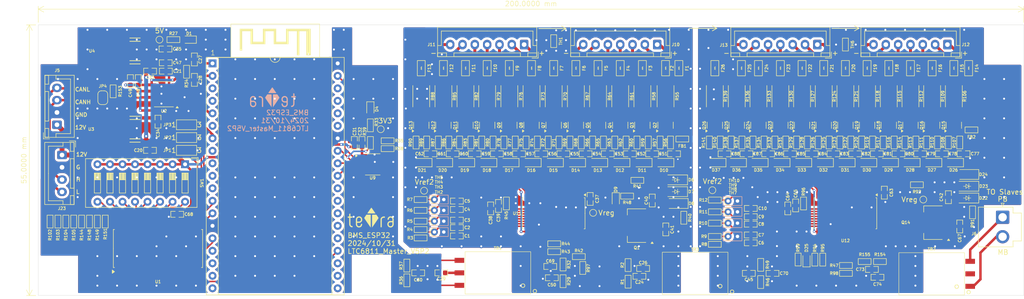
<source format=kicad_pcb>
(kicad_pcb (version 20240108) (generator "pcbnew") (generator_version "8.0")
  (layers (0 "F.Cu" signal) (31 "B.Cu" signal) (34 "B.Paste" user) (35 "F.Paste" user) (36 "B.SilkS" user "B.Silkscreen") (37 "F.SilkS" user "F.Silkscreen") (38 "B.Mask" user) (39 "F.Mask" user) (44 "Edge.Cuts" user))
  (net 0 "")
  (net 1 "+3V3")
  (net 2 "GND")
  (net 3 "+5V")
  (net 4 "Net-(C30-Pad2)")
  (net 5 "Net-(U11-V+)")
  (net 6 "Net-(D1-A)")
  (net 7 "/CAN/CAN_L")
  (net 8 "Net-(U11-Vref1)")
  (net 9 "Net-(U12-Vref1)")
  (net 10 "Net-(U12-V+)")
  (net 11 "/MCU/IP")
  (net 12 "/MCU/NRST")
  (net 13 "Net-(Q10-G)")
  (net 14 "Net-(Q10-D)")
  (net 15 "/Slaves/LTC6811_1/Vref2")
  (net 16 "/MCU/IM")
  (net 17 "/Slaves/LTC6811_1/Vreg")
  (net 18 "Net-(C41-Pad1)")
  (net 19 "Net-(U12-ISOMD)")
  (net 20 "Net-(U12-WDT)")
  (net 21 "Net-(U12-DTEN)")
  (net 22 "Net-(U12-IBIAS)")
  (net 23 "Net-(U12-ICMP)")
  (net 24 "Net-(Q3-D)")
  (net 25 "Net-(Q3-G)")
  (net 26 "/MCU/HSPI_SCK")
  (net 27 "Net-(Q4-D)")
  (net 28 "Net-(Q4-G)")
  (net 29 "Net-(Q5-D)")
  (net 30 "Net-(Q5-G)")
  (net 31 "Net-(Q6-D)")
  (net 32 "Net-(Q6-G)")
  (net 33 "/Slaves/MB")
  (net 34 "Net-(Q11-D)")
  (net 35 "Net-(Q11-G)")
  (net 36 "Net-(Q12-D)")
  (net 37 "Net-(Q12-G)")
  (net 38 "Net-(Q13-D)")
  (net 39 "Net-(Q13-G)")
  (net 40 "/Slaves/PB")
  (net 41 "Net-(Q7-D)")
  (net 42 "Net-(Q7-G)")
  (net 43 "Net-(Q8-D)")
  (net 44 "Net-(Q8-G)")
  (net 45 "Net-(Q9-D)")
  (net 46 "Net-(Q9-G)")
  (net 49 "/MCU/INTB")
  (net 50 "/MCU/HSPI_MISO")
  (net 51 "/MCU/HSPI_MOSI")
  (net 52 "Net-(D4-A)")
  (net 53 "/CAN/CAN_H")
  (net 54 "Net-(D9-K)")
  (net 55 "Net-(D25-K)")
  (net 56 "GND_PACK")
  (net 57 "/CAN/RXD")
  (net 58 "/CAN/TXD")
  (net 59 "Net-(Q2-G)")
  (net 60 "Net-(Q2-D)")
  (net 61 "Net-(Q15-D)")
  (net 62 "Net-(Q15-G)")
  (net 63 "Net-(Q16-G)")
  (net 64 "Net-(Q16-D)")
  (net 65 "Net-(Q17-G)")
  (net 66 "Net-(Q17-D)")
  (net 67 "Net-(Q18-G)")
  (net 68 "Net-(Q18-D)")
  (net 69 "Net-(Q19-D)")
  (net 70 "Net-(Q19-G)")
  (net 71 "Net-(Q20-D)")
  (net 72 "Net-(Q20-G)")
  (net 73 "Net-(Q21-D)")
  (net 74 "Net-(Q21-G)")
  (net 75 "Net-(Q22-G)")
  (net 76 "Net-(Q22-D)")
  (net 77 "Net-(Q23-G)")
  (net 78 "Net-(Q23-D)")
  (net 79 "Net-(Q24-D)")
  (net 80 "Net-(Q24-G)")
  (net 81 "Net-(Q25-G)")
  (net 82 "Net-(Q25-D)")
  (net 83 "Net-(Q26-D)")
  (net 84 "Net-(Q26-G)")
  (net 85 "/Slaves/LTC6811_1/T2")
  (net 86 "/Slaves/LTC6811_1/T3")
  (net 87 "/Slaves/LTC6811_1/T4")
  (net 88 "/Slaves/LTC6811_1/T5")
  (net 89 "/Slaves/LTC6811_1/T1")
  (net 90 "/Slaves/LTC6811_1/cell12/C")
  (net 91 "Net-(U11-IBIAS)")
  (net 92 "Net-(U11-ICMP)")
  (net 93 "Net-(U11-ISOMD)")
  (net 94 "Net-(U11-WDT)")
  (net 95 "Net-(U11-DTEN)")
  (net 96 "/Slaves/LTC6811_1/cell11/C")
  (net 97 "/Slaves/LTC6811_1/cell10/C")
  (net 98 "/Slaves/LTC6811_1/cell10/CM")
  (net 101 "/Slaves/LTC6811_1/cell8/C")
  (net 102 "/Slaves/LTC6811_1/cell7/C")
  (net 103 "/Slaves/LTC6811_1/cell6/C")
  (net 104 "/Slaves/LTC6811_1/cell5/C")
  (net 105 "/Slaves/LTC6811_1/cell4/C")
  (net 106 "/Slaves/LTC6811_1/cell3/C")
  (net 107 "/Slaves/LTC6811_1/cell2/C")
  (net 108 "/Slaves/LTC6811_1/cell1/C")
  (net 109 "/Slaves/LTC6811_2/Vref2")
  (net 110 "/Slaves/LTC6811_2/Vreg")
  (net 111 "Net-(C67-Pad1)")
  (net 112 "/Slaves/LTC6811_2/T2")
  (net 113 "/Slaves/LTC6811_2/T3")
  (net 114 "/Slaves/LTC6811_2/T4")
  (net 115 "/Slaves/LTC6811_2/T5")
  (net 116 "/Slaves/LTC6811_2/T1")
  (net 117 "/Slaves/LTC6811_2/cell12/C")
  (net 118 "/Slaves/LTC6811_2/cell11/C")
  (net 119 "/Slaves/LTC6811_2/cell10/C")
  (net 120 "/Slaves/LTC6811_2/cell10/CM")
  (net 121 "/Slaves/LTC6811_2/cell8/C")
  (net 122 "/Slaves/LTC6811_2/cell7/C")
  (net 123 "/Slaves/LTC6811_2/cell6/C")
  (net 124 "/Slaves/LTC6811_2/cell5/C")
  (net 125 "/Slaves/LTC6811_2/cell4/C")
  (net 126 "/Slaves/LTC6811_2/cell3/C")
  (net 127 "/Slaves/LTC6811_2/cell2/C")
  (net 128 "/Slaves/LTC6811_2/cell1/C")
  (net 129 "/Slaves/LTC6811_1/BAT+")
  (net 130 "/Slaves/LTC6811_2/BAT+")
  (net 131 "/Slaves/LTC6811_1/cell12/C+")
  (net 132 "/Slaves/LTC6811_1/C12")
  (net 133 "/Slaves/LTC6811_1/cell11/C+")
  (net 134 "/Slaves/LTC6811_1/C11")
  (net 135 "/Slaves/LTC6811_1/C10")
  (net 136 "/Slaves/LTC6811_1/cell10/C+")
  (net 137 "/Slaves/LTC6811_1/C9")
  (net 138 "/Slaves/LTC6811_1/cell10/C-")
  (net 139 "/Slaves/LTC6811_1/cell8/C+")
  (net 140 "/Slaves/LTC6811_1/C8")
  (net 141 "/Slaves/LTC6811_1/C7")
  (net 142 "/Slaves/LTC6811_1/cell7/C+")
  (net 143 "/Slaves/LTC6811_1/C6")
  (net 144 "/Slaves/LTC6811_1/cell6/C+")
  (net 145 "/Slaves/LTC6811_1/C5")
  (net 146 "/Slaves/LTC6811_1/cell5/C+")
  (net 147 "/Slaves/LTC6811_1/C4")
  (net 148 "/Slaves/LTC6811_1/cell4/C+")
  (net 149 "/Slaves/LTC6811_1/C3")
  (net 150 "/Slaves/LTC6811_1/cell3/C+")
  (net 151 "/Slaves/LTC6811_1/cell2/C+")
  (net 152 "/Slaves/LTC6811_1/C2")
  (net 153 "/Slaves/LTC6811_1/cell1/C+")
  (net 154 "/Slaves/LTC6811_1/C1")
  (net 155 "/Slaves/LTC6811_1/C1_G")
  (net 156 "/Slaves/LTC6811_2/C12")
  (net 157 "/Slaves/LTC6811_2/cell12/C+")
  (net 158 "/Slaves/LTC6811_2/C11")
  (net 159 "/Slaves/LTC6811_2/cell11/C+")
  (net 160 "/Slaves/LTC6811_2/C10")
  (net 161 "/Slaves/LTC6811_2/cell10/C+")
  (net 162 "/Slaves/LTC6811_2/cell10/C-")
  (net 163 "/Slaves/LTC6811_2/C9")
  (net 164 "/Slaves/LTC6811_2/C8")
  (net 165 "/Slaves/LTC6811_2/cell8/C+")
  (net 166 "/Slaves/LTC6811_2/cell7/C+")
  (net 167 "/Slaves/LTC6811_2/C7")
  (net 168 "/Slaves/LTC6811_2/cell6/C+")
  (net 169 "/Slaves/LTC6811_2/C6")
  (net 170 "/Slaves/LTC6811_2/cell5/C+")
  (net 171 "/Slaves/LTC6811_2/C5")
  (net 172 "/Slaves/LTC6811_2/C4")
  (net 173 "/Slaves/LTC6811_2/cell4/C+")
  (net 174 "/Slaves/LTC6811_2/C3")
  (net 175 "/Slaves/LTC6811_2/cell3/C+")
  (net 176 "/Slaves/LTC6811_2/C2")
  (net 177 "/Slaves/LTC6811_2/cell2/C+")
  (net 178 "/Slaves/LTC6811_2/C1")
  (net 179 "/Slaves/LTC6811_2/cell1/C+")
  (net 180 "/Slaves/LTC6811_2/C1_G")
  (net 181 "/Slaves/LTC6811_1/DRIVE")
  (net 182 "/Slaves/LTC6811_2/DRIVE")
  (net 183 "Net-(U9-ICMP)")
  (net 184 "Net-(U9-IBIAS)")
  (net 185 "/Slaves/LTC6811_1/IPB")
  (net 186 "/Slaves/LTC6811_1/IMB")
  (net 187 "/Slaves/LTC6811_1/cell12/S")
  (net 188 "/Slaves/LTC6811_1/cell11/S")
  (net 189 "/Slaves/LTC6811_1/cell10/S")
  (net 190 "/Slaves/LTC6811_1/cell9/S")
  (net 191 "/Slaves/LTC6811_1/cell8/S")
  (net 192 "/Slaves/LTC6811_1/cell7/S")
  (net 193 "/Slaves/LTC6811_1/cell6/S")
  (net 194 "/Slaves/LTC6811_1/cell5/S")
  (net 195 "/Slaves/LTC6811_1/cell4/S")
  (net 196 "/Slaves/LTC6811_1/cell3/S")
  (net 197 "/Slaves/LTC6811_1/cell2/S")
  (net 198 "/Slaves/LTC6811_1/cell1/S")
  (net 199 "/Slaves/LTC6811_2/IPB")
  (net 200 "/Slaves/LTC6811_2/IMB")
  (net 201 "/Slaves/LTC6811_2/cell12/S")
  (net 202 "/Slaves/LTC6811_2/cell11/S")
  (net 203 "/Slaves/LTC6811_2/cell10/S")
  (net 204 "/Slaves/LTC6811_2/cell9/S")
  (net 205 "/Slaves/LTC6811_2/cell8/S")
  (net 206 "/Slaves/LTC6811_2/cell7/S")
  (net 207 "/Slaves/LTC6811_2/cell6/S")
  (net 208 "/Slaves/LTC6811_2/cell5/S")
  (net 209 "/Slaves/LTC6811_2/cell4/S")
  (net 210 "/Slaves/LTC6811_2/cell3/S")
  (net 211 "/Slaves/LTC6811_2/cell2/S")
  (net 212 "/Slaves/LTC6811_2/cell1/S")
  (net 222 "/MCU/5V")
  (net 236 "Net-(C45-Pad1)")
  (net 237 "Net-(C70-Pad1)")
  (net 238 "Net-(C73-Pad2)")
  (net 239 "/Slaves/LTC6811_2/IMA")
  (net 240 "/Slaves/LTC6811_2/IPA")
  (net 241 "Net-(C24-Pad1)")
  (net 242 "Net-(C26-Pad1)")
  (net 243 "Net-(C74-Pad1)")
  (net 244 "Net-(C50-Pad1)")
  (net 247 "/MCU/INTA")
  (net 254 "/MCU/HSPI_CS")
  (net 255 "/MCU/VSPI_MISO")
  (net 256 "/MCU/VSPI_MOSI")
  (net 257 "/MCU/VSPI_CS")
  (net 258 "/MCU/VSPI_SCK")
  (net 259 "Net-(JP1-C)")
  (net 260 "Net-(JP2-C)")
  (net 261 "Net-(JP3-C)")
  (net 262 "Net-(U1-GPA0)")
  (net 263 "Net-(U1-GPA1)")
  (net 264 "Net-(U1-GPA2)")
  (net 265 "Net-(U1-GPA3)")
  (net 266 "Net-(U1-GPA4)")
  (net 267 "Net-(U1-GPA5)")
  (net 268 "Net-(U1-GPA6)")
  (net 269 "Net-(U1-GPA7)")
  (net 271 "Net-(C69-Pad1)")
  (net 272 "/Slaves/LTC6811_1/IPA")
  (net 273 "/Slaves/LTC6811_1/IMA")
  (net 274 "/PowerSupply/+12V")
  (net 275 "Net-(C29-Pad2)")
  (net 276 "Net-(JP4-B)")
  (footprint "RF_Module:ESP32-DevKitc V4_DIP-38_27.9mm×48.2mm" (layer "F.Cu") (at 69.095 169.811928)
    (property "Reference" "U8" (hide yes))
    (property "Value" "ESP32-DevKitC V4" (hide yes))
  )
  (footprint "LED_SMD:LED_0603_1608Metric" (layer "F.Cu") (at 190.9 162.7 90)
    (property "Reference" "D25")
    (property "Value" "LED Red")
  )
  (footprint "Resistor_SMD:R_0603_1608Metric" (layer "F.Cu") (at 175.6 138.9 90)
    (property "Reference" "R138")
    (property "Value" "3.3K")
  )
  (footprint "Resistor_SMD:R_0603_1608Metric" (layer "F.Cu") (at 224.6 153.1 -90)
    (property "Reference" "R91")
    (property "Value" "100R")
  )
  (footprint "Resistor_SMD:R_0603_1608Metric" (layer "F.Cu") (at 112.6 156.6 180)
    (property "Reference" "R4")
    (property "Value" "10K")
  )
  (footprint "Capacitor_SMD:C_0603_1608Metric" (layer "F.Cu") (at 179.605 154 180)
    (property "Reference" "C9")
    (property "Value" "100nF/100V")
  )
  (footprint "Fuse:Fuse_0805_2012Metric" (layer "F.Cu") (at 126.1 123.8 -90)
    (property "Reference" "F10")
    (property "Value" "MPZ2012S102ATD25")
  )
  (footprint "Jumper:SolderJumper-3_P1.3mm_Open_Pad1.0x1.5mm_NumberLabels" (layer "F.Cu") (at 65.1 135.3)
    (property "Reference" "JP3")
    (property "Value" "SolderJumper_3_Bridged12")
  )
  (footprint "Capacitor_SMD:C_0603_1608Metric" (layer "F.Cu") (at 191.975 141.2)
    (property "Reference" "C84")
    (property "Value" "100nF/100V")
  )
  (footprint "Resistor_SMD:R_0603_1608Metric" (layer "F.Cu") (at 154.7 163.825 -90)
    (property "Reference" "R2")
    (property "Value" "49.9R")
  )
  (footprint "Diode_SMD:D_SOD-323_HandSoldering" (layer "F.Cu") (at 144.05 143 180)
    (property "Reference" "D14")
    (property "Value" "PDZ7.5B")
  )
  (footprint "Fuse:Fuse_0805_2012Metric" (layer "F.Cu") (at 148.6 123.8 -90)
    (property "Reference" "F5")
    (property "Value" "MPZ2012S102ATD25")
  )
  (footprint "Capacitor_SMD:C_0603_1608Metric" (layer "F.Cu") (at 59.3 134.675 90)
    (property "Reference" "C34")
    (property "Value" "1uF/25V")
  )
  (footprint "Fuse:Fuse_0805_2012Metric" (layer "F.Cu") (at 203.2 123.8 -90)
    (property "Reference" "F19")
    (property "Value" "MPZ2012S102ATD25")
  )
  (footprint "Capacitor_SMD:C_0603_1608Metric" (layer "F.Cu") (at 114.6 141.2)
    (property "Reference" "C62")
    (property "Value" "100nF/100V")
  )
  (footprint "Capacitor_SMD:C_0603_1608Metric" (layer "F.Cu") (at 60.825 119.9)
    (property "Reference" "C35")
    (property "Value" "1uF/25V")
  )
  (footprint "Resistor_SMD:R_0603_1608Metric" (layer "F.Cu") (at 154.5 149.8)
    (property "Reference" "R48")
    (property "Value" "1.2K")
  )
  (footprint "Resistor_SMD:R_2512_6332Metric" (layer "F.Cu") (at 198.8 129.5 -90)
    (property "Reference" "R121")
    (property "Value" "36R 1W 2512")
  )
  (footprint "Resistor_SMD:R_2512_6332Metric" (layer "F.Cu") (at 112.725 129.5 -90)
    (property "Reference" "R88")
    (property "Value" "36R 1W 2512")
  )
  (footprint "Package_TO_SOT_SMD:TO252-3_ROM" (layer "F.Cu") (at 50.1436 120.299999 90)
    (property "Reference" "U4")
    (property "Value" "BD50FC0FP-E2")
  )
  (footprint "Capacitor_SMD:C_0603_1608Metric" (layer "F.Cu") (at 119.954962 150.8125 180)
    (property "Reference" "C5")
    (property "Value" "100nF/100V")
  )
  (footprint "TestPoint:TestPoint_Pad_D1.0mm" (layer "F.Cu") (at 147.6 153.2)
    (property "Reference" "TP3" (hide yes))
    (property "Value" "Vreg")
  )
  (footprint "Resistor_THT:R_Axial_DIN0204_L3.6mm_D1.6mm_P1.90mm_Vertical" (layer "F.Cu") (at 174.995 155.3)
    (property "Reference" "TH8")
    (property "Value" "10K NTC")
  )
  (footprint "Resistor_SMD:R_0603_1608Metric" (layer "F.Cu") (at 181.6 163.775 -90)
    (property "Reference" "R49")
    (property "Value" "49.9R")
  )
  (footprint "Resistor_SMD:R_0603_1608Metric" (layer "F.Cu") (at 197.7 138.9 90)
    (property "Reference" "R123")
    (property "Value" "3.3K")
  )
  (footprint "Resistor_SMD:R_2512_6332Metric" (layer "F.Cu") (at 212 129.5 -90)
    (property "Reference" "R112")
    (property "Value" "36R 1W 2512")
  )
  (footprint "TestPoint:TestPoint_Pad_D1.0mm" (layer "F.Cu") (at 113.3 148.7)
    (property "Reference" "TP4" (hide yes))
    (property "Value" "Vref2")
  )
  (footprint "Capacitor_SMD:C_0603_1608Metric" (layer "F.Cu") (at 63.2 153.5)
    (property "Reference" "C68")
    (property "Value" "100nF/100V")
  )
  (footprint "Capacitor_SMD:C_0603_1608Metric" (layer "F.Cu") (at 147 150.375 -90)
    (property "Reference" "C37")
    (property "Value" "100nF/100V")
  )
  (footprint "Diode_SMD:D_SOD-323_HandSoldering" (layer "F.Cu") (at 172.55 143 180)
    (property "Reference" "D37")
    (property "Value" "PDZ7.5B")
  )
  (footprint "Resistor_SMD:R_0603_1608Metric" (layer "F.Cu") (at 111.675 138.9 90)
    (property "Reference" "R90")
    (property "Value" "3.3K")
  )
  (footprint "Diode_SMD:D_SOD-323_HandSoldering" (layer "F.Cu") (at 157.55 143 180)
    (property "Reference" "D11")
    (property "Value" "PDZ7.5B")
  )
  (footprint "Resistor_SMD:R_0603_1608Metric" (layer "F.Cu") (at 152 138.9 90)
    (property "Reference" "R63")
    (property "Value" "3.3K")
  )
  (footprint "Capacitor_SMD:C_0603_1608Metric" (layer "F.Cu") (at 119.1 141.2)
    (property "Reference" "C61")
    (property "Value" "100nF/100V")
  )
  (footprint "Resistor_SMD:R_2512_6332Metric" (layer "F.Cu") (at 181.15 129.5 -90)
    (property "Reference" "R133")
    (property "Value" "36R 1W 2512")
  )
  (footprint "Resistor_SMD:R_0603_1608Metric" (layer "F.Cu") (at 206.5 138.9 90)
    (property "Reference" "R117")
    (property "Value" "3.3K")
  )
  (footprint "Resistor_SMD:R_0603_1608Metric" (layer "F.Cu") (at 139.6 118.3 -90)
    (property "Reference" "TH1")
    (property "Value" "10K NTC SMD")
  )
  (footprint "MountingHole:MountingHole_3.2mm_M3_ISO7380" (layer "F.Cu") (at 230.9 119.1)
    (property "Reference" "J19" (hide yes))
    (property "Value" "Hole /NC")
  )
  (footprint "Capacitor_SMD:C_0603_1608Metric" (layer "F.Cu") (at 179.6 152.3 180)
    (property "Reference" "C10")
    (property "Value" "100nF/100V")
  )
  (footprint "Capacitor_SMD:C_0603_1608Metric" (layer "F.Cu") (at 179.6 157.7 180)
    (property "Reference" "C7")
    (property "Value" "100nF/100V")
  )
  (footprint "Transformer_SMD:HM2108NL" (layer "F.Cu") (at 168.3 165.5 90)
    (property "Reference" "TR3")
    (property "Value" "HM2108NL")
  )
  (footprint "Resistor_SMD:R_0603_1608Metric" (layer "F.Cu") (at 138.5 138.9 90)
    (property "Reference" "R72")
    (property "Value" "3.3K")
  )
  (footprint "Diode_SMD:D_SOD-123F" (layer "F.Cu") (at 164.675 151.3 180)
    (property "Reference" "D8")
    (property "Value" "BZT52H-C62")
  )
  (footprint "Package_TO_SOT_SMD:SOT-23" (layer "F.Cu") (at 181.15 135.4 90)
    (property "Reference" "Q24")
    (property "Value" "TSM2323")
  )
  (footprint "Resistor_SMD:R_0603_1608Metric" (layer "F.Cu") (at 198.9 165.5 180)
    (property "Reference" "R98")
    (property "Value" "1K")
  )
  (footprint "Capacitor_SMD:C_0603_1608Metric" (layer "F.Cu") (at 157 166.1)
    (property "Reference" "C24")
    (property "Value" "10nF/100V")
  )
  (footprint "Capacitor_SMD:C_0603_1608Metric" (layer "F.Cu") (at 116.8 165.4)
    (property "Reference" "C29")
    (property "Value" "10nF/100V")
  )
  (footprint "Resistor_SMD:R_2512_6332Metric" (layer "F.Cu") (at 203.2 129.5 -90)
    (property "Reference" "R118")
    (property "Value" "36R 1W 2512")
  )
  (footprint "Package_TO_SOT_SMD:SOT-23" (layer "F.Cu") (at 135.1 135.4 90)
    (property "Reference" "Q8")
    (property "Value" "TSM2323")
  )
  (footprint "Button_Switch_THT:SW_DIP_SPSTx08_Slide_9.78x22.5mm_W7.62mm_P2.54mm" (layer "F.Cu") (at 64.8 143.3325 -90)
    (property "Reference" "SW1")
    (property "Value" "SW_DIP_x08")
  )
  (footprint "Resistor_SMD:R_0603_1608Metric" (layer "F.Cu") (at 130 151.3 90)
    (property "Reference" "R45")
    (property "Value" "0")
  )
  (footprint "Capacitor_SMD:C_0603_1608Metric" (layer "F.Cu") (at 119.954962 156.2 180)
    (property "Reference" "C2")
    (property "Value" "100nF/100V")
  )
  (footprint "Diode_SMD:D_SOD-323_HandSoldering" (layer "F.Cu") (at 176.7 143 180)
    (property "Reference" "D36")
    (property "Value" "PDZ7.5B")
  )
  (footprint "Resistor_SMD:R_0603_1608Metric" (layer "F.Cu") (at 191.1 138.9 90)
    (property "Reference" "R128")
    (property "Value" "100R")
  )
  (footprint "Resistor_SMD:R_0603_1608Metric" (layer "F.Cu") (at 142.9 138.9 90)
    (property "Reference" "R69")
    (property "Value" "3.3K")
  )
  (footprint "Package_TO_SOT_SMD:SOT-23" (layer "F.Cu") (at 157.6 135.4 90)
    (property "Reference" "Q3")
    (property "Value" "TSM2323")
  )
  (footprint "Resistor_SMD:R_0603_1608Metric" (layer "F.Cu") (at 166 154.2 -90)
    (property "Reference" "R40")
    (property "Value" "100R")
  )
  (footprint "TestPoint:TestPoint_Pad_D1.0mm" (layer "F.Cu") (at 104.5 136.2)
    (property "Reference" "TP2" (hide yes))
    (property "Value" "3V3")
  )
  (footprint "Resistor_SMD:R_0603_1608Metric" (layer "F.Cu") (at 161.2 138.9 90)
    (property "Reference" "R57")
    (property "Value" "3.3K")
  )
  (footprint "Resistor_SMD:R_0603_1608Metric" (layer "F.Cu") (at 172.3 153 180)
    (property "Reference" "R11")
    (property "Value" "10K")
  )
  (footprint "Resistor_SMD:R_2512_6332Metric" (layer "F.Cu") (at 148.6 129.5 -90)
    (property "Reference" "R64")
    (property "Value" "36R 1W 2512")
  )
  (footprint "Resistor_SMD:R_0603_1608Metric" (layer "F.Cu") (at 192.6 162.7125 90)
    (property "Reference" "R94")
    (property "Value" "0")
  )
  (footprint "Resistor_SMD:R_0603_1608Metric" (layer "F.Cu") (at 141.5 163.7 -90)
    (property "Reference" "R32")
    (property "Value" "51R")
  )
  (footprint "Resistor_SMD:R_0603_1608Metric" (layer "F.Cu") (at 113.825 138.9 90)
    (property "Reference" "R89")
    (property "Value" "100R")
  )
  (footprint "Capacitor_SMD:C_0603_1608Metric" (layer "F.Cu") (at 183.125 141.2)
    (property "Reference" "C86")
    (property "Value" "100nF/100V")
  )
  (footprint "Resistor_SMD:R_0603_1608Metric" (layer "F.Cu") (at 48.6 154.975 -90)
    (property "Reference" "R151")
    (property "Value" "10K")
  )
  (footprint "Capacitor_SMD:C_0603_1608Metric" (layer "F.Cu") (at 139.225 166.4 180)
    (property "Reference" "C50")
    (property "Value" "10nF/100V")
  )
  (footprint "Capacitor_SMD:C_0603_1608Metric" (layer "F.Cu") (at 99.15 139 -90)
    (property "Reference" "C31")
    (property "Value" "1uF/25V")
  )
  (footprint "Resistor_SMD:R_2512_6332Metric" (layer "F.Cu") (at 144.1 129.5 -90)
    (property "Reference" "R67")
    (property "Value" "36R 1W 2512")
  )
  (footprint "Package_TO_SOT_SMD:SOT-23" (layer "F.Cu") (at 148.6 135.4 90)
    (property "Reference" "Q5")
    (property "Value" "TSM2323")
  )
  (footprint "Fuse:Fuse_0805_2012Metric" (layer "F.Cu") (at 185.6 123.8 -90)
    (property "Reference" "F23")
    (property "Value" "MPZ2012S102ATD25")
  )
  (footprint "Capacitor_SMD:C_0603_1608Metric" (layer "F.Cu") (at 184 165.5)
    (property "Reference" "C70")
    (property "Value" "10nF/100V")
  )
  (footprint "Package_TO_SOT_SMD:SOT-23" (layer "F.Cu") (at 121.7 135.4 90)
    (property "Reference" "Q11")
    (property "Value" "TSM2323")
  )
  (footprint "Resistor_SMD:R_0603_1608Metric" (layer "F.Cu") (at 172.3 155.3 180)
    (property "Reference" "R10")
    (property "Value" "10K")
  )
  (footprint "Capacitor_SMD:C_0603_1608Metric" (layer "F.Cu") (at 138.9 164.1)
    (property "Reference" "C69")
    (property "Value" "10nF/100V")
  )
  (footprint "Package_TO_SOT_SMD:SOT-23" (layer "F.Cu") (at 176.75 135.4 90)
    (property "Reference" "Q25")
    (property "Value" "TSM2323")
  )
  (footprint "Fuse:Fuse_0805_2012Metric" (layer "F.Cu") (at 220.8 123.8 -90)
    (property "Reference" "F15")
    (property "Value" "MPZ2012S102ATD25")
  )
  (footprint "Resistor_SMD:R_0603_1608Metric" (layer "F.Cu") (at 172.3 158 180)
    (property "Reference" "R9")
    (property "Value" "10K")
  )
  (footprint "Resistor_THT:R_Axial_DIN0204_L3.6mm_D1.6mm_P1.90mm_Vertical" (layer "F.Cu") (at 115.395 154.9)
    (property "Reference" "TH3")
    (property "Value" "10K NTC")
  )
  (footprint "Capacitor_SMD:C_0603_1608Metric" (layer "F.Cu") (at 200.775 141.2)
    (property "Reference" "C82")
    (property "Value" "100nF/100V")
  )
  (footprint "Capacitor_SMD:C_0603_1608Metric" (layer "F.Cu") (at 146.075 141.2)
    (property "Reference" "C55")
    (property "Value" "100nF/100V")
  )
  (footprint "Resistor_SMD:R_0603_1608Metric" (layer "F.Cu") (at 112.6 150.5 180)
    (property "Reference" "R7")
    (property "Value" "10K")
  )
  (footprint "Fuse:Fuse_0805_2012Metric" (layer "F.Cu") (at 162.3 123.8 -90)
    (property "Reference" "F2")
    (property "Value" "MPZ2012S102ATD25")
  )
  (footprint "Package_TO_SOT_SMD:SOT-23" (layer "F.Cu") (at 203.2 135.4 90)
    (property "Reference" "Q19")
    (property "Value" "TSM2323")
  )
  (footprint "Resistor_SMD:R_0603_1608Metric" (layer "F.Cu") (at 136.3 138.9 90)
    (property "Reference" "R74")
    (property "Value" "100R")
  )
  (footprint "Package_TO_SOT_SMD:SOT-23" (layer "F.Cu") (at 162.3 135.4 90)
    (property "Reference" "Q2")
    (property "Value" "TSM2323")
  )
  (footprint "Capacitor_SMD:C_0603_1608Metric" (layer "F.Cu") (at 141.575 141.2)
    (property "Reference" "C56")
    (property "Value" "100nF/100V")
  )
  (footprint "Package_SO:TSSOP-48_6.1x12.5mm_P0.5mm" (layer "F.Cu") (at 139.6 153.3 -90)
    (property "Reference" "U11")
    (property "Value" "LTC6811HG-1")
  )
  (footprint "Capacitor_SMD:C_0603_1608Metric" (layer "F.Cu") (at 159.6 150.7 90)
    (property "Reference" "C40")
    (property "Value" "4.7uF/16V")
  )
  (footprint "Capacitor_SMD:C_0603_1608Metric" (layer "F.Cu") (at 128.075 141.2)
    (property "Reference" "C59")
    (property "Value" "100nF/100V")
  )
  (footprint "Resistor_SMD:R_0603_1608Metric" (layer "F.Cu") (at 217.5 138.9 90)
    (property "Reference" "R110")
    (property "Value" "100R")
  )
  (footprint "Fuse:Fuse_0805_2012Metric" (layer "F.Cu") (at 223.8 123.8 -90)
    (property "Reference" "F14")
    (property "Value" "MPZ2012S102ATD25")
  )
  (footprint "Fuse:Fuse_0805_2012Metric" (layer "F.Cu") (at 135.1 123.8 -90)
    (property "Reference" "F8")
    (property "Value" "MPZ2012S102ATD25")
  )
  (footprint "Fuse:Fuse_0805_2012Metric" (layer "F.Cu") (at 139.6 123.8 -90)
    (property "Reference" "F7")
    (property "Value" "MPZ2012S102ATD25")
  )
  (footprint "Resistor_SMD:R_0603_1608Metric" (layer "F.Cu") (at 189.2 162.6875 90)
    (property "Reference" "R99")
    (property "Value" "1.2K")
  )
  (footprint "Capacitor_SMD:C_0603_1608Metric" (layer "F.Cu") (at 196.375 141.2)
    (property "Reference" "C83")
    (property "Value" "100nF/100V")
  )
  (footprint "Diode_SMD:D_SOD-323_HandSoldering" (layer "F.Cu") (at 216.35 143 180)
    (property "Reference" "D27")
    (property "Value" "PDZ7.5B")
  )
  (footprint "Package_TO_SOT_SMD:SOT-23" (layer "F.Cu") (at 130.6 135.4 90)
    (property "Reference" "Q9")
    (property "Value" "TSM2323")
  )
  (footprint "Package_TO_SOT_SMD:SOT-23" (layer "F.Cu") (at 198.8 135.4 90)
    (property "Reference" "Q20")
    (property "Value" "TSM2323")
  )
  (footprint "Diode_SMD:D_SOD-323_HandSoldering" (layer "F.Cu") (at 194.35 143 180)
    (property "Reference" "D32")
    (property "Value" "PDZ7.5B")
  )
  (footprint "Capacitor_SMD:C_0603_1608Metric" (layer "F.Cu") (at 123.575 141.2)
    (property "Reference" "C60")
    (property "Value" "100nF/100V")
  )
  (footprint "Resistor_SMD:R_2512_6332Metric" (layer "F.Cu") (at 176.75 129.5 -90)
    (property "Reference" "R136")
    (property "Value" "36R 1W 2512")
  )
  (footprint "Diode_SMD:D_SOD-323_HandSoldering" (layer "F.Cu") (at 220.75 143 180)
    (property "Reference" "D26")
    (property "Value" "PDZ7.5B")
  )
  (footprint "Resistor_SMD:R_0603_1608Metric" (layer "F.Cu") (at 205.8 163.1)
    (property "Reference" "R154")
    (property "Value" "51R")
  )
  (footprint "Resistor_SMD:R_0603_1608Metric" (layer "F.Cu") (at 122.8 138.9 90)
    (property "Reference" "R83")
    (property "Value" "100R")
  )
  (footprint "Symbol:teTra-LOGO" (layer "F.Cu") (at 102.6 154.2)
    (property "Reference" "LOGO1" (hide yes))
    (property "Value" "teTra /NC" (hide yes))
  )
  (footprint "Capacitor_SMD:C_0603_1608Metric" (layer "F.Cu") (at 188.7 151.7 90)
    (property "Reference" "C65")
    (property "Value" "1uF/25V")
  )
  (footprint "Resistor_SMD:R_0603_1608Metric" (layer "F.Cu") (at 43.8 154.975 -90)
    (property "Reference" "R144")
    (property "Value" "10K")
  )
  (footprint "Package_TO_SOT_SMD:SOT-23" (layer "F.Cu") (at 117.225 135.4 90)
    (property "Reference" "Q12")
    (property "Value" "TSM2323")
  )
  (footprint "Diode_SMD:D_SOD-323_HandSoldering" (layer "F.Cu") (at 148.55 143 180)
    (property "Reference" "D13")
    (property "Value" "PDZ7.5B")
  )
  (footprint "Resistor_SMD:R_0603_1608Metric" (layer "F.Cu") (at 139.7 159.5 180)
    (property "Reference" "R44")
    (property "Value" "1M")
  )
  (footprint "Resistor_THT:R_Axial_DIN0204_L3.6mm_D1.6mm_P1.90mm_Vertical" (layer "F.Cu") (at 174.995 153)
    (property "Reference" "TH9")
    (property "Value" "10K NTC")
  )
  (footprint "Capacitor_SMD:C_0603_1608Metric" (layer "F.Cu") (at 174.275 141.2)
    (property "Reference" "C88")
    (property "Value" "100nF/100V")
  )
  (footprint "Capacitor_SMD:C_0603_1608Metric" (layer "F.Cu") (at 219.7 150.025 90)
    (property "Reference" "C42")
    (property "Value" "4.7uF/16V")
  )
  (footprint "Diode_SMD:D_SOD-323_HandSoldering" (layer "F.Cu") (at 139.55 143 180)
    (property "Reference" "D15")
    (property "Value" "PDZ7.5B")
  )
  (footprint "Resistor_THT:R_Axial_DIN0204_L3.6mm_D1.6mm_P1.90mm_Vertical" (layer "F.Cu") (at 174.995 158)
    (property "Reference" "TH7")
    (property "Value" "10K NTC")
  )
  (footprint "Capacitor_SMD:C_0603_1608Metric" (layer "F.Cu") (at 137.075 141.2)
    (property "Reference" "C57")
    (property "Value" "100nF/100V")
  )
  (footprint "Resistor_SMD:R_0603_1608Metric" (layer "F.Cu") (at 199.9 138.9 90)
    (property "Reference" "R122")
    (property "Value" "100R")
  )
  (footprint "Resistor_SMD:R_2512_6332Metric" (layer "F.Cu") (at 216.4 129.5 -90)
    (property "Reference" "R109")
    (property "Value" "36R 1W 2512")
  )
  (footprint "Resistor_SMD:R_0603_1608Metric" (layer "F.Cu") (at 165.7 138.2 180)
    (property "Reference" "FB1")
    (property "Value" "BLM18PG330SN1D")
  )
  (footprint "Resistor_SMD:R_0603_1608Metric" (layer "F.Cu") (at 50.2 128.5 -90)
    (property "Reference" "R153")
    (property "Value" "120R")
  )
  (footprint "TestPoint:TestPoint_Pad_D1.0mm" (layer "F.Cu") (at 59.6 118)
    (property "Reference" "TP1" (hide yes))
    (property "Value" "5V")
  )
  (footprint "Resistor_SMD:R_0603_1608Metric" (layer "F.Cu") (at 213.3 147.5 180)
    (property "Reference" "R92")
    (property "Value" "100R")
  )
  (footprint "Resistor_SMD:R_0603_1608Metric" (layer "F.Cu") (at 127.3 138.9 90)
    (property "Reference" "R80")
    (property "Value" "100R")
  )
  (footprint "Resistor_SMD:R_0603_1608Metric" (layer "F.Cu") (at 163.3 138.9 90)
    (property "Reference" "R56")
    (property "Value" "100R")
  )
  (footprint "Resistor_SMD:R_2512_6332Metric" (layer "F.Cu") (at 157.6 129.5 -90)
    (property "Reference" "R58")
    (property "Value" "36R 1W 2512")
  )
  (footprint "Capacitor_SMD:C_0603_1608Metric" (layer "F.Cu") (at 159.575 141.2)
    (property "Reference" "C52")
    (property "Value" "100nF/100V")
  )
  (footprint "Resistor_SMD:R_0603_1608Metric" (layer "F.Cu") (at 184.5 138.9 90)
    (property "Reference" "R132")
    (property "Value" "3.3K")
  )
  (footprint "Capacitor_SMD:C_0603_1608Metric" (layer "F.Cu") (at 128.4 151.8 90)
    (property "Reference" "C39")
    (property "Value" "1uF/25V")
  )
  (footprint "Resistor_SMD:R_0603_1608Metric" (layer "F.Cu") (at 177.8 138.9 90)
    (property "Reference" "R137")
    (property "Value" "100R")
  )
  (footprint "Capacitor_SMD:C_0603_1608Metric" (layer "F.Cu") (at 57.7 124.4)
    (property "Reference" "C33")
    (property "Value" "2.2uF/25V")
  )
  (footprint "Package_SO:SOIC-28W_7.5x17.9mm_P1.27mm" (layer "F.Cu") (at 59.3 160.45 90)
    (property "Reference" "U1")
    (property "Value" "MCP23017T-E/SO")
  )
  (footprint "Capacitor_SMD:C_0603_1608Metric" (layer "F.Cu") (at 162.35 156.575 -90)
    (property "Reference" "C41")
    (property "Value" "100nF/100V")
  )
  (footprint "Capacitor_SMD:C_0603_1608Metric" (layer "F.Cu") (at 164.025 141.2)
    (property "Reference" "C51")
    (property "Value" "100nF/100V")
  )
  (footprint "Resistor_SMD:R_0603_1608Metric" (layer "F.Cu") (at 193.3 138.9 90)
    (property "Reference" "R126")
    (property "Value" "3.3K")
  )
  (footprint "Fuse:Fuse_0805_2012Metric" (layer "F.Cu") (at 194.4 123.8 -90)
    (property "Reference" "F21")
    (property "Value" "MPZ2012S102ATD25")
  )
  (footprint "Resistor_SMD:R_0603_1608Metric" (layer "F.Cu") (at 198.9 163.9)
    (property "Reference" "R47")
    (property "Value" "1K")
  )
  (footprint "Package_TO_SOT_SMD:SOT-23" (layer "F.Cu") (at 212 135.4 90)
    (property "Reference" "Q17")
    (property "Value" "TSM2323")
  )
  (footprint "Capacitor_SMD:C_0603_1608Metric" (layer "F.Cu") (at 209.575 141.2)
    (property "Reference" "C80")
    (property "Value" "100nF/100V")
  )
  (footprint "Resistor_SMD:R_0603_1608Metric" (layer "F.Cu") (at 109.8 166.925 -90)
    (property "Reference" "R36")
    (property "Value" "49.9R")
  )
  (footprint "Fuse:Fuse_0805_2012Metric" (layer "F.Cu") (at 144.1 123.8 -90)
    (property "Reference" "F6")
    (property "Value" "MPZ2012S102ATD25")
  )
  (footprint "Resistor_SMD:R_0603_1608Metric" (layer "F.Cu") (at 45.4 154.975 -90)
    (property "Reference" "R148")
    (property "Value" "10K")
  )
  (footprint "Resistor_SMD:R_0603_1608Metric" (layer "F.Cu") (at 149.7 138.9 90)
    (property "Reference" "R65")
    (property "Value" "100R")
  )
  (footprint "Package_TO_SOT_SMD:SOT-23" (layer "F.Cu") (at 207.6 135.4 90)
    (property "Reference" "Q18")
    (property "Value" "TSM2323")
  )
  (footprint "Resistor_SMD:R_0603_1608Metric" (layer "F.Cu") (at 158.8 138.9 90)
    (property "Reference" "R59")
    (property "Value" "100R")
  )
  (footprint "Resistor_SMD:R_0603_1608Metric" (layer "F.Cu") (at 202.7 163.1)
    (property "Reference" "R155")
    (property "Value" "51R")
  )
  (footprint "Jumper:SolderJumper-3_P1.3mm_Open_Pad1.0x1.5mm_NumberLabels" (layer "F.Cu") (at 65.1 140.5)
    (property "Reference" "JP1")
    (property "Value" "SolderJumper_3_Bridged12")
  )
  (footprint "Resistor_SMD:R_0603_1608Metric" (layer "F.Cu") (at 144.7 162.1)
    (property "Reference" "R42")
    (property "Value" "1K")
  )
  (footprint "Fuse:Fuse_0805_2012Metric" (layer "F.Cu") (at 177.7 123.8 -90)
    (property "Reference" "F25")
    (property "Value" "MPZ2012S102ATD25")
  )
  (footprint "Fuse:Fuse_0805_2012Metric" (layer "F.Cu") (at 165 123.8 -90)
    (property "Reference" "F1")
    (property "Value" "MPZ2012S102ATD25")
  )
  (footprint "Capacitor_SMD:C_0603_1608Metric" (layer "F.Cu") (at 157.75 164.5 180)
    (property "Reference" "C26")
    (property "Value" "10nF/100V")
  )
  (footprint "Package_TO_SOT_SMD:SOT-23" (layer "F.Cu") (at 172.3 135.4 90)
    (property "Reference" "Q26")
    (property "Value" "TSM2323")
  )
  (footprint "Resistor_SMD:R_0603_1608Metric" (layer "F.Cu") (at 62.425 118 180)
    (property "Reference" "R27")
    (property "Value" "470R")
  )
  (footprint "Capacitor_SMD:C_0603_1608Metric" (layer "F.Cu") (at 222 155.975 -90)
    (property "Reference" "C67")
    (property "Value" "100nF/100V")
  )
  (footprint "Capacitor_SMD:C_0603_1608Metric" (layer "F.Cu") (at 187.575 141.2)
    (property "Reference" "C85")
    (property "Value" "100nF/100V")
  )
  (footprint "Connector_JST:JST_XH_B7B-XH-A_1x07_P2.50mm_Vertical_BAT_6S" (layer "F.Cu") (at 133.6 119 180)
    (property "Reference" "J11")
    (property "Value" "B7B-XH-A")
  )
  (footprint "Resistor_SMD:R_0603_1608Metric" (layer "F.Cu") (at 37.4 154.975 -90)
    (property "Reference" "R102")
    (property "Value" "10K")
  )
  (footprint "Capacitor_SMD:C_0603_1608Metric" (layer "F.Cu") (at 57.675 140.5)
    (property "Reference" "C20")
    (property "Value" "2.2uF/25V")
  )
  (footprint "Resistor_THT:R_Axial_DIN0204_L3.6mm_D1.6mm_P1.90mm_Vertical" (layer "F.Cu") (at 115.395 150.5)
    (property "Reference" "TH5")
    (property "Value" "10K NTC")
  )
  (footprint "Resistor_SMD:R_2512_6332Metric" (layer "F.Cu") (at 121.7 129.5 -90)
    (property "Reference" "R82")
    (property "Value" "36R 1W 2512")
  )
  (footprint "Resistor_SMD:R_0603_1608Metric" (layer "F.Cu") (at 116.2 138.9 90)
    (property "Reference" "R87")
    (property "Value" "3.3K")
  )
  (footprint "TestPoint:TestPoint_Pad_D1.0mm" (layer "F.Cu") (at 214.6 150.5)
    (property "Reference" "TP5" (hide yes))
    (property "Value" "Vreg")
  )
  (footprint "LED_SMD:LED_0603_1608Metric" (layer "F.Cu") (at 65.6 118 180)
    (property "Reference" "D1")
    (property "Value" "LED Red")
  )
  (footprint "Resistor_SMD:R_0603_1608Metric" (layer "F.Cu") (at 186.7 138.9 90)
    (property "Reference" "R131")
    (property "Value" "100R")
  )
  (footprint "Resistor_SMD:R_0603_1608Metric" (layer "F.Cu") (at 147.5 138.9 90)
    (property "Reference" "R66")
    (property "Value" "3.3K")
  )
  (footprint "Resistor_SMD:R_0603_1608Metric" (layer "F.Cu") (at 188.9 138.9 90)
    (property "Reference" "R129")
    (property "Value" "3.3K")
  )
  (footprint "MountingHole:MountingHole_3.2mm_M3_ISO7380" (layer "F.Cu") (at 102.6 165.7)
    (property "Reference" "J21" (hide yes))
    (property "Value" "Hole /NC")
  )
  (footprint "Package_TO_SOT_SMD:SOT-23" (layer "F.Cu") (at 139.6 135.4 90)
    (property "Reference" "Q7")
    (property "Value" "TSM2323")
  )
  (footprint "Resistor_SMD:R_0603_1608Metric" (layer "F.Cu") (at 173.4 138.9 90)
    (property "Reference" "R140")
    (property "Value" "100R")
  )
  (footprint "Capacitor_SMD:C_0603_1608Metric" (layer "F.Cu") (at 100.7 139 90)
    (property "Reference" "C32")
    (property "Value" "100nF/100V")
  )
  (footprint "Diode_SMD:D_SOD-123" (layer "F.Cu") (at 164.4 148.9 180)
    (property "Reference" "D7")
    (property "Value" "1N4148W")
  )
  (footprint "Diode_SMD:D_SOD-323_HandSoldering" (layer "F.Cu") (at 207.55 143 180)
    (property "Reference" "D29")
    (property "Value" "PDZ7.5B")
  )
  (footprint "Package_TO_SOT_SMD:SOT-23" (layer "F.Cu") (at 153.1 135.4 90)
    (property "Reference" "Q4")
    (property "Value" "TSM2323")
  )
  (footprint "Resistor_SMD:R_0603_1608Metric" (layer "F.Cu") (at 181.6 167.275 -90)
    (property "Reference" "R46")
    (property "Value" "49.9R")
  )
  (footprint "Package_TO_SOT_SMD:SOT-23" (layer "F.Cu") (at 185.6 135.4 90)
    (property "Reference" "Q23")
    (property "Value" "TSM2323")
  )
  (footprint "Capacitor_SMD:C_0603_1608Metric" (layer "F.Cu") (at 179.6 155.5 180)
    (property "Reference" "C8")
    (property "Value" "100nF/100V")
  )
  (footprint "Package_TO_SOT_SMD:SOT-23" (layer "F.Cu") (at 126.1 135.4 90)
    (property "Reference" "Q10")
    (property "Value" "TSM2323")
  )
  (footprint "Capacitor_SMD:C_0603_1608Metric" (layer "F.Cu") (at 205.3 166.3 180)
    (property "Reference" "C74")
    (property "Value" "10nF/100V")
  )
  (footprint "Fuse:Fuse_0805_2012Metric" (layer "F.Cu") (at 130.6 123.8 -90)
    (property "Reference" "F9")
    (property "Value" "MPZ2012S102ATD25")
  )
  (footprint "Resistor_SMD:R_0603_1608Metric" (layer "F.Cu") (at 182.3 138.9 90)
    (property "Reference" "R134")
    (property "Value" "100R")
  )
  (footprint "Package_TO_SOT_SMD:TO252-3_ROM" (layer "F.Cu") (at 50.1436 136.200001 90)
    (property "Reference" "U3")
    (property "Value" "BD33FC0FP-E2")
  )
  (footprint "Capacitor_SMD:C_0603_1608Metric" (layer "F.Cu") (at 179.6 159.3 180)
    (property "Reference" "C6")
    (property "Value" "100nF/100V")
  )
  (footprint "Resistor_SMD:R_2512_6332Metric" (layer "F.Cu") (at 135.1 129.5 -90)
    (property "Reference" "R73")
    (property "Value" "36R 1W 2512")
  )
  (footprint "Resistor_SMD:R_2512_6332Metric" (layer "F.Cu") (at 194.4 129.5 -90)
    (property "Reference" "R124")
    (property "Value" "36R 1W 2512")
  )
  (footprint "Connector_JST:JST_VH_B2P-VH-B_1x02_P3.96mm_Vertical" (layer "F.Cu") (at 230.7 154.1 -90)
    (property "Reference" "J6")
    (property "Value" "B2P-VH-B")
  )
  (footprint "Resistor_SMD:R_0603_1608Metric" (layer "F.Cu") (at 39 154.975 -90)
    (property "Reference" "R103")
    (property "Value" "10K")
  )
  (footprint "Diode_SMD:D_SOD-123" (layer "F.Cu") (at 164.4 146.5 180)
    (property "Reference" "D6")
    (property "Value" "1N4148W")
  )
  (footprint "Capacitor_SMD:C_0603_1608Metric" (layer "F.Cu") (at 60.9 124.4 180)
    (property "Reference" "C21")
    (property "Value" "1nF/16V")
  )
  (footprint "Diode_SMD:D_SOD-323_HandSoldering" (layer "F.Cu") (at 203.15 143 180)
    (property "Reference" "D30")
    (property "Value" "PDZ7.5B")
  )
  (footprint "LED_SMD:LED_0603_1608Metric" (layer "F.Cu") (at 152.2 150.6 -90)
    (property "Reference" "D9")
    (property "Value" "LED Red")
  )
  (footprint "Resistor_SMD:R_0603_1608Metric" (layer "F.Cu") (at 109.8 163.925 -90)
    (property "Reference" "R37")
    (property "Value" "49.9R")
  )
  (footprint "Resistor_SMD:R_0603_1608Metric" (layer "F.Cu") (at 190.3 151.3 90)
    (property "Reference" "R96")
    (property "Value" "0")
  )
  (footprint "Resistor_SMD:R_0603_1608Metric" (layer "F.Cu") (at 194.2 162.7125 90)
    (property "Reference" "R95")
    (property "Value" "1M")
  )
  (footprint "Resistor_SMD:R_0603_1608Metric" (layer "F.Cu") (at 102.4 139 -90)
    (property "Reference" "R39")
    (property "Value" "2K")
  )
  (footprint "Fuse:Fuse_0805_2012Metric" (layer "F.Cu") (at 216.4 123.8 -90)
    (property "Reference" "F16")
    (property "Value" "MPZ2012S102ATD25")
  )
  (footprint "Resistor_SMD:R_0603_1608Metric" (layer "F.Cu") (at 125 138.9 90)
    (property "Reference" "R81")
    (property "Value" "3.3K")
  )
  (footprint "Diode_SMD:D_SOD-123" (layer "F.Cu") (at 223.5 150.2 180)
    (property "Reference" "D22")
    (property "Value" "1N4148W")
  )
  (footprint "Package_TO_SOT_SMD:SOT-223" (layer "F.Cu") (at 156.45 155.8 180)
    (property "Reference" "Q1")
    (property "Value" "NSV1C201MZ4")
  )
  (footprint "MountingHole:MountingHole_3.2mm_M3_ISO7380" (layer "F.Cu") (at 231 166)
    (property "Reference" "J4" (hide yes))
    (property "Value" "Hole /NC")
  )
  (footprint "TestPoint:TestPoint_Pad_D1.0mm" (layer "F.Cu") (at 171.8 148.6)
    (property "Reference" "TP6" (hide yes))
    (property "Value" "Vref2")
  )
  (footprint "Resistor_SMD:R_0603_1608Metric" (layer "F.Cu") (at 112.6 152.7 180)
    (property "Reference" "R6")
    (property "Value" "10K")
  )
  (footprint "LED_SMD:LED_0603_1608Metric" (layer "F.Cu") (at 102.4 132.1125 -90)
    (property "Reference" "D4")
    (property "Value" "LED Red")
  )
  (footprint "Resistor_SMD:R_0603_1608Metric" (layer "F.Cu") (at 210.9 138.9 90)
    (property "Reference" "R114")
    (property "Value" "3.3K")
  )
  (footprint "Resistor_SMD:R_0603_1608Metric" (layer "F.Cu") (at 213.1 138.9 90)
    (property "Reference" "R113")
    (property "Value" "100R")
  )
  (footprint "Capacitor_SMD:C_0603_1608Metric" (layer "F.Cu") (at 206.7 149.1 -90)
    (property "Reference" "C63")
    (property "Value" "100nF/100V")
  )
  (footprint "Resistor_SMD:R_0603_1608Metric" (layer "F.Cu") (at 105.9 138.5625)
    (property "Reference" "R35")
    (property "Value" "1K")
  )
  (footprint "Resistor_SMD:R_0603_1608Metric" (layer "F.Cu") (at 156.5 138.9 90)
    (property "Reference" "R60")
    (property "Value" "3.3K")
  )
  (footprint "Resistor_SMD:R_0603_1608Metric" (layer "F.Cu") (at 198.8 119 -90)
    (property "Reference" "TH6")
    (property "Value" "10K NTC SMD")
  )
  (footprint "Jumper:SolderJumper-2_P1.3mm_Open_RoundedPad1.0x1.5mm" (layer "F.Cu") (at 48.1 129.8 90)
    (property "Reference" "JP4")
    (property "Value" "SolderJumper_2_Open")
  )
  (footprint "Capacitor_SMD:C_0603_1608Metric" (layer "F.Cu") (at 112.1 165.4 180)
    (property "Reference" "C30")
    (property "Value" "10nF/100V")
  )
  (footprint "Fuse:Fuse_0805_2012Metric" (layer "F.Cu") (at 117.225 123.8 -90)
    (property "Reference" "F12")
    (property "Value" "MPZ2012S102ATD25")
  )
  (footprint "Diode_SMD:D_SOD-323_HandSoldering" (layer "F.Cu") (at 121.55 143 180)
    (property "Reference" "D19")
    (property "Value" "PDZ7.5B")
  )
  (footprint "Transformer_SMD:HM2108NL" (layer "F.Cu") (at 216.3 165.6 90)
    (property "Reference" "TR7")
    (property "Value" "HM2108NL")
  )
  (footprint "Resistor_SMD:R_2512_6332Metric" (layer "F.Cu") (at 153.1 129.5 -90)
    (property "Reference" "R61")
    (property "Value" "36R 1W 2512")
  )
  (footprint "Capacitor_SMD:C_0603_1608Metric" (layer "F.Cu") (at 66.7 122.025 -90)
    (property "Reference" "C27")
    (property "Value" "100nF/100V")
  )
  (footprint "Resistor_SMD:R_0603_1608Metric" (layer "F.Cu") (at 145.5 164.4 -90)
    (property "Reference" "R97")
    (property "Value" "1K")
  )
  (footprint "Capacitor_SMD:C_0603_1608Metric" (layer "F.Cu") (at 155.075 141.2)
    (property "Reference" "C53")
    (property "Value" "100nF/100V")
  )
  (footprint "Diode_SMD:D_SOD-323_HandSoldering" (layer "F.Cu") (at 130.55 143 180)
    (property "Reference" "D17")
    (property "Value" "PDZ7.5B")
  )
  (footprint "Resistor_SMD:R_0603_1608Metric" (layer "F.Cu") (at 134 138.9 90)
    (property "Reference" "R75")
    (property "Value" "3.3K")
  )
  (footprint "Fuse:Fuse_0805_2012Metric" (layer "F.Cu") (at 153.1 123.8 -90)
    (property "Reference" "F4")
    (property "Value" "MPZ2012S102ATD25")
  )
  (footprint "Diode_SMD:D_SOD-323_HandSoldering" (layer "F.Cu") (at 135.05 143 180)
    (property "Reference" "D16")
    (property "Value" "PDZ7.5B")
  )
  (footprint "Connector_JST:JST_XH_B7B-XH-A_1x07_P2.50mm_Vertical_BAT_6S" (layer "F.Cu") (at 160.6 119 180)
    (property "Reference" "J10")
    (property "Value" "B7B-XH-A")
  )
  (footprint "Resistor_SMD:R_0603_1608Metric" (layer "F.Cu") (at 180.05 138.9 90)
    (property "Reference" "R135")
    (property "Value" "3.3K")
  )
  (footprint "Diode_SMD:D_SOD-123F" (layer "F.Cu") (at 223.65 145.4 180)
    (property "Reference" "D24")
    (property "Value" "BZT52H-C62")
  )
  (footprint "Resistor_SMD:R_0603_1608Metric" (layer "F.Cu") (at 129.5 138.9 90)
    (property "Reference" "R78")
    (property "Value" "3.3K")
  )
  (footprint "Resistor_SMD:R_0603_1608Metric" (layer "F.Cu") (at 141.5 167.1 -90)
    (property "Reference" "R29")
    (property "Value" "51R")
  )
  (footprint "Fuse:Fuse_0805_2012Metric" (layer "F.Cu") (at 190 123.8 -90)
    (property "Reference" "F22")
    (property "Value" "MPZ2012S102ATD25")
  )
  (footprint "Fuse:Fuse_0805_2012Metric" (layer "F.Cu") (at 157.6 123.8 -90)
    (property "Reference" "F3")
    (property "Value" "MPZ2012S102ATD25")
  )
  (footprint "Resistor_SMD:R_0603_1608Metric" (layer "F.Cu") (at 131.8 138.9 90)
    (property "Reference" "R77")
    (property "Value" "100R")
  )
  (footprint "Resistor_SMD:R_0603_1608Metric" (layer "F.Cu") (at 154.3 138.9 90)
    (property "Reference" "R62")
    (property "Value" "100R")
  )
  (footprint "Package_SO:TSSOP-48_6.1x12.5mm_P0.5mm" (layer "F.Cu") (at 198.8 153.3 -90)
    (property "Reference" "U12")
    (property "Value" "LTC6811HG-1")
  )
  (footprint "Package_TO_SOT_SMD:SOT-23" (layer "F.Cu") (at 112.725 135.4 90)
    (property "Reference" "Q13")
    (property "Value" "TSM2323")
  )
  (footprint "Resistor_SMD:R_0603_1608Metric" (layer "F.Cu") (at 154.7 167.2 -90)
    (property "Reference" "R1")
    (property "Value" "49.9R")
  )
  (footprint "Package_TO_SOT_SMD:SOT-23" (layer "F.Cu") (at 190 135.4 90)
    (property "Reference" "Q22")
    (property "Value" "TSM2323")
  )
  (footprint "Resistor_SMD:R_0603_1608Metric" (layer "F.Cu") (at 222 138.9 90)
    (property "Reference" "R107")
    (property "Value" "100R")
  )
  (footprint "Resistor_SMD:R_0603_1608Metric" (layer "F.Cu") (at 120.5 138.9 90)
    (property "Reference" "R84")
    (property "Value" "3.3K")
  )
  (footprint "Diode_SMD:D_SOD-323_HandSoldering" (layer "F.Cu") (at 189.95 143 180)
    (property "Reference" "D33")
    (property "Value" "PDZ7.5B")
  )
  (footprint "Resistor_SMD:R_0603_1608Metric" (layer "F.Cu") (at 219.7 138.9 90)
    (property "Reference" "R108")
    (property "Value" "3.3K")
  )
  (footprint "Capacitor_SMD:C_0603_1608Metric" (layer "F.Cu") (at 187.1 152.3 90)
    (property "Reference" "C64")
    (property "Value" "1uF/25V")
  )
  (footprint "MountingHole:MountingHole_3.2mm_M3_ISO7380" (layer "F.Cu") (at 39 119)
    (property "Reference" "J3" (hide yes))
    (property "Value" "Hole /NC")
  )
  (footprint "Capacitor_SMD:C_0603_1608Metric" (layer "F.Cu") (at 55.3 126.425 90)
    (property "Reference" "C48")
    (property "Value" "1nF/16V")
  )
  (footprint "Resistor_SMD:R_2512_6332Metric" (layer "F.Cu") (at 185.6 129.5 -90)
    (property "Reference" "R130")
    (property "Value" "36R 1W 2512")
  )
  (footprint "Fuse:Fuse_0805_2012Metric" (layer "F.Cu") (at 121.7 123.8 -90)
    (property "Reference" "F11")
    (property "Value" "MPZ2012S102ATD25")
  )
  (footprint "Capacitor_SMD:C_0603_1608Metric" (layer "F.Cu") (at 179.2 165.5)
    (property "Reference" "C45")
    (property "Value" "10nF/100V")
  )
  (footprint "Resistor_SMD:R_2512_6332Metric" (layer "F.Cu") (at 207.6 129.5 -90)
    (property "Reference" "R115")
    (property "Value" "36R 1W 2512")
  )
  (footprint "Capacitor_SMD:C_0603_1608Metric" (layer "F.Cu") (at 119.954962 154.7 180)
    (property "Reference" "C3")
    (property "Value" "100nF/100V")
  )
  (footprint "Diode_SMD:D_SOD-323_HandSoldering" (layer "F.Cu") (at 126.05 143 180)
    (property "Reference" "D18")
    (property "Value" "PDZ7.5B")
  )
  (footprint "Resistor_SMD:R_0603_1608Metric" (layer "F.Cu") (at 102.4 135.4125 -90)
    (property "Reference" "R33")
    (property "Value" "470R")
  )
  (footprint "Resistor_SMD:R_0603_1608Metric" (layer "F.Cu") (at 171.2 138.9 90)
    (property "Reference" "R141")
    (property "Value" "3.3K")
  )
  (footprint "Resistor_SMD:R_0603_1608Metric" (layer "F.Cu") (at 156.575 146.6 180)
    (property "Reference" "R41")
    (property "Value" "100R")
  )
  (footprint "Package_TO_SOT_SMD:SOT-23" (layer "F.Cu") (at 220.8 135.4 90)
    (property "Reference" "Q15")
    (property "Value" "TSM2323")
  )
  (footprint "Fuse:Fuse_0805_2012Metric" (layer "F.Cu") (at 112.725 123.8 -90)
    (property "Reference" "F13")
    (property "Value" "MPZ2012S102ATD25")
  )
  (footprint "Resistor_THT:R_Axial_DIN0204_L3.6mm_D1.6mm_P1.90mm_Vertical" (layer "F.Cu") (at 115.395 152.7)
    (property "Reference" "TH4")
    (property "Value" "10K NTC")
  )
  (footprint "Resistor_SMD:R_0603_1608Metric" (layer "F.Cu") (at 224.375 136.35 180)
    (property "Reference" "FB2")
    (property "Value" "BLM18PG330SN1D")
  )
  (footprint "Resistor_SMD:R_2512_6332Metric" (layer "F.Cu") (at 172.3 129.5 -90)
    (property "Reference" "R139")
    (property "Value" "36R 1W 2512")
  )
  (footprint "Connector_JST:JST_XH_B7B-XH-A_1x07_P2.50mm_Vertical_BAT_6S" (layer "F.Cu") (at 193.1 119 180)
    (property "Reference" "J13")
    (property "Value" "B7B-XH-A")
  )
  (footprint "MountingHole:MountingHole_3.2mm_M3_ISO7380" (layer "F.Cu") (at 102.6 119.2)
    (property "Reference" "J18" (hide yes))
    (property "Value" "Hole /NC")
  )
  (footprint "Diode_SMD:D_SOD-323_HandSoldering" (layer "F.Cu") (at 161.975 143 180)
    (property "Reference" "D10")
    (property "Value" "PDZ7.5B")
  )
  (footprint "Fuse:Fuse_0805_2012Metric" (layer "F.Cu") (at 172.3 123.8 -90)
    (property "Reference" "F26")
    (property "Value" "MPZ2012S102ATD25")
  )
  (footprint "Capacitor_SMD:C_0603_1608Metric" (layer "F.Cu") (at 132.575 141.2)
    (property "Reference" "C58")
    (property "Value" "100nF/100V")
  )
  (footprint "Package_SO:SOIC-8_3.9x4.9mm_P1.27mm" (layer "F.Cu") (at 60.5 129.1 180)
    (property "Reference" "U2")
    (property "Value" "MCP2562T-E/SN")
  )
  (footprint "Package_SO:MSOP-16_3x4mm_P0.5mm" (layer "F.Cu") (at 102.875 143.35)
    (property "Reference" "U9")
    (property "Value" "LTC6820")
  )
  (footprint "Resistor_SMD:R_2512_6332Metric" (layer "F.Cu") (at 162.3 129.5 -90)
    (property "Reference" "R55")
    (property "Value" "36R 1W 2512")
  )
  (footprint "Resistor_SMD:R_2512_6332Metric" (layer "F.Cu") (at 139.6 129.5 -90)
    (property "Reference" "R70")
    (property "Value" "36R 1W 2512")
  )
  (footprint "Diode_SMD:D_SOD-323_HandSoldering" (layer "F.Cu") (at 117.075 143 180)
    (property "Reference" "D20")
    (property "Value" "PDZ7.5B")
  )
  (footprint "Resistor_SMD:R_0603_1608Metric" (layer "F.Cu") (at 145.2 138.9 90)
    (property "Reference" "R68")
    (property "Value" "100R")
  )
  (footprint "Package_TO_SOT_SMD:SOT-23" (layer "F.Cu") (at 216.4 135.4 90)
    (property "Reference" "Q16")
    (property "Value" "TSM2323")
  )
  (footprint "Resistor_SMD:R_0603_1608Metric" (layer "F.Cu") (at 42.2 154.975 -90)
    (property "Reference" "R105")
    (property "Value" "10K")
  )
  (footprint "Resistor_SMD:R_0603_1608Metric" (layer "F.Cu") (at 47 154.975 -90)
    (property "Reference" "R149")
    (property "Value" "10K")
  )
  (footprint "Resistor_SMD:R_0603_1608Metric" (layer "F.Cu") (at 195.5 138.9 90)
    (property "Reference" "R125")
    (property "Value" "100R")
  )
  (footprint "Fuse:Fuse_0805_2012Metric" (layer "F.Cu") (at 198.8 123.8 -90)
    (property "Reference" "F20")
    (property "Value" "MPZ2012S102ATD25")
  )
  (footprint "Capacitor_SMD:C_0603_1608Metric" (layer "F.Cu") (at 204.175 164.7)
    (property "Reference" "C73")
    (property "Value" "10nF/100V")
  )
  (footprint "Resistor_SMD:R_0603_1608Metric" (layer "F.Cu") (at 112.6 154.9 180)
    (property "Reference" "R5")
    (property "Value" "10K")
  )
  (footprint "Capacitor_SMD:C_0603_1608Metric" (layer "F.Cu") (at 150.575 141.2)
    (property "Reference" "C54")
    (property "Value" "100nF/100V")
  )
  (footprint "Capacitor_SMD:C_0603_1608Metric" (layer "F.Cu") (at 222.775 141.2)
    (property "Reference" "C77")
    (property "Value" "100nF/100V")
  )
  (footprint "Resistor_SMD:R_2512_6332Metric" (layer "F.Cu") (at 117.225 129.5 -90)
    (property "Reference" "R85")
    (property "Value" "36R 1W 2512")
  )
  (footprint "Diode_SMD:D_SOD-323_HandSoldering" (layer "F.Cu") (at 185.55 143 180)
    (property "Reference" "D34")
    (property "Value" "PDZ7.5B")
  )
  (footprint "Resistor_SMD:R_0603_1608Metric" (layer "F.Cu") (at 215.3 138.9 90)
    (property "Reference" "R111")
    (property "Value" "3.3K")
  )
  (footprint "Diode_SMD:D_SOD-323_HandSoldering" (layer "F.Cu") (at 112.9 143 180)
    (property "Reference" "D21")
    (property "Value" "PDZ7.5B")
  )
  (footprint "Package_TO_SOT_SMD:SOT-223" (layer "F.Cu") (at 216.6 155.2 180)
    (property "Reference" "Q14")
    (property "Value" "NSV1C201MZ4")
  )
  (footprint "Resistor_SMD:R_2512_6332Metric" (layer "F.Cu") (at 220.8 129.5 -90)
    (property "Reference" "R106")
    (property "Value" "36R 1W 2512")
  )
  (footprint "Capacitor_SMD:C_0603_1608Metric" (layer "F.Cu") (at 178.725 141.2)
    (property "Reference" "C87")
    (property "Value" "100nF/100V")
  )
  (footprint "Fuse:Fuse_0805_2012Metric" (layer "F.Cu") (at 181.15 123.8 -90)
    (property "Reference" "F24")
    (property "Value" "MPZ2012S102ATD25")
  )
  (footprint "Connector_JST:JST_XH_B4B-XH-A_1x04_P2.50mm_Vertical" (layer "F.Cu") (at 39.825 141.45 -90)
    (property "Reference" "J23")
    (property "Value" "CAN")
  )
  (footprint "Jumper:SolderJumper-3_P1.3mm_Open_Pad1.0x1.5mm_NumberLabels" (layer "F.Cu") (at 65.1 137.9)
    (property "Reference" "JP2")
    (property "Value" "SolderJumper_3_Bridged12")
  )
  (footprint "Diode_SMD:D_SOD-123" (layer "F.Cu") (at 223.5 147.8 180)
    (property "Reference" "D23")
    (property "Value" "1N4148W")
  )
  (footprint "Resistor_SMD:R_0603_1608Metric" (layer "F.Cu") (at 112.6 158.3)
    (property "Reference" "R3")
    (property "Value" "10K")
  )
  (footprint "Connector_JST:JST_XH_B7B-XH-A_1x07_P2.50mm_Vertical_BAT_6S" (layer "F.Cu") (at 219.5 119 180)
    (property "Reference" "J12")
    (property "Value" "B7B-XH-A")
  )
  (footprint "Resistor_SMD:R_0603_1608Metric" (layer "F.Cu") (at 172.3 159.6)
    (property "Reference" "R8")
    (property "Value" "10K")
  )
  (footprint "Resistor_SMD:R_0603_1608Metric" (layer "F.Cu") (at 204.3 138.9 90)
    (property "Reference" "R119")
    (property "Value" "100R")
  )
  (footprint "Resistor_SMD:R_0603_1608Metric" (layer "F.Cu") (at 105.9 140.15 180)
    (property "Reference" "R38")
    (property "Value" "1K")
  )
  (footprint "Diode_SMD:D_SOD-323_HandSoldering" (layer "F.Cu") (at 198.75 143 180)
    (property "Reference" "D31")
    (property "Value" "PDZ7.5B")
  )
  (footprint "Diode_SMD:D_SOD-323_HandSoldering" (layer "F.Cu") (at 153.05 143 180)
    (property "Reference" "D12")
    (property "Value" "PDZ7.5B")
  )
  (footprint "Resistor_SMD:R_0603_1608Metric" (layer "F.Cu") (at 139.7 161.1 180)
    (property "Reference" "R43")
    (property "Value" "0")
  )
  (footprint "Capacitor_SMD:C_0603_1608Metric" (layer "F.Cu") (at 119.954962 157.9 180)
    (property "Reference" "C1")
    (property "Value" "100nF/100V")
  )
  (footprint "MountingHole:MountingHole_3.2mm_M3_ISO7380" (layer "F.Cu") (at 39.1 165.9)
    (property "Reference" "J7" (hide yes))
    (property "Value" "Hole /NC")
  )
  (footprint "Resistor_SMD:R_0603_1608Metric" (layer "F.Cu") (at 208.7 138.9 90)
    (property "Reference" "R116")
    (property "Value" "100R")
  )
  (footprint "Resistor_THT:R_Axial_DIN0204_L3.6mm_D1.6mm_P1.90mm_Vertical" (layer "F.Cu") (at 174.995 150.8)
    (property "Reference" "TH10")
    (property "Value" "10K NTC")
  )
  (footprint "Resistor_SMD:R_0603_1608Metric" (layer "F.Cu") (at 202.1 138.9 90)
    (property "Reference" "R120")
    (property "Value" "3.3K")
  )
  (footprint "Package_TO_SOT_SMD:SOT-23" (layer "F.Cu") (at 144.1 135.4 90)
    (property "Reference" "Q6")
    (property "Value" "TSM2323")
  )
  (footprint "Fuse:Fuse_0805_2012Metric" (layer "F.Cu") (at 212 123.8 -90)
    (property "Reference" "F17")
    (property "Value" "MPZ2012S102ATD25")
  )
  (footprint "Resistor_SMD:R_0603_1608Metric" (layer "F.Cu") (at 118.325 138.9 90)
    (property "Reference" "R86")
    (property "Value" "100R")
  )
  (footprint "Resistor_SMD:R_0603_1608Metric" (layer "F.Cu") (at 65.1 124.525 -90)
    (property "Reference" "R34")
    (property "Value" "10K")
  )
  (footprint "Capacitor_SMD:C_0603_1608Metric" (layer "F.Cu") (at 60.875 122.7 180)
    (property "Reference" "C47")
    (property "Value" "100nF/100V")
  )
  (footprint "Resistor_SMD:R_0603_1608Metric" (layer "F.Cu") (at 172.305 150.6 180)
    (property "Reference" "R12")
    (property "Value" "10K")
  )
  (footprint "Package_TO_SOT_SMD:SOT-23" (layer "F.Cu") (at 194.4 135.4 90)
    (property "Reference" "Q21")
    (property "Value" "TSM2323")
  )
  (footprint "Resistor_SMD:R_0603_1608Metric" (layer "F.Cu") (at 140.7 138.9 90)
    (property "Reference" "R71")
    (property "Value" "100R")
  )
  (footprint "Capacitor_SMD:C_0603_1608Metric" (layer "F.Cu") (at 126.8 152.3 90)
    (property "Reference" "C38")
    (property "Value" "1uF/25V")
  )
  (footprint "Transformer_SMD:HM2108NL" (layer "F.Cu") (at 128.28 165.4 90)
    (property "Reference" "TR1")
    (property "Value" "HM2108NL")
  )
  (footprint "Resistor_SMD:R_2512_6332Metric" (layer "F.Cu") (at 130.6 129.5 -90)
    (property "Reference" "R76")
    (property "Value" "36R 1W 2512")
  )
  (footprint "Resistor_SMD:R_2512_6332Metric" (layer "F.Cu") (at 190 129.5 -90)
    (property "Reference" "R127")
    (property "Value" "36R 1W 2512")
  )
  (footprint "Diode_SMD:D_SOD-323_HandSoldering" (layer "F.Cu") (at 211.95 143 180)
    (property "Reference" "D28")
    (property "Value" "PDZ7.5B")
  )
  (footprint "Connector_JST:JST_XH_B4B-XH-A_1x04_P2.50mm_Vertical" (layer "F.Cu") (at 38.8 135.3 90)
    (property "Reference" "J5")
    (property "Value" "CAN")
  )
  (footprint "Capacitor_SMD:C_0603_1608Metric" (layer "F.Cu") (at 119.954962 152.5125 180)
    (property "Reference" "C4")
    (property "Value" "100nF/100V")
  )
  (footprint "Capacitor_SMD:C_0603_1608Metric" (layer "F.Cu") (at 53.7 126.425 90)
    (property "Reference" "C49")
    (property "Value" "100nF/100V")
  )
  (footprint "Resistor_SMD:R_0603_1608Metric" (layer "F.Cu") (at 40.6 154.975 -90)
    (property "Reference" "R104")
    (property "Value" "10K")
  )
  (footprint "Resistor_SMD:R_2512_6332Metric" (layer "F.Cu") (at 126.1 129.5 -90)
    (property "Reference" "R79")
    (property "Value" "36R 1W 2512")
  )
  (footprint "Capacitor_SMD:C_0603_1608Metric" (layer "F.Cu") (at 66.7 126.175 90)
    (property "Reference" "C28")
    (property "Value" "100nF/100V")
  )
  (footprint "Capacitor_SMD:C_0603_1608Metric" (layer "F.Cu") (at 213.975 141.2)
    (property "Reference" "C79")
    (property "Value" "100nF/100V")
  )
  (footprint "Resistor_THT:R_Axial_DIN0204_L3.6mm_D1.6mm_P1.90mm_Vertical" (layer "F.Cu") (at 115.395 157.1)
    (property "Reference" "TH2")
    (property "Value" "10K NTC")
  )
  (footprint "Fuse:Fuse_0805_2012Metric" (layer "F.Cu") (at 207.6 123.8 -90)
    (property "Reference" "F18")
    (property "Value" "MPZ2012S102ATD25")
  )
  (footprint "Capacitor_SMD:C_0603_1608Metric" (layer "F.Cu") (at 218.375 141.2)
    (property "Reference" "C78")
    (property "Value" "100nF/100V")
  )
  (footprint "Capacitor_SMD:C_0603_1608Metric" (layer "F.Cu") (at 205.175 141.2)
    (property "Reference" "C81")
    (property "Value" "100nF/100V")
  )
  (footprint "Diode_SMD:D_SOD-323_HandSoldering" (layer "F.Cu") (at 181.1 143 180)
    (property "Reference" "D35")
    (property "Value" "PDZ7.5B")
  )
  (footprint "Symbol:teTra-LOGO" (layer "B.Cu") (at 82.5 129.741928 180)
    (property "Reference" "LOGO2" (hide yes))
    (property "Value" "teTra /NC" (hide yes))
  )
  (gr_rect (start 174 157.1) (end 177.8 158.9) (stroke (width 0.12)) (fill none) (layer "B.SilkS"))
  (gr_rect (start 174 149.9) (end 177.8 151.7) (stroke (width 0.12)) (fill none) (layer "B.SilkS"))
  (gr_rect (start 114.4 156.2) (end 118.2 158) (stroke (width 0.12)) (fill none) (layer "B.SilkS"))
  (gr_rect (start 114.4 149.6) (end 118.2 151.4) (stroke (width 0.12)) (fill none) (layer "B.SilkS"))
  (gr_rect (start 174 154.4) (end 177.8 156.2) (stroke (width 0.12)) (fill none) (layer "B.SilkS"))
  (gr_rect (start 114.4 151.8) (end 118.2 153.6) (stroke (width 0.12)) (fill none) (layer "B.SilkS"))
  (gr_rect (start 174 152.1) (end 177.8 153.9) (stroke (width 0.12)) (fill none) (layer "B.SilkS"))
  (gr_rect (start 114.4 154) (end 118.2 155.8) (stroke (width 0.12)) (fill none) (layer "B.SilkS"))
  (gr_line (start 172.7 115.7) (end 171.8 116.2) (stroke (width 0.15)) (layer "F.SilkS"))
  (gr_line (start 201.55 115.7) (end 200.65 116.2) (stroke (width 0.15)) (layer "F.SilkS"))
  (gr_line (start 141.2 115.25) (end 142.1 115.75) (stroke (width 0.15)) (layer "F.SilkS"))
  (gr_line (start 200.65 115.2) (end 201.55 115.7) (stroke (width 0.15)) (layer "F.SilkS"))
  (gr_line (start 142.1 115.75) (end 141.2 116.25) (stroke (width 0.15)) (layer "F.SilkS"))
  (gr_line (start 171.8 115.2) (end 172.7 115.7) (stroke (width 0.15)) (layer "F.SilkS"))
  (gr_line (start 167.05 115.7) (end 172.55 115.7) (stroke (width 0.15)) (layer "F.SilkS"))
  (gr_line (start 136.6 115.75) (end 142.1 115.75) (stroke (width 0.15)) (layer "F.SilkS"))
  (gr_line (start 196.05 115.7) (end 201.55 115.7) (stroke (width 0.15)) (layer "F.SilkS"))
  (gr_rect (start 35 115) (end 235 170) (stroke (width 0.05)) (fill none) (layer "Edge.Cuts"))
  (gr_text "BMS_ESP32\n2024/10/31\nLTC6811_Master_V5P2\n" (at 90 136.65 0) (layer "B.SilkS") (effects (font (size 1 1)) (justify left bottom mirror)))
  (gr_text "G" (at 42.6 144.4 0) (layer "F.SilkS") (effects (font (size 0.8 0.8)) (justify left bottom)))
  (gr_text "-" (at 141.4 121.3 0) (layer "F.SilkS") (effects (font (size 1 1)) (justify left bottom)))
  (gr_text "L" (at 42.6 149.4 0) (layer "F.SilkS") (effects (font (size 0.8 0.8)) (justify left bottom)))
  (gr_text "-" (at 173.95 121.3 0) (layer "F.SilkS") (effects (font (size 1 1)) (justify left bottom)))
  (gr_text "+" (at 136.45 121.3 0) (layer "F.SilkS") (effects (font (size 1 1)) (justify left bottom)))
  (gr_text "+" (at 163.45 121.3 0) (layer "F.SilkS") (effects (font (size 1 1)) (justify left bottom)))
  (gr_text "PB" (at 229.6 151 0) (layer "F.SilkS") (effects (font (size 1 1)) (justify left bottom)))
  (gr_text "CANL\n\nCANH\n\nGND\n\n12V\n\n" (at 42.4 137.6 0) (layer "F.SilkS") (effects (font (size 0.8 0.8)) (justify left bottom)))
  (gr_text "MB" (at 229.6 161.8 0) (layer "F.SilkS") (effects (font (size 1 1)) (justify left bottom)))
  (gr_text "+" (at 196 121.3 0) (layer "F.SilkS") (effects (font (size 1 1)) (justify left bottom)))
  (gr_text "+" (at 222.35 121.3 0) (layer "F.SilkS") (effects (font (size 1 1)) (justify left bottom)))
  (gr_text "H" (at 42.6 146.9 0) (layer "F.SilkS") (effects (font (size 0.8 0.8)) (justify left bottom)))
  (gr_text "BMS_ESP32\n2024/10/31\nLTC6811_Master_V5P2\n" (at 97.7 161.6 0) (layer "F.SilkS") (effects (font (size 1 1)) (justify left bottom)))
  (gr_text "-" (at 200.3 121.3 0) (layer "F.SilkS") (effects (font (size 1 1)) (justify left bottom)))
  (gr_text "12V" (at 42.6 141.8 0) (layer "F.SilkS") (effects (font (size 0.8 0.8)) (justify left bottom)))
  (gr_text "-" (at 114.5 121.3 0) (layer "F.SilkS") (effects (font (size 1 1)) (justify left bottom)))
  (gr_text "TO Slaves" (at 227.35 149.55 0) (layer "F.SilkS") (effects (font (size 1 1)) (justify left bottom)))
  (dimension (type aligned) (layer "F.SilkS") (pts (xy 235 115) (xy 35 115)) (height 3.2) (gr_text "200.0000 mm" (at 135 110.7 0) (layer "F.SilkS") (effects (font (size 1 1) (thickness 0.1)))) (format (prefix "") (suffix "") (units 3) (units_format 1) (precision 4)) (style (thickness 0.1) (arrow_length 1.27) (text_position_mode 0) (extension_height 0.58642) (extension_offset 0.5) keep_text_aligned))
  (dimension (type aligned) (layer "F.SilkS") (pts (xy 35 115) (xy 35 170)) (height 1.8) (gr_text "55.0000 mm" (at 32.1 142.5 90) (layer "F.SilkS") (effects (font (size 1 1) (thickness 0.1)))) (format (prefix "") (suffix "") (units 3) (units_format 1) (precision 4)) (style (thickness 0.1) (arrow_length 1.27) (text_position_mode 0) (extension_height 0.58642) (extension_offset 0.5) keep_text_aligned))
  (segment (start 63.745 153.855) (end 66.05 151.55) (width 0.5) (layer "F.Cu") (net 1))
  (segment (start 106.1 144.85312) (end 106.1 143.84688) (width 0.3) (layer "F.Cu") (net 1))
  (segment (start 101.9 143.894542) (end 101.594542 144.2) (width 0.5) (layer "F.Cu") (net 1))
  (segment (start 59.3 133.9) (end 59.3 133.1) (width 0.5) (layer "F.Cu") (net 1))
  (segment (start 62.25 126.2) (end 62.6 126.2) (width 0.5) (layer "F.Cu") (net 1))
  (segment (start 100.7 141.5) (end 101.594542 141.5) (width 0.5) (layer "F.Cu") (net 1))
  (segment (start 102.496447 144.1) (end 102.996447 143.6) (width 0.3) (layer "F.Cu") (net 1))
  (segment (start 66 122.8) (end 65.1 123.7) (width 0.5) (layer "F.Cu") (net 1))
  (segment (start 102.4 138.175) (end 102.4 136.2375) (width 0.5) (layer "F.Cu") (net 1))
  (segment (start 101.9 141.805458) (end 101.9 143.894542) (width 0.5) (layer "F.Cu") (net 1))
  (segment (start 58.6 132.4) (end 55.7 132.4) (width 0.5) (layer "F.Cu") (net 1))
  (segment (start 105.85312 145.1) (end 106.1 144.85312) (width 0.3) (layer "F.Cu") (net 1))
  (segment (start 63.745 158.255) (end 63.745 153.855) (width 0.5) (layer "F.Cu") (net 1))
  (segment (start 102.996447 143.6) (end 105.025 143.6) (width 0.3) (layer "F.Cu") (net 1))
  (segment (start 69.308072 141.891928) (end 69.3 141.9) (width 0.5) (layer "F.Cu") (net 1))
  (segment (start 52.7 127.2) (end 52.705 127.195) (width 0.5) (layer "F.Cu") (net 1))
  (segment (start 91.608072 141.891928) (end 69.308072 141.891928) (width 0.5) (layer "F.Cu") (net 1))
  (segment (start 100.7 139.775) (end 99.15 139.775) (width 0.5) (layer "F.Cu") (net 1))
  (segment (start 100.725 144.1) (end 102.496447 144.1) (width 0.3) (layer "F.Cu") (net 1))
  (segment (start 100.7 139.775) (end 100.7 141.5) (width 0.5) (layer "F.Cu") (net 1))
  (segment (start 61.205 164.55) (end 61.205 160.795) (width 0.5) (layer "F.Cu") (net 1))
  (segment (start 58 126.2) (end 58.025 126.225) (width 0.5) (layer "F.Cu") (net 1))
  (segment (start 101.594542 144.2) (end 100.725 144.2) (width 0.5) (layer "F.Cu") (net 1))
  (segment (start 98 139.8) (end 98.025 139.775) (width 0.5) (layer "F.Cu") (net 1))
  (segment (start 106.1 143.84688) (end 105.85312 143.6) (width 0.3) (layer "F.Cu") (net 1))
  (segment (start 105.85312 143.6) (end 105.025 143.6) (width 0.3) (layer "F.Cu") (net 1))
  (segment (start 63.8 142.3325) (end 64.8 143.3325) (width 1) (layer "F.Cu") (net 1))
  (segment (start 104.4625 136.2375) (end 104.5 136.2) (width 0.5) (layer "F.Cu") (net 1))
  (segment (start 66.05 151.55) (end 66.05 144.5825) (width 0.5) (layer "F.Cu") (net 1))
  (segment (start 59.2 133.9) (end 62.4 133.9) (width 1) (layer "F.Cu") (net 1))
  (segment (start 58.025 126.225) (end 58.025 127.195) (width 0.5) (layer "F.Cu") (net 1))
  (segment (start 105.025 145.1) (end 105.85312 145.1) (width 0.3) (layer "F.Cu") (net 1))
  (segment (start 52.705 127.195) (end 58.025 127.195) (width 0.5) (layer "F.Cu") (net 1))
  (segment (start 70.365 122.821928) (end 66.721928 122.821928) (width 0.5) (layer "F.Cu") (net 1))
  (segment (start 58.1 133.9) (end 59.2 133.9) (width 1) (layer "F.Cu") (net 1))
  (segment (start 66.7 122.8) (end 66 122.8) (width 0.5) (layer "F.Cu") (net 1))
  (segment (start 94.188072 139.311928) (end 91.608072 141.891928) (width 0.5) (layer "F.Cu") (net 1))
  (segment (start 59.3 133.1) (end 58.7 132.5) (width 0.5) (layer "F.Cu") (net 1))
  (segment (start 100.725 144.2) (end 100.725 145.1) (width 0.5) (layer "F.Cu") (net 1))
  (segment (start 98.025 139.775) (end 99.15 139.775) (width 0.5) (layer "F.Cu") (net 1))
  (segment (start 96.488072 139.311928) (end 94.188072 139.311928) (width 0.5) (layer "F.Cu") (net 1))
  (segment (start 61.205 160.795) (end 63.745 158.255) (width 0.5) (layer "F.Cu") (net 1))
  (segment (start 63.8 135.3) (end 63.8 142.3325) (width 1) (layer "F.Cu") (net 1))
  (segment (start 102.4 136.2375) (end 104.4625 136.2375) (width 0.5) (layer "F.Cu") (net 1))
  (segment (start 66.05 144.5825) (end 64.8 143.3325) (width 0.5) (layer "F.Cu") (net 1))
  (segment (start 64.8 143.3325) (end 47.02 143.3325) (width 0.5) (layer "F.Cu") (net 1))
  (segment (start 100.7 139.775) (end 100.8 139.775) (width 0.5) (layer "F.Cu") (net 1))
  (segment (start 101.594542 141.5) (end 101.9 141.805458) (width 0.5) (layer "F.Cu") (net 1))
  (segment (start 100.8 139.775) (end 102.4 138.175) (width 0.5) (layer "F.Cu") (net 1))
  (segment (start 62.4 133.9) (end 63.8 135.3) (width 1) (layer "F.Cu") (net 1))
  (segment (start 62.6 126.2) (end 65.1 123.7) (width 0.5) (layer "F.Cu") (net 1))
  (segment (start 58.7 132.5) (end 58.6 132.4) (width 0.5) (layer "F.Cu") (net 1))
  (via (at 52.7 127.2) (size 0.5) (drill 0.3) (layers "F.Cu" "B.Cu") (net 1))
  (via (at 98 139.8) (size 0.5) (drill 0.3) (layers "F.Cu" "B.Cu") (net 1))
  (via (at 62.25 126.2) (size 0.5) (drill 0.3) (layers "F.Cu" "B.Cu") (net 1))
  (via (at 69.3 141.9) (size 0.5) (drill 0.3) (layers "F.Cu" "B.Cu") (net 1))
  (via (at 55.7 132.4) (size 0.5) (drill 0.3) (layers "F.Cu" "B.Cu") (net 1))
  (via (at 58 126.2) (size 0.5) (drill 0.3) (layers "F.Cu" "B.Cu") (net 1))
  (via (at 96.488072 139.311928) (size 0.5) (drill 0.3) (layers "F.Cu" "B.Cu") (net 1))
  (segment (start 55.7 132.4) (end 55.7 128.1) (width 0.5) (layer "B.Cu") (net 1))
  (segment (start 69.3 141.9) (end 67.8675 143.3325) (width 0.5) (layer "B.Cu") (net 1))
  (segment (start 58 126.2) (end 62.25 126.2) (width 0.5) (layer "B.Cu") (net 1))
  (segment (start 54.8 127.2) (end 52.7 127.2) (width 0.5) (layer "B.Cu") (net 1))
  (segment (start 55.7 128.1) (end 54.8 127.2) (width 0.5) (layer "B.Cu") (net 1))
  (segment (start 97.511928 139.311928) (end 96.488072 139.311928) (width 0.5) (layer "B.Cu") (net 1))
  (segment (start 98 139.8) (end 97.511928 139.311928) (width 0.5) (layer "B.Cu") (net 1))
  (segment (start 67.8675 143.3325) (end 64.8 143.3325) (width 0.5) (layer "B.Cu") (net 1))
  (segment (start 103.05 142.8) (end 103.1 142.85) (width 0.8) (layer "F.Cu") (net 2))
  (segment (start 66.4 140.5) (end 67.3 140.5) (width 0.5) (layer "F.Cu") (net 2))
  (segment (start 103.3 142.85) (end 107.05 142.85) (width 0.8) (layer "F.Cu") (net 2))
  (segment (start 67.4 137.9) (end 67.5 138) (width 0.5) (layer "F.Cu") (net 2))
  (segment (start 66.15 137.9) (end 66.6 138.35) (width 0.3) (layer "F.Cu") (net 2))
  (segment (start 66.4 137.9) (end 67.4 137.9) (width 0.5) (layer "F.Cu") (net 2))
  (segment (start 103.1 142.85) (end 103.3 142.85) (width 0.8) (layer "F.Cu") (net 2))
  (via (at 61 136) (size 0.8) (drill 0.4) (layers "F.Cu" "B.Cu") (net 2))
  (via (at 51 126) (size 0.8) (drill 0.4) (layers "F.Cu" "B.Cu") (net 2))
  (via (at 55 136) (size 0.8) (drill 0.4) (layers "F.Cu" "B.Cu") (net 2))
  (via (at 75 150) (size 0.8) (drill 0.4) (layers "F.Cu" "B.Cu") (net 2))
  (via (at 107 130) (size 0.8) (drill 0.4) (layers "F.Cu" "B.Cu") (net 2))
  (via (at 59 162) (size 0.8) (drill 0.4) (layers "F.Cu" "B.Cu") (net 2))
  (via (at 97 120) (size 0.8) (drill 0.4) (layers "F.Cu" "B.Cu") (net 2))
  (via (at 114 164) (size 0.8) (drill 0.4) (layers "F.Cu" "B.Cu") (net 2))
  (via (at 39 126) (size 0.8) (drill 0.4) (layers "F.Cu" "B.Cu") (net 2))
  (via (at 61 138) (size 0.8) (drill 0.4) (layers "F.Cu" "B.Cu") (net 2))
  (via (at 63 162) (size 0.8) (drill 0.4) (layers "F.Cu" "B.Cu") (net 2))
  (via (at 59 122) (size 0.8) (drill 0.4) (layers "F.Cu" "B.Cu") (net 2))
  (via (at 83 158) (size 0.8) (drill 0.4) (layers "F.Cu" "B.Cu") (net 2))
  (via (at 75 162) (size 0.8) (drill 0.4) (layers "F.Cu" "B.Cu") (net 2))
  (via (at 63 122) (size 0.8) (drill 0.4) (layers "F.Cu" "B.Cu") (net 2))
  (via (at 79 158) (size 0.8) (drill 0.4) (layers "F.Cu" "B.Cu") (net 2))
  (via (at 112 166.8) (size 0.8) (drill 0.4) (layers "F.Cu" "B.Cu") (net 2))
  (via (at 87 146) (size 0.8) (drill 0.4) (layers "F.Cu" "B.Cu") (net 2))
  (via (at 55 146) (size 0.8) (drill 0.4) (layers "F.Cu" "B.Cu") (net 2))
  (via (at 43 150) (size 0.8) (drill 0.4) (layers "F.Cu" "B.Cu") (net 2))
  (via (at 106 136) (size 0.8) (drill 0.4) (layers "F.Cu" "B.Cu") (net 2))
  (via (at 91 134) (size 0.8) (drill 0.4) (layers "F.Cu" "B.Cu") (net 2))
  (via (at 43 132) (size 0.8) (drill 0.4) (layers "F.Cu" "B.Cu") (net 2))
  (via (at 75 126) (size 0.8) (drill 0.4) (layers "F.Cu" "B.Cu") (net 2))
  (via (at 65 122) (size 0.8) (drill 0.4) (layers "F.Cu" "B.Cu") (net 2))
  (via (at 87 138) (size 0.8) (drill 0.4) (layers "F.Cu" "B.Cu") (net 2))
  (via (at 73 118) (size 0.8) (drill 0.4) (layers "F.Cu" "B.Cu") (net 2))
  (via (at 83 162) (size 0.8) (drill 0.4) (layers "F.Cu" "B.Cu") (net 2))
  (via (at 97 116) (size 0.8) (drill 0.4) (layers "F.Cu" "B.Cu") (net 2))
  (via (at 47 146) (size 0.8) (drill 0.4) (layers "F.Cu" "B.Cu") (net 2))
  (via (at 63 132.5) (size 0.8) (drill 0.4) (layers "F.Cu" "B.Cu") (net 2))
  (via (at 61 140) (size 0.8) (drill 0.4) (layers "F.Cu" "B.Cu") (net 2))
  (via (at 53 132) (size 0.8) (drill 0.4) (layers "F.Cu" "B.Cu") (net 2))
  (via (at 68 127) (size 0.8) (drill 0.4) (layers "F.Cu" "B.Cu") (net 2))
  (via (at 83 130) (size 0.8) (drill 0.4) (layers "F.Cu" "B.Cu") (net 2))
  (via (at 65 120) (size 0.8) (drill 0.4) (layers "F.Cu" "B.Cu") (net 2))
  (via (at 67 158) (size 0.8) (drill 0.4) (layers "F.Cu" "B.Cu") (net 2))
  (via (at 83 138) (size 0.8) (drill 0.4) (layers "F.Cu" "B.Cu") (net 2))
  (via (at 63 120) (size 0.8) (drill 0.4) (layers "F.Cu" "B.Cu") (net 2))
  (via (at 43 146) (size 0.8) (drill 0.4) (layers "F.Cu" "B.Cu") (net 2))
  (via (at 55 122) (size 0.8) (drill 0.4) (layers "F.Cu" "B.Cu") (net 2))
  (via (at 91 162) (size 0.8) (drill 0.4) (layers "F.Cu" "B.Cu") (net 2))
  (via (at 60 131) (size 0.8) (drill 0.4) (layers "F.Cu" "B.Cu") (net 2))
  (via (at 107 158) (size 0.8) (drill 0.4) (layers "F.Cu" "B.Cu") (net 2))
  (via (at 63 124) (size 0.8) (drill 0.4) (layers "F.Cu" "B.Cu") (net 2))
  (via (at 55 168) (size 0.8) (drill 0.4) (layers "F.Cu" "B.Cu") (net 2))
  (via (at 107 154) (size 0.8) (drill 0.4) (layers "F.Cu" "B.Cu") (net 2))
  (via (at 61 116) (size 0.8) (drill 0.4) (layers "F.Cu" "B.Cu") (net 2))
  (via (at 75 134) (size 0.8) (drill 0.4) (layers "F.Cu" "B.Cu") (net 2))
  (via (at 79 126) (size 0.8) (drill 0.4) (layers "F.Cu" "B.Cu") (net 2))
  (via (at 79 122) (size 0.8) (drill 0.4) (layers "F.Cu" "B.Cu") (net 2))
  (via (at 61 158) (size 0.8) (drill 0.4) (layers "F.Cu" "B.Cu") (net 2))
  (via (at 79 138) (size 0.8) (drill 0.4) (layers "F.Cu" "B.Cu") (net 2))
  (via (at 69 118) (size 0.8) (drill 0.4) (layers "F.Cu" "B.Cu") (net 2))
  (via (at 91 158) (size 0.8) (drill 0.4) (layers "F.Cu" "B.Cu") (net 2))
  (via (at 67.5 138) (size 0.8) (drill 0.4) (layers "F.Cu" "B.Cu") (net 2))
  (via (at 51 168) (size 0.8) (drill 0.4) (layers "F.Cu" "B.Cu") (net 2))
  (via (at 69 116) (size 0.8) (drill 0.4) (layers "F.Cu" "B.Cu") (net 2))
  (via (at 99 134) (size 0.8) (drill 0.4) (layers "F.Cu" "B.Cu") (net 2))
  (via (at 51 162) (size 0.8) (drill 0.4) (layers "F.Cu" "B.Cu") (net 2))
  (via (at 63 146) (size 0.8) (drill 0.4) (layers "F.Cu" "B.Cu") (net 2))
  (via (at 91 146) (size 0.8) (drill 0.4) (layers "F.Cu" "B.Cu") (net 2))
  (via (at 59 146) (size 0.8) (drill 0.4) (layers "F.Cu" "B.Cu") (net 2))
  (via (at 65 116) (size 0.8) (drill 0.4) (layers "F.Cu" "B.Cu") (net 2))
  (via (at 75 154) (size 0.8) (drill 0.4) (layers "F.Cu" "B.Cu") (net 2))
  (via (at 99 126) (size 0.8) (drill 0.4) (layers "F.Cu" "B.Cu") (net 2))
  (via (at 59 120) (size 0.8) (drill 0.4) (layers "F.Cu" "B.Cu") (net 2))
  (via (at 87 134) (size 0.8) (drill 0.4) (layers "F.Cu" "B.Cu") (net 2))
  (via (at 55 138) (size 0.8) (drill 0.4) (layers "F.Cu" "B.Cu") (net 2))
  (via (at 91 138) (size 0.8) (drill 0.4) (layers "F.Cu" "B.Cu") (net 2))
  (via (at 73 116) (size 0.8) (drill 0.4) (layers "F.Cu" "B.Cu") (net 2))
  (via (at 75 146) (size 0.8) (drill 0.4) (layers "F.Cu" "B.Cu") (net 2))
  (via (at 61.5 154) (size 0.8) (drill 0.4) (layers "F.Cu" "B.Cu") (net 2))
  (via (at 83 166) (size 0.8) (drill 0.4) (layers "F.Cu" "B.Cu") (net 2))
  (via (at 79 166) (size 0.8) (drill 0.4) (layers "F.Cu" "B.Cu") (net 2))
  (via (at 83 146) (size 0.8) (drill 0.4) (layers "F.Cu" "B.Cu") (net 2))
  (via (at 83 134) (size 0.8) (drill 0.4) (layers "F.Cu" "B.Cu") (net 2))
  (via (at 79 146) (size 0.8) (drill 0.4) (layers "F.Cu" "B.Cu") (net 2))
  (via (at 95 116) (size 0.8) (drill 0.4) (layers "F.Cu" "B.Cu") (net 2))
  (via (at 116 164) (size 0.8) (drill 0.4) (layers "F.Cu" "B.Cu") (net 2))
  (via (at 99 146) (size 0.8) (drill 0.4) (layers "F.Cu" "B.Cu") (net 2))
  (via (at 47 162) (size 0.8) (drill 0.4) (layers "F.Cu" "B.Cu") (net 2))
  (via (at 91 122) (size 0.8) (drill 0.4) (layers "F.Cu" "B.Cu") (net 2))
  (via (at 83 150) (size 0.8) (drill 0.4) (layers "F.Cu" "B.Cu") (net 2))
  (via (at 49 116) (size 0.8) (drill 0.4) (layers "F.Cu" "B.Cu") (net 2))
  (via (at 107.05 142.85) (size 0.8) (drill 0.4) (layers "F.Cu" "B.Cu") (net 2))
  (via (at 43 138) (size 0.8) (drill 0.4) (layers "F.Cu" "B.Cu") (net 2))
  (via (at 87 158) (size 0.8) (drill 0.4) (layers "F.Cu" "B.Cu") (net 2))
  (via (at 65.5 132.5) (size 0.8) (drill 0.4) (layers "F.Cu" "B.Cu") (net 2))
  (via (at 51 146) (size 0.8) (drill 0.4) (layers "F.Cu" "B.Cu") (net 2))
  (via (at 99 158) (size 0.8) (drill 0.4) (layers "F.Cu" "B.Cu") (net 2))
  (via (at 103 126) (size 0.8) (drill 0.4) (layers "F.Cu" "B.Cu") (net 2))
  (via (at 60 127.5) (size 0.8) (drill 0.4) (layers "F.Cu" "B.Cu") (net 2))
  (via (at 79 130) (size 0.8) (drill 0.4) (layers "F.Cu" "B.Cu") (net 2))
  (via (at 107 146) (size 0.8) (drill 0.4) (layers "F.Cu" "B.Cu") (net 2))
  (via (at 87 122) (size 0.8) (drill 0.4) (layers "F.Cu" "B.Cu") (net 2))
  (via (at 75 138) (size 0.8) (drill 0.4) (layers "F.Cu" "B.Cu") (net 2))
  (via (at 45 120) (size 0.8) (drill 0.4) (layers "F.Cu" "B.Cu") (net 2))
  (via (at 51 132) (size 0.8) (drill 0.4) (layers "F.Cu" "B.Cu") (net 2))
  (via (at 67.3 140.5) (size 0.8) (drill 0.4) (layers "F.Cu" "B.Cu") (net 2))
  (via (at 53 116) (size 0.8) (drill 0.4) (layers "F.Cu" "B.Cu") (net 2))
  (via (at 107 134) (size 0.8) (drill 0.4) (layers "F.Cu" "B.Cu") (net 2))
  (via (at 107 126) (size 0.8) (drill 0.4) (layers "F.Cu" "B.Cu") (net 2))
  (via (at 67 168) (size 0.8) (drill 0.4) (layers "F.Cu" "B.Cu") (net 2))
  (via (at 43 126) (size 0.8) (drill 0.4) (layers "F.Cu" "B.Cu") (net 2))
  (via (at 87 126) (size 0.8) (drill 0.4) (layers "F.Cu" "B.Cu") (net 2))
  (via (at 59 168) (size 0.8) (drill 0.4) (layers "F.Cu" "B.Cu") (net 2))
  (via (at 47 132) (size 0.8) (drill 0.4) (layers "F.Cu" "B.Cu") (net 2))
  (via (at 87 154) (size 0.8) (drill 0.4) (layers "F.Cu" "B.Cu") (net 2))
  (via (at 99 150) (size 0.8) (drill 0.4) (layers "F.Cu" "B.Cu") (net 2))
  (via (at 49 132) (size 0.8) (drill 0.4) (layers "F.Cu" "B.Cu") (net 2))
  (via (at 65 160) (size 0.8) (drill 0.4) (layers "F.Cu" "B.Cu") (net 2))
  (via (at 107 150) (size 0.8) (drill 0.4) (layers "F.Cu" "B.Cu") (net 2))
  (via (at 91 130) (size 0.8) (drill 0.4) (layers "F.Cu" "B.Cu") (net 2))
  (via (at 73 120) (size 0.8) (drill 0.4) (layers "F.Cu" "B.Cu") (net 2))
  (via (at 55 118) (size 0.8) (drill 0.4) (layers "F.Cu" "B.Cu") (net 2))
  (via (at 87 150) (size 0.8) (drill 0.4) (layers "F.Cu" "B.Cu") (net 2))
  (via (at 45 116) (size 0.8) (drill 0.4) (layers "F.Cu" "B.Cu") (net 2))
  (via (at 75 158) (size 0.8) (drill 0.4) (layers "F.Cu" "B.Cu") (net 2))
  (via (at 79 154) (size 0.8) (drill 0.4) (layers "F.Cu" "B.Cu") (net 2))
  (via (at 59 138) (size 0.8) (drill 0.4) (layers "F.Cu" "B.Cu") (net 2))
  (via (at 68 129) (size 0.8) (drill 0.4) (layers "F.Cu" "B.Cu") (net 2))
  (via (at 57 120) (size 0.8) (drill 0.4) (layers "F.Cu" "B.Cu") (net 2))
  (via (at 114 166.7) (size 0.8) (drill 0.4) (layers "F.Cu" "B.Cu") (net 2))
  (via (at 55 120) (size 0.8) (drill 0.4) (layers "F.Cu" "B.Cu") (net 2))
  (via (at 79 134) (size 0.8) (drill 0.4) (layers "F.Cu" "B.Cu") (net 2))
  (via (at 59 160) (size 0.8) (drill 0.4) (layers "F.Cu" "B.Cu") (net 2))
  (via (at 87 162) (size 0.8) (drill 0.4) (layers "F.Cu" "B.Cu") (net 2))
  (via (at 83 122) (size 0.8) (drill 0.4) (layers "F.Cu" "B.Cu") (net 2))
  (via (at 57 116) (size 0.8) (drill 0.4) (layers "F.Cu" "B.Cu") (net 2))
  (via (at 55 134) (size 0.8) (drill 0.4) (layers "F.Cu" "B.Cu") (net 2))
  (via (at 83 126) (size 0.8) (drill 0.4) (layers "F.Cu" "B.Cu") (net 2))
  (via (at 43 134) (size 0.8) (drill 0.4) (layers "F.Cu" "B.Cu") (net 2))
  (via (at 83 154) (size 0.8) (drill 0.4) (layers "F.Cu" "B.Cu") (net 2))
  (via (at 112 164) (size 0.8) (drill 0.4) (layers "F.Cu" "B.Cu") (net 2))
  (via (at 47 166) (size 0.8) (drill 0.4) (layers "F.Cu" "B.Cu") (net 2))
  (via (at 55 162) (size 0.8) (drill 0.4) (layers "F.Cu" "B.Cu") (net 2))
  (via (at 75 166) (size 0.8) (drill 0.4) (layers "F.Cu" "B.Cu") (net 2))
  (via (at 79 162) (size 0.8) (drill 0.4) (layers "F.Cu" "B.Cu") (net 2))
  (via (at 75 122) (size 0.8) (drill 0.4) (layers "F.Cu" "B.Cu") (net 2))
  (via (at 63 168) (size 0.8) (drill 0.4) (layers "F.Cu" "B.Cu") (net 2))
  (via (at 87 130) (size 0.8) (drill 0.4) (layers "F.Cu" "B.Cu") (net 2))
  (via (at 45 124) (size 0.8) (drill 0.4) (layers "F.Cu" "B.Cu") (net 2))
  (via (at 47 168) (size 0.8) (drill 0.4) (layers "F.Cu" "B.Cu") (net 2))
  (via (at 79 150) (size 0.8) (drill 0.4) (layers "F.Cu" "B.Cu") (net 2))
  (via (at 64.7 129.7) (size 0.8) (drill 0.4) (layers "F.Cu" "B.Cu") (net 2))
  (via (at 95 120) (size 0.8) (drill 0.4) (layers "F.Cu" "B.Cu") (net 2))
  (via (at 103 130) (size 0.8) (drill 0.4) (layers "F.Cu" "B.Cu") (net 2))
  (via (at 103.3 142.85) (size 0.8) (drill 0.4) (layers "F.Cu" "B.Cu") (net 2))
  (via (at 87 166) (size 0.8) (drill 0.4) (layers "F.Cu" "B.Cu") (net 2))
  (via (at 91 150) (size 0.8) (drill 0.4) (layers "F.Cu" "B.Cu") (net 2))
  (via (at 91 154) (size 0.8) (drill 0.4) (layers "F.Cu" "B.Cu") (net 2))
  (via (at 75 130) (size 0.8) (drill 0.4) (layers "F.Cu" "B.Cu") (net 2))
  (via (at 47 126) (size 0.8) (drill 0.4) (layers "F.Cu" "B.Cu") (net 2))
  (via (at 45 132) (size 0.8) (drill 0.4) (layers "F.Cu" "B.Cu") (net 2))
  (via (at 116 166.8) (size 0.8) (drill 0.4) (layers "F.Cu" "B.Cu") (net 2))
  (via (at 99 154) (size 0.8) (drill 0.4) (layers "F.Cu" "B.Cu") (net 2))
  (via (at 60.5 132.5) (size 0.8) (drill 0.4) (layers "F.Cu" "B.Cu") (net 2))
  (via (at 103.25 141.35) (size 0.8) (drill 0.4) (layers "F.Cu" "B.Cu") (net 2))
  (via (at 69 120) (size 0.8) (drill 0.4) (layers "F.Cu" "B.Cu") (net 2))
  (via (at 60 129) (size 0.8) (drill 0.4) (layers "F.Cu" "B.Cu") (net 2))
  (via (at 91 126) (size 0.8) (drill 0.4) (layers "F.Cu" "B.Cu") (net 2))
  (via (at 99 130) (size 0.8) (drill 0.4) (layers "F.Cu" "B.Cu") (net 2))
  (segment (start 61.55 124.525) (end 61.55 127.65) (width 0.5) (layer "F.Cu") (net 3))
  (segment (start 61.6 118) (end 61.6 124.325) (width 0.8) (layer "F.Cu") (net 3))
  (segment (start 61.6 124.325) (end 61.675 124.4) (width 0.8) (layer "F.Cu") (net 3))
  (segment (start 62.365 128.465) (end 62.975 128.465) (width 0.5) (layer "F.Cu") (net 3))
  (segment (start 59.6 118) (end 61.6 118) (width 0.8) (layer "F.Cu") (net 3))
  (segment (start 61.55 127.65) (end 62.365 128.465) (width 0.5) (layer "F.Cu") (net 3))
  (segment (start 59.599998 117.999998) (end 59.6 118) (width 0.8) (layer "F.Cu") (net 3))
  (segment (start 56.9 117.999998) (end 59.599998 117.999998) (width 0.8) (layer "F.Cu") (net 3))
  (segment (start 61.675 124.4) (end 61.55 124.525) (width 0.5) (layer "F.Cu") (net 3))
  (segment (start 109.8 165.4) (end 109.8 164.75) (width 0.3) (layer "F.Cu") (net 4))
  (segment (start 111.325 165.4) (end 109.8 165.4) (width 0.3) (layer "F.Cu") (net 4))
  (segment (start 109.8 166.1) (end 109.8 165.4) (width 0.3) (layer "F.Cu") (net 4))
  (segment (start 147.0125 149.5875) (end 145.35 149.5875) (width 0.3) (layer "F.Cu") (net 5))
  (segment (start 152.8 147.9) (end 148.7 147.9) (width 0.3) (layer "F.Cu") (net 5))
  (segment (start 154.1 146.6) (end 152.8 147.9) (width 0.3) (layer "F.Cu") (net 5))
  (segment (start 155.375 146.6) (end 154.1 146.6) (width 0.3) (layer "F.Cu") (net 5))
  (segment (start 148.7 147.9) (end 147.0125 149.5875) (width 0.3) (layer "F.Cu") (net 5))
  (segment (start 63.25 118) (end 64.8125 118) (width 0.5) (layer "F.Cu") (net 6))
  (segment (start 52.065 128.465) (end 51.275 127.675) (width 0.5) (layer "F.Cu") (net 7))
  (segment (start 58.025 128.465) (end 52.065 128.465) (width 0.5) (layer "F.Cu") (net 7))
  (segment (start 38.5 127.8) (end 36.3 130) (width 0.5) (layer "F.Cu") (net 7))
  (segment (start 36.3 130) (end 36.3 145.8) (width 0.5) (layer "F.Cu") (net 7))
  (segment (start 51.275 127.675) (end 50.2 127.675) (width 0.5) (layer "F.Cu") (net 7))
  (segment (start 38.9 127.9) (end 49.975 127.9) (width 0.5) (layer "F.Cu") (net 7))
  (segment (start 36.3 145.8) (end 39.4875 148.9875) (width 0.5) (layer "F.Cu") (net 7))
  (segment (start 49.975 127.9) (end 50.2 127.675) (width 0.5) (layer "F.Cu") (net 7))
  (segment (start 128.75 152.925) (end 128.4 152.575) (width 0.3) (layer "F.Cu") (net 8))
  (segment (start 138.85 157.0125) (end 138.85 154.628681) (width 0.3) (layer "F.Cu") (net 8))
  (segment (start 137.146319 152.925) (end 128.75 152.925) (width 0.3) (layer "F.Cu") (net 8))
  (segment (start 138.85 154.628681) (end 137.146319 152.925) (width 0.3) (layer "F.Cu") (net 8))
  (segment (start 196.925 152.925) (end 189.15 152.925) (width 0.3) (layer "F.Cu") (net 9))
  (segment (start 189.15 152.925) (end 188.7 152.475) (width 0.3) (layer "F.Cu") (net 9))
  (segment (start 198.05 154.05) (end 196.925 152.925) (width 0.3) (layer "F.Cu") (net 9))
  (segment (start 198.05 157.0125) (end 198.05 154.05) (width 0.3) (layer "F.Cu") (net 9))
  (segment (start 204.55 148.953986) (end 204.55 149.5875) (width 0.3) (layer "F.Cu") (net 10))
  (segment (start 208.075 148.325) (end 205.178986 148.325) (width 0.3) (layer "F.Cu") (net 10))
  (segment (start 204.5625 149.6) (end 204.55 149.5875) (width 0.3) (layer "F.Cu") (net 10))
  (segment (start 212.475 147.5) (end 208.9 147.5) (width 0.3) (layer "F.Cu") (net 10))
  (segment (start 208.9 147.5) (end 208.075 148.325) (width 0.3) (layer "F.Cu") (net 10))
  (segment (start 205.178986 148.325) (end 204.55 148.953986) (width 0.3) (layer "F.Cu") (net 10))
  (segment (start 103.8 144.1) (end 103.1 144.8) (width 0.3) (layer "F.Cu") (net 11))
  (segment (start 109.99 167.94) (end 109.8 167.75) (width 0.3) (layer "F.Cu") (net 11))
  (segment (start 103.1 144.8) (end 103.1 157.8) (width 0.3) (layer "F.Cu") (net 11))
  (segment (start 103.1 157.8) (end 107.9 162.6) (width 0.3) (layer "F.Cu") (net 11))
  (segment (start 120.46 167.94) (end 109.99 167.94) (width 0.3) (layer "F.Cu") (net 11))
  (segment (start 105.025 144.1) (end 103.8 144.1) (width 0.3) (layer "F.Cu") (net 11))
  (segment (start 107.9 162.6) (end 107.9 166.6) (width 0.3) (layer "F.Cu") (net 11))
  (segment (start 109.05 167.75) (end 109.8 167.75) (width 0.3) (layer "F.Cu") (net 11))
  (segment (start 107.9 166.6) (end 109.05 167.75) (width 0.3) (layer "F.Cu") (net 11))
  (segment (start 65.1 125.35) (end 70.353072 125.35) (width 0.5) (layer "F.Cu") (net 12))
  (segment (start 70.353072 125.35) (end 70.365 125.361928) (width 0.5) (layer "F.Cu") (net 12))
  (segment (start 125 138.075) (end 125 136.4875) (width 0.5) (layer "F.Cu") (net 13))
  (segment (start 125 136.4875) (end 125.15 136.3375) (width 0.5) (layer "F.Cu") (net 13))
  (segment (start 126.1 134.4625) (end 126.1 132.425) (width 0.6) (layer "F.Cu") (net 14))
  (segment (start 138.35 157.0125) (end 138.35 154.835787) (width 0.3) (layer "F.Cu") (net 15))
  (segment (start 124.725 153.425) (end 120.2 148.9) (width 0.3) (layer "F.Cu") (net 15))
  (segment (start 113.375 148.9) (end 111.775 150.5) (width 0.3) (layer "F.Cu") (net 15))
  (segment (start 120.2 148.9) (end 113.375 148.9) (width 0.3) (layer "F.Cu") (net 15))
  (segment (start 111.775 158.3) (end 111.775 150.5) (width 0.3) (layer "F.Cu") (net 15))
  (segment (start 136.939213 153.425) (end 124.725 153.425) (width 0.3) (layer "F.Cu") (net 15))
  (segment (start 138.35 154.835787) (end 136.939213 153.425) (width 0.3) (layer "F.Cu") (net 15))
  (segment (start 110.04 162.86) (end 109.8 163.1) (width 0.3) (layer "F.Cu") (net 16))
  (segment (start 109.6 163.1) (end 103.7 157.2) (width 0.3) (layer "F.Cu") (net 16))
  (segment (start 104.19688 144.6) (end 105.025 144.6) (width 0.3) (layer "F.Cu") (net 16))
  (segment (start 103.7 157.2) (end 103.7 145.09688) (width 0.3) (layer "F.Cu") (net 16))
  (segment (start 120.46 162.86) (end 110.04 162.86) (width 0.3) (layer "F.Cu") (net 16))
  (segment (start 109.8 163.1) (end 109.6 163.1) (width 0.3) (layer "F.Cu") (net 16))
  (segment (start 103.7 145.09688) (end 104.19688 144.6) (width 0.3) (layer "F.Cu") (net 16))
  (segment (start 147.5 153.2) (end 149.3 151.4) (width 0.3) (layer "F.Cu") (net 17))
  (segment (start 139.85 157.0125) (end 139.85 158.525) (width 0.3) (layer "F.Cu") (net 17))
  (segment (start 139.85 157.0125) (end 139.85 155.35) (width 0.3) (layer "F.Cu") (net 17))
  (segment (start 149.3 151.4) (end 159.525 151.4) (width 0.3) (layer "F.Cu") (net 17))
  (segment (start 159.525 151.4) (end 159.6 151.475) (width 0.3) (layer "F.Cu") (net 17))
  (segment (start 142 153.2) (end 147.5 153.2) (width 0.3) (layer "F.Cu") (net 17))
  (segment (start 139.85 155.35) (end 142 153.2) (width 0.3) (layer "F.Cu") (net 17))
  (segment (start 138.875 159.5) (end 138.875 161.1) (width 0.3) (layer "F.Cu") (net 17))
  (segment (start 159.6 153.5) (end 159.6 151.475) (width 0.5) (layer "F.Cu") (net 17))
  (segment (start 139.85 158.525) (end 138.875 159.5) (width 0.3) (layer "F.Cu") (net 17))
  (segment (start 165.225 155.8) (end 162.35 155.8) (width 0.5) (layer "F.Cu") (net 18))
  (segment (start 162.35 155.8) (end 153.3 155.8) (width 0.5) (layer "F.Cu") (net 18))
  (segment (start 166 155.025) (end 165.225 155.8) (width 0.5) (layer "F.Cu") (net 18))
  (segment (start 200.010226 158.985632) (end 194.595858 164.4) (width 0.3) (layer "F.Cu") (net 19))
  (segment (start 193.2 164.4) (end 192.6 163.8) (width 0.3) (layer "F.Cu") (net 19))
  (segment (start 200.010227 158.985632) (end 200.010226 158.985632) (width 0.3) (layer "F.Cu") (net 19))
  (segment (start 200.55 157.0125) (end 200.55 158.445859) (width 0.3) (layer "F.Cu") (net 19))
  (segment (start 192.6 163.8) (end 192.6 163.5375) (width 0.3) (layer "F.Cu") (net 19))
  (segment (start 200.55 158.445859) (end 200.010227 158.985632) (width 0.3) (layer "F.Cu") (net 19))
  (segment (start 194.595858 164.4) (end 193.2 164.4) (width 0.3) (layer "F.Cu") (net 19))
  (segment (start 200.05 157.0125) (end 200.05 158.238752) (width 0.3) (layer "F.Cu") (net 20))
  (segment (start 200.05 158.238752) (end 194.751252 163.5375) (width 0.3) (layer "F.Cu") (net 20))
  (segment (start 194.751252 163.5375) (end 194.2 163.5375) (width 0.3) (layer "F.Cu") (net 20))
  (segment (start 198.55 157.0125) (end 198.55 153.75) (width 0.3) (layer "F.Cu") (net 21))
  (segment (start 197.225 152.425) (end 190.6 152.425) (width 0.3) (layer "F.Cu") (net 21))
  (segment (start 190.6 152.425) (end 190.3 152.125) (width 0.3) (layer "F.Cu") (net 21))
  (segment (start 198.55 153.75) (end 197.225 152.425) (width 0.3) (layer "F.Cu") (net 21))
  (segment (start 203.05 158.842894) (end 198.075 163.817894) (width 0.3) (layer "F.Cu") (net 22))
  (segment (start 203.05 157.0125) (end 203.05 158.842894) (width 0.3) (layer "F.Cu") (net 22))
  (segment (start 199.725 162.875) (end 199.725 163.9) (width 0.3) (layer "F.Cu") (net 23))
  (segment (start 203.55 159.05) (end 199.725 162.875) (width 0.3) (layer "F.Cu") (net 23))
  (segment (start 203.55 157.0125) (end 203.55 159.05) (width 0.3) (layer "F.Cu") (net 23))
  (segment (start 199.725 163.9) (end 199.725 165.5) (width 0.3) (layer "F.Cu") (net 23))
  (segment (start 157.6 134.4625) (end 157.6 132.425) (width 0.6) (layer "F.Cu") (net 24))
  (segment (start 156.5 136.4875) (end 156.65 136.3375) (width 0.5) (layer "F.Cu") (net 25))
  (segment (start 156.5 138.075) (end 156.5 136.4875) (width 0.5) (layer "F.Cu") (net 25))
  (segment (start 65.015 162.985) (end 68.4 159.6) (width 0.3) (layer "F.Cu") (net 26))
  (segment (start 70.365 151.435) (end 70.365 150.761928) (width 0.3) (layer "F.Cu") (net 26))
  (segment (start 68.4 159.6) (end 68.4 153.4) (width 0.3) (layer "F.Cu") (net 26))
  (segment (start 68.4 153.4) (end 70.365 151.435) (width 0.3) (layer "F.Cu") (net 26))
  (segment (start 65.015 165.05) (end 65.015 162.985) (width 0.3) (layer "F.Cu") (net 26))
  (segment (start 153.1 134.4625) (end 153.1 132.425) (width 0.6) (layer "F.Cu") (net 27))
  (segment (start 152 136.4875) (end 152.15 136.3375) (width 0.5) (layer "F.Cu") (net 28))
  (segment (start 152 138.075) (end 152 136.4875) (width 0.5) (layer "F.Cu") (net 28))
  (segment (start 148.6 134.4625) (end 148.6 132.425) (width 0.6) (layer "F.Cu") (net 29))
  (segment (start 147.5 136.4875) (end 147.65 136.3375) (width 0.5) (layer "F.Cu") (net 30))
  (segment (start 147.5 138.075) (end 147.5 136.4875) (width 0.5) (layer "F.Cu") (net 30))
  (segment (start 144.1 134.4625) (end 144.1 132.425) (width 0.6) (layer "F.Cu") (net 31))
  (segment (start 143 138.075) (end 143 136.4875) (width 0.5) (layer "F.Cu") (net 32))
  (segment (start 143 136.4875) (end 143.15 136.3375) (width 0.5) (layer "F.Cu") (net 32))
  (segment (start 230.7 158.06) (end 229.44 158.06) (width 0.5) (layer "F.Cu") (net 33))
  (segment (start 229.44 158.06) (end 226.2 161.3) (width 0.5) (layer "F.Cu") (net 33))
  (segment (start 226.2 166.7) (end 224.76 168.14) (width 0.5) (layer "F.Cu") (net 33))
  (segment (start 224.76 168.14) (end 224.12 168.14) (width 0.5) (layer "F.Cu") (net 33))
  (segment (start 226.2 161.3) (end 226.2 166.7) (width 0.5) (layer "F.Cu") (net 33))
  (segment (start 121.7 134.4625) (end 121.7 132.425) (width 0.6) (layer "F.Cu") (net 34))
  (segment (start 120.5 136.5875) (end 120.75 136.3375) (width 0.5) (layer "F.Cu") (net 35))
  (segment (start 120.5 138.075) (end 120.5 136.5875) (width 0.5) (layer "F.Cu") (net 35))
  (segment (start 117.225 134.4625) (end 117.225 132.425) (width 0.6) (layer "F.Cu") (net 36))
  (segment (start 116.2 138.075) (end 116.2 136.4125) (width 0.5) (layer "F.Cu") (net 37))
  (segment (start 116.2 136.4125) (end 116.275 136.3375) (width 0.5) (layer "F.Cu") (net 37))
  (segment (start 112.725 134.4625) (end 112.725 132.425) (width 0.6) (layer "F.Cu") (net 38))
  (segment (start 111.675 136.4375) (end 111.775 136.3375) (width 0.5) (layer "F.Cu") (net 39))
  (segment (start 111.675 138.075) (end 111.675 136.4375) (width 0.5) (layer "F.Cu") (net 39))
  (segment (start 224.12 163.06) (end 224.12 160.68) (width 0.5) (layer "F.Cu") (net 40))
  (segment (start 224.12 160.68) (end 230.7 154.1) (width 0.5) (layer "F.Cu") (net 40))
  (segment (start 139.6 134.4625) (end 139.6 132.425) (width 0.6) (layer "F.Cu") (net 41))
  (segment (start 138.5 138.075) (end 138.5 136.4875) (width 0.5) (layer "F.Cu") (net 42))
  (segment (start 138.5 136.4875) (end 138.65 136.3375) (width 0.5) (layer "F.Cu") (net 42))
  (segment (start 135.1 134.4625) (end 135.1 132.425) (width 0.6) (layer "F.Cu") (net 43))
  (segment (start 134 136.4875) (end 134.15 136.3375) (width 0.5) (layer "F.Cu") (net 44))
  (segment (start 134 138.075) (end 134 136.4875) (width 0.5) (layer "F.Cu") (net 44))
  (segment (start 130.6 134.4625) (end 130.6 132.425) (width 0.6) (layer "F.Cu") (net 45))
  (segment (start 129.5 136.4875) (end 129.65 136.3375) (width 0.5) (layer "F.Cu") (net 46))
  (segment (start 129.5 138.075) (end 129.5 136.4875) (width 0.5) (layer "F.Cu") (net 46))
  (segment (start 68.928072 154.738856) (end 70.365 153.301928) (width 0.3) (layer "F.Cu") (net 50))
  (segment (start 67.555 165.1) (end 67.555 161.245) (width 0.3) (layer "F.Cu") (net 50))
  (segment (start 67.555 161.245) (end 68.928072 159.871928) (width 0.3) (layer "F.Cu") (net 50))
  (segment (start 68.928072 159.871928) (end 68.928072 154.738856) (width 0.3) (layer "F.Cu") (net 50))
  (segment (start 68.815582 165.984418) (end 68.325 166.475) (width 0.3) (layer "F.Cu") (net 51))
  (segment (start 66.285 165.574999) (end 66.285 164.55) (width 0.3) (layer "F.Cu") (net 51))
  (segment (start 66.285 166.124999) (end 66.285 165.1) (width 0.3) (layer "F.Cu") (net 51))
  (segment (start 70.365 159.235) (end 68.815582 160.784418) (width 0.3) (layer "F.Cu") (net 51))
  (segment (start 66.635001 166.475) (end 66.285 166.124999) (width 0.3) (layer "F.Cu") (net 51))
  (segment (start 68.815582 160.784418) (end 68.815582 165.984418) (width 0.3) (layer "F.Cu") (net 51))
  (segment (start 70.365 158.381928) (end 70.365 159.235) (width 0.3) (layer "F.Cu") (net 51))
  (segment (start 68.325 166.475) (end 66.635001 166.475) (width 0.3) (layer "F.Cu") (net 51))
  (segment (start 102.4 134.5875) (end 102.4 132.9) (width 0.5) (layer "F.Cu") (net 52))
  (segment (start 51.965 129.735) (end 58.025 129.735) (width 0.5) (layer "F.Cu") (net 53))
  (segment (start 38.8 130.3) (end 51.4 130.3) (width 0.5) (layer "F.Cu") (net 53))
  (segment (start 51.4 130.3) (end 51.965 129.735) (width 0.5) (layer "F.Cu") (net 53))
  (segment (start 37.3 144.3) (end 39.4875 146.4875) (width 0.5) (layer "F.Cu") (net 53))
  (segment (start 37.3 131.8) (end 37.3 144.3) (width 0.5) (layer "F.Cu") (net 53))
  (segment (start 38.8 130.3) (end 37.3 131.8) (width 0.5) (layer "F.Cu") (net 53))
  (segment (start 152.2 149.8125) (end 153.6625 149.8125) (width 0.3) (layer "F.Cu") (net 54))
  (segment (start 190.9 163.4875) (end 189.225 163.4875) (width 0.3) (layer "F.Cu") (net 55))
  (segment (start 134.35 157.0125) (end 134.35 157.95) (width 0.3) (layer "F.Cu") (net 56))
  (segment (start 119.179962 157.9) (end 118.095 157.9) (width 0.3) (layer "F.Cu") (net 56))
  (segment (start 219.15 141.2) (end 220 141.2) (width 0.5) (layer "F.Cu") (net 56))
  (segment (start 151.35 141.2) (end 152.3 141.2) (width 0.5) (layer "F.Cu") (net 56))
  (segment (start 188.35 141.2) (end 189.2 141.2) (width 0.5) (layer "F.Cu") (net 56))
  (segment (start 136.35 158.45) (end 136.6 158.7) (width 0.3) (layer "F.Cu") (net 56))
  (segment (start 177.595 152.3) (end 176.895 153) (width 0.5) (layer "F.Cu") (net 56))
  (segment (start 112.725 126.5) (end 112.725 124.7375) (width 0.6) (layer "F.Cu") (net 56))
  (segment (start 136.6 158.7) (end 136.6 155.6) (width 0.8) (layer "F.Cu") (net 56))
  (segment (start 138.45 165.564382) (end 138.45 165.9) (width 1) (layer "F.Cu") (net 56))
  (segment (start 183.9 141.2) (end 184.7 141.2) (width 0.5) (layer "F.Cu") (net 56))
  (segment (start 195.55 157.85312) (end 195.00312 158.4) (width 0.3) (layer "F.Cu") (net 56))
  (segment (start 119.179962 150.8125) (end 117.6075 150.8125) (width 0.3) (layer "F.Cu") (net 56))
  (segment (start 136.85 158.45) (end 136.85 157.0125) (width 0.3) (layer "F.Cu") (net 56))
  (segment (start 214.75 141.2) (end 215.6 141.2) (width 0.5) (layer "F.Cu") (net 56))
  (segment (start 193.8 158.4) (end 193.55 158.15) (width 0.3) (layer "F.Cu") (net 56))
  (segment (start 124.35 141.2) (end 125.3 141.2) (width 0.5) (layer "F.Cu") (net 56))
  (segment (start 147.5 151.15) (end 149.95 148.7) (width 0.5) (layer "F.Cu") (net 56))
  (segment (start 136.00312 158.2) (end 136.35 157.85312) (width 0.3) (layer "F.Cu") (net 56))
  (segment (start 155.85 141.2) (end 156.8 141.2) (width 0.5) (layer "F.Cu") (net 56))
  (segment (start 117.4825 152.5125) (end 117.295 152.7) (width 0.3) (layer "F.Cu") (net 56))
  (segment (start 120.9 141.2) (end 119.875 141.2) (width 0.5) (layer "F.Cu") (net 56))
  (segment (start 119.179962 154.7) (end 117.495 154.7) (width 0.3) (layer "F.Cu") (net 56))
  (segment (start 118.095 157.9) (end 117.295 157.1) (width 0.3) (layer "F.Cu") (net 56))
  (segment (start 179.5 141.2) (end 180.3 141.2) (width 0.5) (layer "F.Cu") (net 56))
  (segment (start 119.179962 152.5125) (end 117.4825 152.5125) (width 0.3) (layer "F.Cu") (net 56))
  (segment (start 133.35 141.2) (end 134.3 141.2) (width 0.5) (layer "F.Cu") (net 56))
  (segment (start 117.495 154.7) (end 117.295 154.9) (width 0.3) (layer "F.Cu") (net 56))
  (segment (start 192.75 141.2) (end 193.6 141.2) (width 0.5) (layer "F.Cu") (net 56))
  (segment (start 142.35 141.2) (end 143.2 141.2) (width 0.5) (layer "F.Cu") (net 56))
  (segment (start 160.35 141.2) (end 161.3 141.2) (width 0.5) (layer "F.Cu") (net 56))
  (segment (start 136.35 157.0125) (end 136.35 158.45) (width 0.3) (layer "F.Cu") (net 56))
  (segment (start 156.975 164.825) (end 156.975 164.5) (width 1) (layer "F.Cu") (net 56))
  (segment (start 178.095 154.1) (end 176.895 155.3) (width 0.3) (layer "F.Cu") (net 56))
  (segment (start 118.595 156.2) (end 117.295 154.9) (width 0.3) (layer "F.Cu") (net 56))
  (segment (start 195.8 155.5) (end 195.8 158.6) (width 0.8) (layer "F.Cu") (net 56))
  (segment (start 178.825 152.3) (end 177.595 152.3) (width 0.5) (layer "F.Cu") (net 56))
  (segment (start 134.35 157.95) (end 134.6 158.2) (width 0.3) (layer "F.Cu") (net 56))
  (segment (start 149.95 148.7) (end 154.225 148.7) (width 0.5) (layer "F.Cu") (net 56))
  (segment (start 201.55 141.2) (end 202.4 141.2) (width 0.5) (layer "F.Cu") (net 56))
  (segment (start 136.6 158.7) (end 136.85 158.45) (width 0.3) (layer "F.Cu") (net 56))
  (segment (start 193.55 158.15) (end 193.55 157.0125) (width 0.3) (layer "F.Cu") (net 56))
  (segment (start 154.225 148.7) (end 155.325 149.8) (width 0.5) (layer "F.Cu") (net 56))
  (segment (start 195.00312 158.4) (end 193.8 158.4) (width 0.3) (layer "F.Cu") (net 56))
  (segment (start 128.85 141.2) (end 129.8 141.2) (width 0.5) (layer "F.Cu") (net 56))
  (segment (start 195.8 157.0125) (end 195.55 157.0125) (width 0.3) (layer "F.Cu") (net 56))
  (segment (start 210.35 141.2) (end 211.3 141.2) (width 0.5) (layer "F.Cu") (net 56))
  (segment (start 196.05 157.0125) (end 196.05 158.35) (width 0.3) (layer "F.Cu") (net 56))
  (segment (start 119.179962 156.2) (end 118.595 156.2) (width 0.3) (layer "F.Cu") (net 56))
  (segment (start 146.85 141.2) (end 147.8 141.2) (width 0.5) (layer "F.Cu") (net 56))
  (segment (start 115.375 141.2) (end 116.4 141.2) (width 0.5) (layer "F.Cu") (net 56))
  (segment (start 175.05 141.2) (end 175.9 141.2) (width 0.5) (layer "F.Cu") (net 56))
  (segment (start 157.775 165.625) (end 156.975 164.825) (width 1) (layer "F.Cu") (net 56))
  (segment (start 195.55 157.0125) (end 195.55 157.85312) (width 0.3) (layer "F.Cu") (net 56))
  (segment (start 139.675 164.339382) (end 139.675 164.1) (width 1) (layer "F.Cu") (net 56))
  (segment (start 205.95 141.2) (end 206.8 141.2) (width 0.5) (layer "F.Cu") (net 56))
  (segment (start 172.3 126.5375) (end 172.3 124.7375) (width 0.6) (layer "F.Cu") (net 56))
  (segment (start 197.15 141.2) (end 197.95 141.2) (width 0.5) (layer "F.Cu") (net 56))
  (segment (start 178.83 154.1) (end 178.095 154.1) (width 0.3) (layer "F.Cu") (net 56))
  (segment (start 196.05 157.0125) (end 195.8 157.0125) (width 0.3) (layer "F.Cu") (net 56))
  (segment (start 134.6 158.2) (end 136.00312 158.2) (width 0.3) (layer "F.Cu") (net 56))
  (segment (start 139 165.014382) (end 138.45 165.564382) (width 1) (layer "F.Cu") (net 56))
  (segment (start 157.775 166.1) (end 157.775 165.625) (width 1) (layer "F.Cu") (net 56))
  (segment (start 139 165.014382) (end 139.675 164.339382) (width 1) (layer "F.Cu") (net 56))
  (segment (start 137.85 141.2) (end 138.7 141.2) (width 0.5) (layer "F.Cu") (net 56))
  (segment (start 117.6075 150.8125) (end 117.295 150.5) (width 0.3) (layer "F.Cu") (net 56))
  (segment (start 136.35 157.85312) (end 136.35 157.0125) (width 0.3) (layer "F.Cu") (net 56))
  (segment (start 164.8 141.2) (end 164.8 142.3) (width 0.5) (layer "F.Cu") (net 56))
  (via (at 161.3 141.2) (size 0.5) (drill 0.3) (layers "F.Cu" "B.Cu") (net 56))
  (via (at 131.9 150) (size 0.8) (drill 0.4) (layers "F.Cu" "B.Cu") (net 56))
  (via (at 109.5 152) (size 0.8) (drill 0.4) (layers "F.Cu" "B.Cu") (net 56))
  (via (at 214.9 116) (size 0.8) (drill 0.4) (layers "F.Cu" "B.Cu") (net 56))
  (via (at 172.9 162) (size 0.8) (drill 0.4) (layers "F.Cu" "B.Cu") (net 56))
  (via (at 169.3 140) (size 0.8) (drill 0.4) (layers "F.Cu" "B.Cu") (net 56))
  (via (at 189.2 141.2) (size 0.5) (drill 0.3) (layers "F.Cu" "B.Cu") (net 56))
  (via (at 163.9 148) (size 0.8) (drill 0.4) (layers "F.Cu" "B.Cu") (net 56))
  (via (at 188.9 160) (size 0.8) (drill 0.4) (layers "F.Cu" "B.Cu") (net 56))
  (via (at 169.3 144) (size 0.8) (drill 0.4) (layers "F.Cu" "B.Cu") (net 56))
  (via (at 172.1 130.1) (size 0.8) (drill 0.4) (layers "F.Cu" "B.Cu") (net 56))
  (via (at 227 126) (size 0.8) (drill 0.4) (layers "F.Cu" "B.Cu") (net 56))
  (via (at 169.3 148) (size 0.8) (drill 0.4) (layers "F.Cu" "B.Cu") (net 56))
  (via (at 156.9 160) (size 0.8) (drill 0.4) (layers "F.Cu" "B.Cu") (net 56))
  (via (at 138.1 118.1) (size 0.8) (drill 0.4) (layers "F.Cu" "B.Cu") (net 56))
  (via (at 176 124) (size 0.8) (drill 0.4) (layers "F.Cu" "B.Cu") (net 56))
  (via (at 190.9 157) (size 0.8) (drill 0.4) (layers "F.Cu" "B.Cu") (net 56))
  (via (at 196.9 119) (size 0.8) (drill 0.4) (layers "F.Cu" "B.Cu") (net 56))
  (via (at 213 166) (size 0.8) (drill 0.4) (layers "F.Cu" "B.Cu") (net 56))
  (via (at 161.9 160) (size 0.8) (drill 0.4) (layers "F.Cu" "B.Cu") (net 56))
  (via (at 132.9 164) (size 0.8) (drill 0.4) (layers "F.Cu" "B.Cu") (net 56))
  (via (at 189 149) (size 0.8) (drill 0.4) (layers "F.Cu" "B.Cu") (net 56))
  (via (at 203 166) (size 0.8) (drill 0.4) (layers "F.Cu" "B.Cu") (net 56))
  (via (at 125.3 141.2) (size 0.5) (drill 0.3) (layers "F.Cu" "B.Cu") (net 56))
  (via (at 169.3 128) (size 0.8) (drill 0.4) (layers "F.Cu" "B.Cu") (net 56))
  (via (at 128.9 160) (size 0.8) (drill 0.4) (layers "F.Cu" "B.Cu") (net 56))
  (via (at 179.9 148) (size 0.8) (drill 0.4) (layers "F.Cu" "B.Cu") (net 56))
  (via (at 185 149) (size 0.8) (drill 0.4) (layers "F.Cu" "B.Cu") (net 56))
  (via (at 227 142) (size 0.8) (drill 0.4) (layers "F.Cu" "B.Cu") (net 56))
  (via (at 220.9 147) (size 0.8) (drill 0.4) (layers "F.Cu" "B.Cu") (net 56))
  (via (at 169.3 123.9) (size 0.8) (drill 0.4) (layers "F.Cu" "B.Cu") (net 56))
  (via (at 187 149) (size 0.8) (drill 0.4) (layers "F.Cu" "B.Cu") (net 56))
  (via (at 114.9 123) (size 0.8) (drill 0.4) (layers "F.Cu" "B.Cu") (net 56))
  (via (at 148.9 168.1) (size 0.8) (drill 0.4) (layers "F.Cu" "B.Cu") (net 56))
  (via (at 224.1 138.1) (size 0.8) (drill 0.4) (layers "F.Cu" "B.Cu") (net 56))
  (via (at 213 160) (size 0.8) (drill 0.4) (layers "F.Cu" "B.Cu") (net 56))
  (via (at 136.1 118.1) (size 0.8) (drill 0.4) (layers "F.Cu" "B.Cu") (net 56))
  (via (at 148.1 116.1) (size 0.8) (drill 0.4) (layers "F.Cu" "B.Cu") (net 56))
  (via (at 139 165.014382) (size 0.8) (drill 0.4) (layers "F.Cu" "B.Cu") (net 56))
  (via (at 142.1 120.25) (size 0.8) (drill 0.4) (layers "F.Cu" "B.Cu") (net 56))
  (via (at 188.9 157) (size 0.8) (drill 0.4) (layers "F.Cu" "B.Cu") (net 56))
  (via (at 144.1 152.1) (size 0.8) (drill 0.4) (layers "F.Cu" "B.Cu") (net 56))
  (via (at 183 149) (size 0.8) (drill 0.4) (layers "F.Cu" "B.Cu") (net 56))
  (via (at 152.1 116.1) (size 0.8) (drill 0.4) (layers "F.Cu" "B.Cu") (net 56))
  (via (at 169.3 132) (size 0.8) (drill 0.4) (layers "F.Cu" "B.Cu") (net 56))
  (via (at 134.65 151.25) (size 0.8) (drill 0.4) (layers "F.Cu" "B.Cu") (net 56))
  (via (at 161.9 154) (size 0.8) (drill 0.4) (layers "F.Cu" "B.Cu") (net 56))
  (via (at 109.5 128) (size 0.8) (drill 0.4) (layers "F.Cu" "B.Cu") (net 56))
  (via (at 223 158) (size 0.8) (drill 0.4) (layers "F.Cu" "B.Cu") (net 56))
  (via (at 138.7 141.2) (size 0.5) (drill 0.3) (layers "F.Cu" "B.Cu") (net 56))
  (via (at 163.9 146) (size 0.8) (drill 0.4) (layers "F.Cu" "B.Cu") (net 56))
  (via (at 163 116) (size 0.8) (drill 0.4) (layers "F.Cu" "B.Cu") (net 56))
  (via (at 221 160) (size 0.8) (drill 0.4) (layers "F.Cu" "B.Cu") (net 56))
  (via (at 216.9 147) (size 0.8) (drill 0.4) (layers "F.Cu" "B.Cu") (net 56))
  (via (at 222.9 154) (size 0.8) (drill 0.4) (layers "F.Cu" "B.Cu") (net 56))
  (via (at 167 120) (size 0.8) (drill 0.4) (layers "F.Cu" "B.Cu") (net 56))
  (via (at 176.1 146.1) (size 0.8) (drill 0.4) (layers "F.Cu" "B.Cu") (net 56))
  (via (at 172.9 164) (size 0.8) (drill 0.4) (layers "F.Cu" "B.Cu") (net 56))
  (via (at 222.9 116) (size 0.8) (drill 0.4) (layers "F.Cu" "B.Cu") (net 56))
  (via (at 174.1 146.1) (size 0.8) (drill 0.4) (layers "F.Cu" "B.Cu") (net 56))
  (via (at 131.9 151.25) (size 0.8) (drill 0.4) (layers "F.Cu" "B.Cu") (net 56))
  (via (at 128.9 158) (size 0.8) (drill 0.4) (layers "F.Cu" "B.Cu") (net 56))
  (via (at 136.9 160.1) (size 0.8) (drill 0.4) (layers "F.Cu" "B.Cu") (net 56))
  (via (at 118.9 146) (size 0.8) (drill 0.4) (layers "F.Cu" "B.Cu") (net 56))
  (via (at 156.8 141.2) (size 0.5) (drill 0.3) (layers "F.Cu" "B.Cu") (net 56))
  (via (at 150.1 150.1) (size 0.8) (drill 0.4) (layers "F.Cu" "B.Cu") (net 56))
  (via (at 184.7 141.2) (size 0.5) (drill 0.3) (layers "F.Cu" "B.Cu") (net 56))
  (via (at 188.9 168) (size 0.8) (drill 0.4) (layers "F.Cu" "B.Cu") (net 56))
  (via (at 167.4 136) (size 0.8) (drill 0.4) (layers "F.Cu" "B.Cu") (net 56))
  (via (at 156.9 148.1) (size 0.8) (drill 0.4) (layers "F.Cu" "B.Cu") (net 56))
  (via (at 184.9 159.958072) (size 0.8) (drill 0.4) (layers "F.Cu" "B.Cu") (net 56))
  (via (at 231 134) (size 0.8) (drill 0.4) (layers "F.Cu" "B.Cu") (net 56))
  (via (at 178.9 162) (size 0.8) (drill 0.4) (layers "F.Cu" "B.Cu") (net 56))
  (via (at 160.9 152.1) (size 0.8) (drill 0.4) (layers "F.Cu" "B.Cu") (net 56))
  (via (at 172.9 166) (size 0.8) (drill 0.4) (layers "F.Cu" "B.Cu") (net 56))
  (via (at 171 119.7) (size 0.8) (drill 0.4) (layers "F.Cu" "B.Cu") (net 56))
  (via (at 231 150) (size 0.8) (drill 0.4) (layers "F.Cu" "B.Cu") (net 56))
  (via (at 200.1 152.1) (size 0.8) (drill 0.4) (layers "F.Cu" "B.Cu") (net 56))
  (via (at 184.9 162) (size 0.8) (drill 0.4) (layers "F.Cu" "B.Cu") (net 56))
  (via (at 111.9 130) (size 0.8) (drill 0.4) (layers "F.Cu" "B.Cu") (net 56))
  (via (at 167.4 140) (size 0.8) (drill 0.4) (layers "F.Cu" "B.Cu") (net 56))
  (via (at 116.9 160) (size 0.8) (drill 0.4) (layers "F.Cu" "B.Cu") (net 56))
  (via (at 213 162) (size 0.8) (drill 0.4) (layers "F.Cu" "B.Cu") (net 56))
  (via (at 167.4 160) (size 0.8) (drill 0.4) (layers "F.Cu" "B.Cu") (net 56))
  (via (at 109.5 136) (size 0.8) (drill 0.4) (layers "F.Cu" "B.Cu") (net 56))
  (via (at 209.9 149) (size 0.8) (drill 0.4) (layers "F.Cu" "B.Cu") (net 56))
  (via (at 164.9 166) (size 0.8) (drill 0.4) (layers "F.Cu" "B.Cu") (net 56))
  (via (at 116.4 141.2) (size 0.5) (drill 0.3) (layers "F.Cu" "B.Cu") (net 56))
  (via (at 222.9 152) (size 0.8) (drill 0.4) (layers "F.Cu" "B.Cu") (net 56))
  (via (at 109.5 156) (size 0.8) (drill 0.4) (layers "F.Cu" "B.Cu") (net 56))
  (via (at 164.9 160) (size 0.8) (drill 0.4) (layers "F.Cu" "B.Cu") (net 56))
  (via (at 211.3 141.2) (size 0.5) (drill 0.3) (layers "F.Cu" "B.Cu") (net 56))
  (via (at 191 149) (size 0.8) (drill 0.4) (layers "F.Cu" "B.Cu") (net 56))
  (via (at 164.9 157) (size 0.8) (drill 0.4) (layers "F.Cu" "B.Cu") (net 56))
  (via (at 202.4 141.2) (size 0.5) (drill 0.3) (layers "F.Cu" "B.Cu") (net 56))
  (via (at 231 138) (size 0.8) (drill 0.4) (layers "F.Cu" "B.Cu") (net 56))
  (via (at 213 164) (size 0.8) (drill 0.4) (layers "F.Cu" "B.Cu") (net 56))
  (via (at 211.9 149) (size 0.8) (drill 0.4) (layers "F.Cu" "B.Cu") (net 56))
  (via (at 213 168) (size 0.8) (drill 0.4) (layers "F.Cu" "B.Cu") (net 56))
  (via (at 206.9 151) (size 0.8) (drill 0.4) (layers "F.Cu" "B.Cu") (net 56))
  (via (at 167.4 128) (size 0.8) (drill 0.4) (layers "F.Cu" "B.Cu") (net 56))
  (via (at 178.9 167.1) (size 0.8) (drill 0.4) (layers "F.Cu" "B.Cu") (net 56))
  (via (at 167.4 152) (size 0.8) (drill 0.4) (layers "F.Cu" "B.Cu") (net 56))
  (via (at 158.8 166.8) (size 0.8) (drill 0.4) (layers "F.Cu" "B.Cu") (net 56))
  (via (at 227 134) (size 0.8) (drill 0.4) (layers "F.Cu" "B.Cu") (net 56))
  (via (at 144.9 168.1) (size 0.8) (drill 0.4) (layers "F.Cu" "B.Cu") (net 56))
  (via (at 169.3 160) (size 0.8) (drill 0.4) (layers "F.Cu" "B.Cu") (net 56))
  (via (at 113.9 128) (size 0.8) (drill 0.4) (layers "F.Cu" "B.Cu") (net 56))
  (via (at 195.8 155.5) (size 0.8) (drill 0.4) (layers "F.Cu" "B.Cu") (net 56))
  (via (at 167 116) (size 0.8) (drill 0.4) (layers "F.Cu" "B.Cu") (net 56))
  (via (at 152.9 160) (size 0.8) (drill 0.4) (layers "F.Cu" "B.Cu") (net 56))
  (via (at 171 116) (size 0.8) (drill 0.4) (layers "F.Cu" "B.Cu") (net 56))
  (via (at 142.1 118.1) (size 0.8) (drill 0.4) (layers "F.Cu" "B.Cu") (net 56))
  (via (at 163.9 154) (size 0.8) (drill 0.4) (layers "F.Cu" "B.Cu") (net 56))
  (via (at 183 151) (size 0.8) (drill 0.4) (layers "F.Cu" "B.Cu") (net 56))
  (via (at 111.65 148) (size 0.8) (drill 0.4) (layers "F.Cu" "B.Cu") (net 56))
  (via (at 231 146) (size 0.8) (drill 0.4) (layers "F.Cu" "B.Cu") (net 56))
  (via (at 109.5 148) (size 0.8) (drill 0.4) (layers "F.Cu" "B.Cu") (net 56))
  (via (at 143.9 164) (size 0.8) (drill 0.4) (layers "F.Cu" "B.Cu") (net 56))
  (via (at 111.65 141.9) (size 0.8) (drill 0.4) (layers "F.Cu" "B.Cu") (net 56))
  (via (at 196.9 168) (size 0.8) (drill 0.4) (layers "F.Cu" "B.Cu") (net 56))
  (via (at 172.9 168) (size 0.8) (drill 0.4) (layers "F.Cu" "B.Cu") (net 56))
  (via (at 172.1 128.1) (size 0.8) (drill 0.4) (layers "F.Cu" "B.Cu") (net 56))
  (via (at 124.9 158) (size 0.8) (drill 0.4) (layers "F.Cu" "B.Cu") (net 56))
  (via (at 134.3 141.2) (size 0.5) (drill 0.3) (layers "F.Cu" "B.Cu") (net 56))
  (via (at 124.9 150.1) (size 0.8) (drill 0.4) (layers "F.Cu" "B.Cu") (net 56))
  (via (at 140.1 152) (size 0.8) (drill 0.4) (layers "F.Cu" "B.Cu") (net 56))
  (via (at 111.9 128) (size 0.8) (drill 0.4) (layers "F.Cu" "B.Cu") (net 56))
  (via (at 231 126) (size 0.8) (drill 0.4) (layers "F.Cu" "B.Cu") (net 56))
  (via (at 114.9 146) (size 0.8) (drill 0.4) (layers "F.Cu" "B.Cu") (net 56))
  (via (at 147.8 141.2) (size 0.5) (drill 0.3) (layers "F.Cu" "B.Cu") (net 56))
  (via (at 113.9 130) (size 0.8) (drill 0.4) (layers "F.Cu" "B.Cu") (net 56))
  (via (at 227 138) (size 0.8) (drill 0.4) (layers "F.Cu" "B.Cu") (net 56))
  (via (at 120.9 141.2) (size 0.5) (drill 0.3) (layers "F.Cu" "B.Cu") (net 56))
  (via (at 227 130) (size 0.8) (drill 0.4) (layers "F.Cu" "B.Cu") (net 56))
  (via (at 167.4 156) (size 0.8) (drill 0.4) (layers "F.Cu" "B.Cu") (net 56))
  (via (at 132.9 168) (size 0.8) (drill 0.4) (layers "F.Cu" "B.Cu") (net 56))
  (via (at 140.1 116.1) (size 0.8) (drill 0.4) (layers "F.Cu" "B.Cu") (net 56))
  (via (at 231 130) (size 0.8) (drill 0.4) (layers "F.Cu" "B.Cu") (net 56))
  (via (at 206.8 141.2) (size 0.5) (drill 0.3) (layers "F.Cu" "B.Cu") (net 56))
  (via (at 164.9 168) (size 0.8) (drill 0.4) (layers "F.Cu" "B.Cu") (net 56))
  (via (at 175.9 141.2) (size 0.5) (drill 0.3) (layers "F.Cu" "B.Cu") (net 56))
  (via (at 143.9 166) (size 0.8) (drill 0.4) (layers "F.Cu" "B.Cu") (net 56))
  (via (at 160.9 148.1) (size 0.8) (drill 0.4) (layers "F.Cu" "B.Cu") (net 56))
  (via (at 175 116) (size 0.8) (drill 0.4) (layers "F.Cu" "B.Cu") (net 56))
  (via (at 142.1 116.1) (size 0.8) (drill 0.4) (layers "F.Cu" "B.Cu") (net 56))
  (via (at 215.6 141.2) (size 0.5) (drill 0.3) (layers "F.Cu" "B.Cu") (net 56))
  (via (at 201 168) (size 0.8) (drill 0.4) (layers "F.Cu" "B.Cu") (net 56))
  (via (at 178.9 164.1) (size 0.8) (drill 0.4) (layers "F.Cu" "B.Cu") (net 56))
  (via (at 128.9 150.1) (size 0.8) (drill 0.4) (layers "F.Cu" "B.Cu") (net 56))
  (via (at 178.1 146.1) (size 0.8) (drill 0.4) (layers "F.Cu" "B.Cu") (net 56))
  (via (at 109.5 118) (size 0.8) (drill 0.4) (layers "F.Cu" "B.Cu") (net 56))
  (via (at 112.9 146) (size 0.8) (drill 0.4) (layers "F.Cu" "B.Cu") (net 56))
  (via (at 167.4 123.9) (size 0.8) (drill 0.4) (layers "F.Cu" "B.Cu") (net 56))
  (via (at 224.1 142.1) (size 0.8) (drill 0.4) (layers "F.Cu" "B.Cu") (net 56))
  (via (at 114.9 125) (size 0.8) (drill 0.4) (layers "F.Cu" "B.Cu") (net 56))
  (via (at 164.8 142.3) (size 0.5) (drill 0.3) (layers "F.Cu" "B.Cu") (net 56))
  (via (at 202.9 116) (size 0.8) (drill 0.4) (layers "F.Cu" "B.Cu") (net 56))
  (via (at 146.1 152.1) (size 0.8) (drill 0.4) (layers "F.Cu" "B.Cu") (net 56))
  (via (at 124.9 160) (size 0.8) (drill 0.4) (layers "F.Cu" "B.Cu") (net 56))
  (via (at 216.9 149) (size 0.8) (drill 0.4) (layers "F.Cu" "B.Cu") (net 56))
  (via (at 220.9 149) (size 0.8) (drill 0.4) (layers "F.Cu" "B.Cu") (net 56))
  (via (at 218.9 147) (size 0.8) (drill 0.4) (layers "F.Cu" "B.Cu") (net 56))
  (via (at 109.5 122) (size 0.8) (drill 0.4) (layers "F.Cu" "B.Cu") (net 56))
  (via (at 169.3 152) (size 0.8) (drill 0.4) (layers "F.Cu" "B.Cu") (net 56))
  (via (at 220 141.2) (size 0.5) (drill 0.3) (layers "F.Cu" "B.Cu") (net 56))
  (via (at 184.9 157) (size 0.8) (drill 0.4) (layers "F.Cu" "B.Cu") (net 56))
  (via (at 210.9 116) (size 0.8) (drill 0.4) (layers "F.Cu" "B.Cu") (net 56))
  (via (at 192.9 168) (size 0.8) (drill 0.4) (layers "F.Cu" "B.Cu") (net 56))
  (via (at 164.9 164) (size 0.8) (drill 0.4) (layers "F.Cu" "B.Cu") (net 56))
  (via (at 156 164) (size 0.8) (drill 0.4) (layers "F.Cu" "B.Cu") (net 56))
  (via (at 198.9 116) (size 0.8) (drill 0.4) (layers "F.Cu" "B.Cu") (net 56))
  (via (at 109.5 140) (size 0.8) (drill 0.4) (layers "F.Cu" "B.Cu") (net 56))
  (via (at 181 150) (size 0.8) (drill 0.4) (layers "F.Cu" "B.Cu") (net 56))
  (via (at 143.2 141.2) (size 0.5) (drill 0.3) (layers "F.Cu" "B.Cu") (net 56))
  (via (at 167.4 132) (size 0.8) (drill 0.4) (layers "F.Cu" "B.Cu") (net 56))
  (via (at 163.9 150) (size 0.8) (drill 0.4) (layers "F.Cu" "B.Cu") (net 56))
  (via (at 136.6 155.6) (size 0.8) (drill 0.4) (layers "F.Cu" "B.Cu") (net 56))
  (via (at 156.9 150.25) (size 0.8) (drill 0.4) (layers "F.Cu" "B.Cu") (net 56))
  (via (at 164.9 162) (size 0.8) (drill 0.4) (layers "F.Cu" "B.Cu") (net 56))
  (via (at 142.1 152.1) (size 0.8) (drill 0.4) (layers "F.Cu" "B.Cu") (net 56))
  (via (at 164.9 152.1) (size 0.8) (drill 0.4) (layers "F.Cu" "B.Cu") (net 56))
  (via (at 180.3 141.2) (size 0.5) (drill 0.3) (layers "F.Cu" "B.Cu") (net 56))
  (via (at 183.9 164.1) (size 0.8) (drill 0.4) (layers "F.Cu" "B.Cu") (net 56))
  (via (at 217 160) (size 0.8) (drill 0.4) (layers "F.Cu" "B.Cu") (net 56))
  (via (at 148.9 164.1) (size 0.8) (drill 0.4) (layers "F.Cu" "B.Cu") (net 56))
  (via (at 109.6 132) (size 0.8) (drill 0.4) (layers "F.Cu" "B.Cu") (net 56))
  (via (at 172.1 146.1) (size 0.8) (drill 0.4) (layers "F.Cu" "B.Cu") (net 56))
  (via (at 167.4 144) (size 0.8) (drill 0.4) (layers "F.Cu" "B.Cu") (net 56))
  (via (at 224.9 156.1) (size 0.8) (drill 0.4) (layers "F.Cu" "B.Cu") (net 56))
  (via (at 207 160) (size 0.8) (drill 0.4) (layers "F.Cu" "B.Cu") (net 56))
  (via (at 116.9 121) (size 0.8) (drill 0.4) (layers "F.Cu" "B.Cu") (net 56))
  (via (at 120.9 160) (size 0.8) (drill 0.4) (layers "F.Cu" "B.Cu") (net 56))
  (via (at 206.9 116) (size 0.8) (drill 0.4) (layers "F.Cu" "B.Cu") (net 56))
  (via (at 129.8 141.2) (size 0.5) (drill 0.3) (layers "F.Cu" "B.Cu") (net 56))
  (via (at 169.3 156) (size 0.8) (drill 0.4) (layers "F.Cu" "B.Cu") (net 56))
  (via (at 160.1 116.1) (size 0.8) (drill 0.4) (layers "F.Cu" "B.Cu") (net 56))
  (via (at 213.9 149) (size 0.8) (drill 0.4) (layers "F.Cu" "B.Cu") (net 56))
  (via (at 227 146) (size 0.8) (drill 0.4) (layers "F.Cu" "B.Cu") (net 56))
  (via (at 193.6 141.2) (size 0.5) (drill 0.3) (layers "F.Cu" "B.Cu") (net 56))
  (via (at 209 160) (size 0.8) (drill 0.4) (layers "F.Cu" "B.Cu") (net 56))
  (via (at 200.9 119) (size 0.8) (drill 0.4) (layers "F.Cu" "B.Cu") (net 56))
  (via (at 144.1 116.1) (size 0.8) (drill 0.4) (layers "F.Cu" "B.Cu") (net 56))
  (via (at 109.5 144) (size 0.8) (drill 0.4) (layers "F.Cu" "B.Cu") (net 56))
  (via (at 132.9 160) (size 0.8) (drill 0.4) (layers "F.Cu" "B.Cu") (net 56))
  (via (at 156.1 116.1) (size 0.8) (drill 0.4) (layers "F.Cu" "B.Cu") (net 56))
  (via (at 111.65 144) (size 0.8) (drill 0.4) (layers "F.Cu" "B.Cu") (net 56))
  (via (at 111.65 146) (size 0.8) (drill 0.4) (layers "F.Cu" "B.Cu") (net 56))
  (via (at 136.9 151.25) (size 0.8) (drill 0.4) (layers "F.Cu" "B.Cu") (net 56))
  (via (at 169.3 136) (size 0.8) (drill 0.4) (layers "F.Cu" "B.Cu") (net 56))
  (via (at 197.95 141.2) (size 0.5) (drill 0.3) (layers "F.Cu" "B.Cu") (net 56))
  (via (at 218.9 116) (size 0.8) (drill 0.4) (layers "F.Cu" "B.Cu") (net 56))
  (via (at 152.3 141.2) (size 0.5) (drill 0.3) (layers "F.Cu" "B.Cu") (net 56))
  (via (at 183.9 167.1) (size 0.8) (drill 0.4) (layers "F.Cu" "B.Cu") (net 56))
  (via (at 231 142) (size 0.8) (drill 0.4) (layers "F.Cu" "B.Cu") (net 56))
  (via (at 185 151) (size 0.8) (drill 0.4) (layers "F.Cu" "B.Cu") (net 56))
  (via (at 176 122) (size 0.8) (drill 0.4) (layers "F.Cu" "B.Cu") (net 56))
  (via (at 192.9 160) (size 0.8) (drill 0.4) (layers "F.Cu" "B.Cu") (net 56))
  (via (at 137.4 166.6) (size 0.8) (drill 0.4) (layers "F.Cu" "B.Cu") (net 56))
  (via (at 140.1 120.25) (size 0.8) (drill 0.4) (layers "F.Cu" "B.Cu") (net 56))
  (via (at 167.4 148) (size 0.8) (drill 0.4) (layers "F.Cu" "B.Cu") (net 56))
  (via (at 211 160) (size 0.8) (drill 0.4) (layers "F.Cu" "B.Cu") (net 56))
  (via (at 227 150) (size 0.8) (drill 0.4) (layers "F.Cu" "B.Cu") (net 56))
  (via (at 171.4 144) (size 0.8) (drill 0.4) (layers "F.Cu" "B.Cu") (net 56))
  (via (at 116.9 146) (size 0.8) (drill 0.4) (layers "F.Cu" "B.Cu") (net 56))
  (via (at 171.4 141.9) (size 0.8) (drill 0.4) (layers "F.Cu" "B.Cu") (net 56))
  (via (at 138.1 120.25) (size 0.8) (drill 0.4) (layers "F.Cu" "B.Cu") (net 56))
  (via (at 204.1 152.1) (size 0.8) (drill 0.4) (layers "F.Cu" "B.Cu") (net 56))
  (segment (start 62.975 127.195) (end 63.995 127.195) (width 0.5) (layer "F.Cu") (net 57))
  (segment (start 69.781928 132.981928) (end 70.365 132.981928) (width 0.5) (layer "F.Cu") (net 57))
  (segment (start 63.995 127.195) (end 69.781928 132.981928) (width 0.5) (layer "F.Cu") (net 57))
  (segment (start 62.975 131.005) (end 65.805 131.005) (width 0.5) (layer "F.Cu") (net 58))
  (segment (start 68.8 135.724695) (end 70.365 137.289695) (width 0.5) (layer "F.Cu") (net 58))
  (segment (start 70.365 137.289695) (end 70.365 138.061928) (width 0.5) (layer "F.Cu") (net 58))
  (segment (start 68.8 134) (end 68.8 135.724695) (width 0.5) (layer "F.Cu") (net 58))
  (segment (start 65.805 131.005) (end 68.8 134) (width 0.5) (layer "F.Cu") (net 58))
  (segment (start 161.2 136.4875) (end 161.35 136.3375) (width 0.5) (layer "F.Cu") (net 59))
  (segment (start 161.2 138.075) (end 161.2 136.4875) (width 0.5) (layer "F.Cu") (net 59))
  (segment (start 162.3 134.4625) (end 162.3 132.425) (width 0.6) (layer "F.Cu") (net 60))
  (segment (start 220.8 134.4625) (end 220.8 132.4625) (width 0.6) (layer "F.Cu") (net 61))
  (segment (start 219.7 138.075) (end 219.7 136.4875) (width 0.3) (layer "F.Cu") (net 62))
  (segment (start 219.7 136.4875) (end 219.85 136.3375) (width 0.3) (layer "F.Cu") (net 62))
  (segment (start 215.3 138.075) (end 215.3 136.4875) (width 0.3) (layer "F.Cu") (net 63))
  (segment (start 215.3 136.4875) (end 215.45 136.3375) (width 0.3) (layer "F.Cu") (net 63))
  (segment (start 216.4 134.4625) (end 216.4 132.4625) (width 0.6) (layer "F.Cu") (net 64))
  (segment (start 211.05 137.925) (end 210.9 138.075) (width 0.3) (layer "F.Cu") (net 65))
  (segment (start 211.05 136.3375) (end 211.05 137.925) (width 0.3) (layer "F.Cu") (net 65))
  (segment (start 212 134.4625) (end 212 132.4625) (width 0.6) (layer "F.Cu") (net 66))
  (segment (start 206.65 137.925) (end 206.5 138.075) (width 0.3) (layer "F.Cu") (net 67))
  (segment (start 206.65 136.3375) (end 206.65 137.925) (width 0.3) (layer "F.Cu") (net 67))
  (segment (start 207.6 134.4625) (end 207.6 132.4625) (width 0.6) (layer "F.Cu") (net 68))
  (segment (start 203.2 134.4625) (end 203.2 132.4625) (width 0.6) (layer "F.Cu") (net 69))
  (segment (start 202.25 136.3375) (end 202.25 137.925) (width 0.3) (layer "F.Cu") (net 70))
  (segment (start 202.25 137.925) (end 202.1 138.075) (width 0.3) (layer "F.Cu") (net 70))
  (segment (start 198.8 134.4625) (end 198.8 132.4625) (width 0.6) (layer "F.Cu") (net 71))
  (segment (start 197.85 136.3375) (end 197.85 137.925) (width 0.3) (layer "F.Cu") (net 72))
  (segment (start 197.85 137.925) (end 197.7 138.075) (width 0.3) (layer "F.Cu") (net 72))
  (segment (start 194.4 134.4625) (end 194.4 132.4625) (width 0.6) (layer "F.Cu") (net 73))
  (segment (start 193.45 136.3375) (end 193.45 137.925) (width 0.3) (layer "F.Cu") (net 74))
  (segment (start 193.45 137.925) (end 193.3 138.075) (width 0.3) (layer "F.Cu") (net 74))
  (segment (start 189.05 137.925) (end 188.9 138.075) (width 0.3) (layer "F.Cu") (net 75))
  (segment (start 189.05 136.3375) (end 189.05 137.925) (width 0.3) (layer "F.Cu") (net 75))
  (segment (start 190 134.4625) (end 190 132.4625) (width 0.6) (layer "F.Cu") (net 76))
  (segment (start 184.65 136.3375) (end 184.65 137.925) (width 0.3) (layer "F.Cu") (net 77))
  (segment (start 184.65 137.925) (end 184.5 138.075) (width 0.3) (layer "F.Cu") (net 77))
  (segment (start 185.6 132.4625) (end 185.6 134.4625) (width 0.6) (layer "F.Cu") (net 78))
  (segment (start 181.15 134.4625) (end 181.15 132.4625) (width 0.6) (layer "F.Cu") (net 79))
  (segment (start 180.2 136.3375) (end 180.2 137.925) (width 0.3) (layer "F.Cu") (net 80))
  (segment (start 180.2 137.925) (end 180.05 138.075) (width 0.3) (layer "F.Cu") (net 80))
  (segment (start 175.8 136.3375) (end 175.8 137.925) (width 0.3) (layer "F.Cu") (net 81))
  (segment (start 175.8 137.925) (end 175.65 138.075) (width 0.3) (layer "F.Cu") (net 81))
  (segment (start 176.75 134.4625) (end 176.75 132.4625) (width 0.6) (layer "F.Cu") (net 82))
  (segment (start 172.3 134.4625) (end 172.3 132.4625) (width 0.6) (layer "F.Cu") (net 83))
  (segment (start 171.35 136.3375) (end 171.35 137.925) (width 0.3) (layer "F.Cu") (net 84))
  (segment (start 171.35 137.925) (end 171.2 138.075) (width 0.3) (layer "F.Cu") (net 84))
  (segment (start 119.904962 157.025) (end 120.729962 156.2) (width 0.3) (layer "F.Cu") (net 85))
  (segment (start 134.810227 155.425) (end 135.35 155.964773) (width 0.3) (layer "F.Cu") (net 85))
  (segment (start 115.395 157.1) (end 116.445 156.05) (width 0.3) (layer "F.Cu") (net 85))
  (segment (start 121.504962 155.425) (end 134.810227 155.425) (width 0.3) (layer "F.Cu") (net 85))
  (segment (start 120.729962 156.2) (end 121.504962 155.425) (width 0.3) (layer "F.Cu") (net 85))
  (segment (start 113.925 157.1) (end 113.425 156.6) (width 0.3) (layer "F.Cu") (net 85))
  (segment (start 115.395 157.1) (end 113.925 157.1) (width 0.3) (layer "F.Cu") (net 85))
  (segment (start 118.710554 157.025) (end 119.904962 157.025) (width 0.3) (layer "F.Cu") (net 85))
  (segment (start 116.445 156.05) (end 117.735554 156.05) (width 0.3) (layer "F.Cu") (net 85))
  (segment (start 135.35 155.964773) (end 135.35 157.0125) (width 0.3) (layer "F.Cu") (net 85))
  (segment (start 117.735554 156.05) (end 118.710554 157.025) (width 0.3) (layer "F.Cu") (net 85))
  (segment (start 120.729962 154.7) (end 120.729962 154.468092) (width 0.3) (layer "F.Cu") (net 86))
  (segment (start 135.017334 154.925) (end 120.954962 154.925) (width 0.3) (layer "F.Cu") (net 86))
  (segment (start 120.06187 153.8) (end 116.467462 153.8) (width 0.3) (layer "F.Cu") (net 86))
  (segment (start 135.85 157.0125) (end 135.85 155.757666) (width 0.3) (layer "F.Cu") (net 86))
  (segment (start 135.85 155.757666) (end 135.017334 154.925) (width 0.3) (layer "F.Cu") (net 86))
  (segment (start 115.354962 154.9) (end 113.425 154.9) (width 0.3) (layer "F.Cu") (net 86))
  (segment (start 120.954962 154.925) (end 120.729962 154.7) (width 0.3) (layer "F.Cu") (net 86))
  (segment (start 120.729962 154.468092) (end 120.06187 153.8) (width 0.3) (layer "F.Cu") (net 86))
  (segment (start 116.467462 153.8) (end 115.354962 154.9125) (width 0.3) (layer "F.Cu") (net 86))
  (segment (start 120.729962 152.5125) (end 119.854962 151.6375) (width 0.3) (layer "F.Cu") (net 87))
  (segment (start 115.354962 152.7) (end 113.425 152.7) (width 0.3) (layer "F.Cu") (net 87))
  (segment (start 136.525 154.425) (end 122.642462 154.425) (width 0.3) (layer "F.Cu") (net 87))
  (segment (start 119.854962 151.6375) (end 116.417462 151.6375) (width 0.3) (layer "F.Cu") (net 87))
  (segment (start 137.35 157.0125) (end 137.35 155.25) (width 0.3) (layer "F.Cu") (net 87))
  (segment (start 116.417462 151.6375) (end 115.354962 152.7) (width 0.3) (layer "F.Cu") (net 87))
  (segment (start 122.642462 154.425) (end 120.729962 152.5125) (width 0.3) (layer "F.Cu") (net 87))
  (segment (start 137.35 155.25) (end 136.525 154.425) (width 0.3) (layer "F.Cu") (net 87))
  (segment (start 116.467462 149.4) (end 115.354962 150.5125) (width 0.3) (layer "F.Cu") (net 88))
  (segment (start 136.732106 153.925) (end 123.842462 153.925) (width 0.3) (layer "F.Cu") (net 88))
  (segment (start 137.85 155.042894) (end 136.732106 153.925) (width 0.3) (layer "F.Cu") (net 88))
  (segment (start 123.842462 153.925) (end 120.729962 150.8125) (width 0.3) (layer "F.Cu") (net 88))
  (segment (start 120.729962 150.8125) (end 119.317462 149.4) (width 0.3) (layer "F.Cu") (net 88))
  (segment (start 119.317462 149.4) (end 116.467462 149.4) (width 0.3) (layer "F.Cu") (net 88))
  (segment (start 137.85 157.0125) (end 137.85 155.042894) (width 0.3) (layer "F.Cu") (net 88))
  (segment (start 115.354962 150.5) (end 113.425 150.5) (width 0.3) (layer "F.Cu") (net 88))
  (segment (start 122.875 155.925) (end 120.9 157.9) (width 0.3) (layer "F.Cu") (net 89))
  (segment (start 114.4 116.1) (end 138.225 116.1) (width 0.3) (layer "F.Cu") (net 89))
  (segment (start 111.341642 159.125) (end 110.6 158.383358) (width 0.3) (layer "F.Cu") (net 89))
  (segment (start 119.904962 158.725) (end 113.85 158.725) (width 0.3) (layer "F.Cu") (net 89))
  (segment (start 120.9 157.9) (end 120.729962 157.9) (width 0.3) (layer "F.Cu") (net 89))
  (segment (start 138.225 116.1) (end 139.6 117.475) (width 0.3) (layer "F.Cu") (net 89))
  (segment (start 134.60312 155.925) (end 122.875 155.925) (width 0.3) (layer "F.Cu") (net 89))
  (segment (start 112.6 159.125) (end 111.341642 159.125) (width 0.3) (layer "F.Cu") (net 89))
  (segment (start 113.425 158.3) (end 112.6 159.125) (width 0.3) (layer "F.Cu") (net 89))
  (segment (start 134.85 156.17188) (end 134.60312 155.925) (width 0.3) (layer "F.Cu") (net 89))
  (segment (start 110.6 158.383358) (end 110.6 119.9) (width 0.3) (layer "F.Cu") (net 89))
  (segment (start 134.85 157.0125) (end 134.85 156.17188) (width 0.3) (layer "F.Cu") (net 89))
  (segment (start 110.6 119.9) (end 114.4 116.1) (width 0.3) (layer "F.Cu") (net 89))
  (segment (start 113.85 158.725) (end 113.425 158.3) (width 0.3) (layer "F.Cu") (net 89))
  (segment (start 120.729962 157.9) (end 119.904962 158.725) (width 0.3) (layer "F.Cu") (net 89))
  (segment (start 163.225 143.0625) (end 162.8375 143.0625) (width 0.3) (layer "F.Cu") (net 90))
  (segment (start 152.528424 147.4) (end 146.19688 147.4) (width 0.3) (layer "F.Cu") (net 90))
  (segment (start 146.19688 147.4) (end 144.85 148.74688) (width 0.3) (layer "F.Cu") (net 90))
  (segment (start 163.225 143) (end 163.225 139.75) (width 0.3) (layer "F.Cu") (net 90))
  (segment (start 162.8375 143.0625) (end 160.5 145.4) (width 0.3) (layer "F.Cu") (net 90))
  (segment (start 154.528424 145.4) (end 152.528424 147.4) (width 0.3) (layer "F.Cu") (net 90))
  (segment (start 144.85 148.74688) (end 144.85 149.5875) (width 0.3) (layer "F.Cu") (net 90))
  (segment (start 160.5 145.4) (end 154.528424 145.4) (width 0.3) (layer "F.Cu") (net 90))
  (segment (start 143.85 162.075) (end 143.875 162.1) (width 0.3) (layer "F.Cu") (net 91))
  (segment (start 143.85 157.0125) (end 143.85 162.075) (width 0.3) (layer "F.Cu") (net 91))
  (segment (start 145.525 163.55) (end 145.5 163.575) (width 0.3) (layer "F.Cu") (net 92))
  (segment (start 144.35 160.925) (end 145.525 162.1) (width 0.3) (layer "F.Cu") (net 92))
  (segment (start 145.525 162.1) (end 145.525 163.55) (width 0.3) (layer "F.Cu") (net 92))
  (segment (start 144.35 157.0125) (end 144.35 160.925) (width 0.3) (layer "F.Cu") (net 92))
  (segment (start 141.35 160.275) (end 140.525 161.1) (width 0.3) (layer "F.Cu") (net 93))
  (segment (start 141.35 157.0125) (end 141.35 160.275) (width 0.3) (layer "F.Cu") (net 93))
  (segment (start 140.85 157.0125) (end 140.85 159.175) (width 0.3) (layer "F.Cu") (net 94))
  (segment (start 140.85 159.175) (end 140.525 159.5) (width 0.3) (layer "F.Cu") (net 94))
  (segment (start 137.353425 152.425) (end 130.3 152.425) (width 0.3) (layer "F.Cu") (net 95))
  (segment (start 139.35 154.421575) (end 137.353425 152.425) (width 0.3) (layer "F.Cu") (net 95))
  (segment (start 130.3 152.425) (end 130 152.125) (width 0.3) (layer "F.Cu") (net 95))
  (segment (start 139.35 157.0125) (end 139.35 154.421575) (width 0.3) (layer "F.Cu") (net 95))
  (segment (start 157.4625 144.4) (end 158.8 143.0625) (width 0.3) (layer "F.Cu") (net 96))
  (segment (start 160.725 143) (end 158.8 143) (width 0.3) (layer "F.Cu") (net 96))
  (segment (start 145.782666 146.4) (end 152.114212 146.4) (width 0.3) (layer "F.Cu") (net 96))
  (segment (start 152.114212 146.4) (end 154.114212 144.4) (width 0.3) (layer "F.Cu") (net 96))
  (segment (start 143.85 148.332666) (end 145.782666 146.4) (width 0.3) (layer "F.Cu") (net 96))
  (segment (start 143.85 149.5875) (end 143.85 148.332666) (width 0.3) (layer "F.Cu") (net 96))
  (segment (start 158.8 143) (end 158.8 139.725) (width 0.3) (layer "F.Cu") (net 96))
  (segment (start 154.114212 144.4) (end 157.4625 144.4) (width 0.3) (layer "F.Cu") (net 96))
  (segment (start 154.3 143) (end 154.3 139.725) (width 0.3) (layer "F.Cu") (net 97))
  (segment (start 142.85 147.918452) (end 145.368452 145.4) (width 0.3) (layer "F.Cu") (net 97))
  (segment (start 154.0375 143.0625) (end 154.3 143.0625) (width 0.3) (layer "F.Cu") (net 97))
  (segment (start 151.7 145.4) (end 154.0375 143.0625) (width 0.3) (layer "F.Cu") (net 97))
  (segment (start 145.368452 145.4) (end 151.7 145.4) (width 0.3) (layer "F.Cu") (net 97))
  (segment (start 142.85 149.5875) (end 142.85 147.918452) (width 0.3) (layer "F.Cu") (net 97))
  (segment (start 154.3 143) (end 156.3 143) (width 0.3) (layer "F.Cu") (net 97))
  (segment (start 148.4 144.4) (end 144.954238 144.4) (width 0.3) (layer "F.Cu") (net 98))
  (segment (start 149.8 143) (end 148.4 144.4) (width 0.3) (layer "F.Cu") (net 98))
  (segment (start 151.8 143.0625) (end 149.8 143.0625) (width 0.3) (layer "F.Cu") (net 98))
  (segment (start 149.8 139.725) (end 149.8 143) (width 0.3) (layer "F.Cu") (net 98))
  (segment (start 144.954238 144.4) (end 141.85 147.504238) (width 0.3) (layer "F.Cu") (net 98))
  (segment (start 141.85 147.504238) (end 141.85 149.5875) (width 0.3) (layer "F.Cu") (net 98))
  (segment (start 145.3 143.0625) (end 145.3 139.725) (width 0.3) (layer "F.Cu") (net 101))
  (segment (start 140.85 149.5875) (end 140.85 147.090024) (width 0.3) (layer "F.Cu") (net 101))
  (segment (start 147.3 143.0625) (end 145.3 143.0625) (width 0.3) (layer "F.Cu") (net 101))
  (segment (start 144.877524 143.0625) (end 145.3 143.0625) (width 0.3) (layer "F.Cu") (net 101))
  (segment (start 140.85 147.090024) (end 144.877524 143.0625) (width 0.3) (layer "F.Cu") (net 101))
  (segment (start 140.8 143.0625) (end 142.8 143.0625) (width 0.3) (layer "F.Cu") (net 102))
  (segment (start 140.8 139.725) (end 140.8 143.0625) (width 0.3) (layer "F.Cu") (net 102))
  (segment (start 139.85 144.0125) (end 140.8 143.0625) (width 0.3) (layer "F.Cu") (net 102))
  (segment (start 139.85 149.5875) (end 139.85 144.0125) (width 0.3) (layer "F.Cu") (net 102))
  (segment (start 138.85 149.5875) (end 138.85 143.6125) (width 0.3) (layer "F.Cu") (net 103))
  (segment (start 136.3 141.2) (end 136.3 139.725) (width 0.3) (layer "F.Cu") (net 103))
  (segment (start 138.85 143.6125) (end 138.3 143.0625) (width 0.3) (layer "F.Cu") (net 103))
  (segment (start 138.3 143.0625) (end 136.3 143.0625) (width 0.3) (layer "F.Cu") (net 103))
  (segment (start 136.3 143.0625) (end 136.3 141.2) (width 0.3) (layer "F.Cu") (net 103))
  (segment (start 131.8 143) (end 131.8 139.725) (width 0.3) (layer "F.Cu") (net 104))
  (segment (start 137.85 149.5875) (end 137.85 147.151223) (width 0.3) (layer "F.Cu") (net 104))
  (segment (start 133.698777 143) (end 131.8 143) (width 0.3) (layer "F.Cu") (net 104))
  (segment (start 137.85 147.151223) (end 133.698777 143) (width 0.3) (layer "F.Cu") (net 104))
  (segment (start 136.85 149.5875) (end 136.85 147.565436) (width 0.3) (layer "F.Cu") (net 105))
  (segment (start 127.3 143.0625) (end 127.3 139.725) (width 0.3) (layer "F.Cu") (net 105))
  (segment (start 136.85 147.565436) (end 133.984564 144.7) (width 0.3) (layer "F.Cu") (net 105))
  (segment (start 130.9375 144.7) (end 129.3 143.0625) (width 0.3) (layer "F.Cu") (net 105))
  (segment (start 129.3 143.0625) (end 127.3 143.0625) (width 0.3) (layer "F.Cu") (net 105))
  (segment (start 133.984564 144.7) (end 130.9375 144.7) (width 0.3) (layer "F.Cu") (net 105))
  (segment (start 135.85 147.979648) (end 133.570352 145.7) (width 0.3) (layer "F.Cu") (net 106))
  (segment (start 124.9625 143.0625) (end 122.8 143.0625) (width 0.3) (layer "F.Cu") (net 106))
  (segment (start 135.85 149.5875) (end 135.85 147.979648) (width 0.3) (layer "F.Cu") (net 106))
  (segment (start 133.570352 145.7) (end 127.6 145.7) (width 0.3) (layer "F.Cu") (net 106))
  (segment (start 122.8 143.0625) (end 122.8 139.725) (width 0.3) (layer "F.Cu") (net 106))
  (segment (start 127.6 145.7) (end 124.9625 143.0625) (width 0.3) (layer "F.Cu") (net 106))
  (segment (start 134.85 149.5875) (end 134.85 148.39386) (width 0.3) (layer "F.Cu") (net 107))
  (segment (start 118.325 143.0625) (end 118.325 139.725) (width 0.3) (layer "F.Cu") (net 107))
  (segment (start 133.15614 146.7) (end 124.2 146.7) (width 0.3) (layer "F.Cu") (net 107))
  (segment (start 120.5625 143.0625) (end 118.325 143.0625) (width 0.3) (layer "F.Cu") (net 107))
  (segment (start 124.2 146.7) (end 120.5625 143.0625) (width 0.3) (layer "F.Cu") (net 107))
  (segment (start 134.85 148.39386) (end 133.15614 146.7) (width 0.3) (layer "F.Cu") (net 107))
  (segment (start 123.785788 147.7) (end 120.435788 144.35) (width 0.3) (layer "F.Cu") (net 108))
  (segment (start 132.741928 147.7) (end 123.785788 147.7) (width 0.3) (layer "F.Cu") (net 108))
  (segment (start 116.324938 143.0625) (end 113.825 143.0625) (width 0.3) (layer "F.Cu") (net 108))
  (segment (start 113.825 143.0625) (end 113.825 139.725) (width 0.3) (layer "F.Cu") (net 108))
  (segment (start 117.612438 144.35) (end 116.324938 143.0625) (width 0.3) (layer "F.Cu") (net 108))
  (segment (start 133.85 149.5875) (end 133.85 148.808072) (width 0.3) (layer "F.Cu") (net 108))
  (segment (start 120.435788 144.35) (end 117.612438 144.35) (width 0.3) (layer "F.Cu") (net 108))
  (segment (start 133.85 148.808072) (end 132.741928 147.7) (width 0.3) (layer "F.Cu") (net 108))
  (segment (start 197.55 154.257106) (end 196.717894 153.425) (width 0.3) (layer "F.Cu") (net 109))
  (segment (start 197.55 157.0125) (end 197.55 154.257106) (width 0.3) (layer "F.Cu") (net 109))
  (segment (start 172.2 149.2) (end 171.8 148.8) (width 0.3) (layer "F.Cu") (net 109))
  (segment (start 171.475 159.6) (end 171.475 158.05) (width 0.3) (layer "F.Cu") (net 109))
  (segment (start 171.48 159.595) (end 171.475 159.6) (width 0.3) (layer "F.Cu") (net 109))
  (segment (start 187.45 153.425) (end 187.325 153.3) (width 0.3) (layer "F.Cu") (net 109))
  (segment (start 171.8 148.8) (end 171.8 148.6) (width 0.3) (layer "F.Cu") (net 109))
  (segment (start 178.7 149.2) (end 172.2 149.2) (width 0.3) (layer "F.Cu") (net 109))
  (segment (start 171.48 149.92) (end 171.48 159.595) (width 0.3) (layer "F.Cu") (net 109))
  (segment (start 182.8 153.3) (end 178.7 149.2) (width 0.3) (layer "F.Cu") (net 109))
  (segment (start 187.325 153.3) (end 182.8 153.3) (width 0.3) (layer "F.Cu") (net 109))
  (segment (start 172.2 149.2) (end 171.48 149.92) (width 0.3) (layer "F.Cu") (net 109))
  (segment (start 196.717894 153.425) (end 187.45 153.425) (width 0.3) (layer "F.Cu") (net 109))
  (segment (start 187.45 153.425) (end 187.1 153.075) (width 0.3) (layer "F.Cu") (net 109))
  (segment (start 199.05 155.35) (end 200.3 154.1) (width 0.3) (layer "F.Cu") (net 110))
  (segment (start 219.75 152.9) (end 219.75 150.85) (width 0.5) (layer "F.Cu") (net 110))
  (segment (start 190.9 161.9125) (end 195.1875 161.9125) (width 0.3) (layer "F.Cu") (net 110))
  (segment (start 205.5 154.1) (end 208.9 150.7) (width 0.3) (layer "F.Cu") (net 110))
  (segment (start 219.6 150.7) (end 219.7 150.8) (width 0.3) (layer "F.Cu") (net 110))
  (segment (start 199.05 158.05) (end 199.05 157.0125) (width 0.3) (layer "F.Cu") (net 110))
  (segment (start 200.3 154.1) (end 205.5 154.1) (width 0.3) (layer "F.Cu") (net 110))
  (segment (start 219.75 150.85) (end 219.7 150.8) (width 0.5) (layer "F.Cu") (net 110))
  (segment (start 199.05 157.0125) (end 199.05 155.35) (width 0.3) (layer "F.Cu") (net 110))
  (segment (start 195.1875 161.9125) (end 199.05 158.05) (width 0.3) (layer "F.Cu") (net 110))
  (segment (start 208.9 150.7) (end 219.6 150.7) (width 0.3) (layer "F.Cu") (net 110))
  (segment (start 224.6 153.925) (end 223.325 155.2) (width 0.5) (layer "F.Cu") (net 111))
  (segment (start 223.325 155.2) (end 219.75 155.2) (width 0.5) (layer "F.Cu") (net 111))
  (segment (start 219.75 155.2) (end 213.45 155.2) (width 0.6) (layer "F.Cu") (net 111))
  (segment (start 179.55 156.875) (end 176.12 156.875) (width 0.3) (layer "F.Cu") (net 112))
  (segment (start 194.55 157.0125) (end 194.55 155.964773) (width 0.3) (layer "F.Cu") (net 112))
  (segment (start 176.12 156.875) (end 174.995 158) (width 0.3) (layer "F.Cu") (net 112))
  (segment (start 182.875 155.425) (end 180.6 157.7) (width 0.3) (layer "F.Cu") (net 112))
  (segment (start 194.010227 155.425) (end 182.875 155.425) (width 0.3) (layer "F.Cu") (net 112))
  (segment (start 194.55 155.964773) (end 194.010227 155.425) (width 0.3) (layer "F.Cu") (net 112))
  (segment (start 180.375 157.7) (end 179.55 156.875) (width 0.3) (layer "F.Cu") (net 112))
  (segment (start 180.6 157.7) (end 180.375 157.7) (width 0.3) (layer "F.Cu") (net 112))
  (segment (start 174.995 158) (end 173.125 158) (width 0.3) (layer "F.Cu") (net 112))
  (segment (start 194.217334 154.925) (end 181.15 154.925) (width 0.3) (layer "F.Cu") (net 113))
  (segment (start 179.425 156.375) (end 176.075 156.375) (width 0.3) (layer "F.Cu") (net 113))
  (segment (start 175 155.3) (end 173.125 155.3) (width 0.3) (layer "F.Cu") (net 113))
  (segment (start 195.05 155.757666) (end 194.217334 154.925) (width 0.3) (layer "F.Cu") (net 113))
  (segment (start 180.2 155.6) (end 179.425 156.375) (width 0.3) (layer "F.Cu") (net 113))
  (segment (start 181.15 154.925) (end 180.375 155.7) (width 0.3) (layer "F.Cu") (net 113))
  (segment (start 180.375 155.6) (end 180.2 155.6) (width 0.3) (layer "F.Cu") (net 113))
  (segment (start 176.075 156.375) (end 175 155.3) (width 0.3) (layer "F.Cu") (net 113))
  (segment (start 195.05 157.0125) (end 195.05 155.757666) (width 0.3) (layer "F.Cu") (net 113))
  (segment (start 179.555 153.175) (end 178.225 153.175) (width 0.3) (layer "F.Cu") (net 114))
  (segment (start 178.225 153.175) (end 177.35 154.05) (width 0.3) (layer "F.Cu") (net 114))
  (segment (start 196.55 157.0125) (end 196.55 154.671318) (width 0.3) (layer "F.Cu") (net 114))
  (segment (start 180.805 154.425) (end 179.555 153.175) (width 0.3) (layer "F.Cu") (net 114))
  (segment (start 174.995 153) (end 173.125 153) (width 0.3) (layer "F.Cu") (net 114))
  (segment (start 196.303682 154.425) (end 180.805 154.425) (width 0.3) (layer "F.Cu") (net 114))
  (segment (start 196.55 154.671318) (end 196.303682 154.425) (width 0.3) (layer "F.Cu") (net 114))
  (segment (start 177.35 154.05) (end 176.045 154.05) (width 0.3) (layer "F.Cu") (net 114))
  (segment (start 176.045 154.05) (end 174.995 153) (width 0.3) (layer "F.Cu") (net 114))
  (segment (start 197.05 154.464212) (end 196.510788 153.925) (width 0.3) (layer "F.Cu") (net 115))
  (segment (start 177.975 149.7) (end 176.095 149.7) (width 0.3) (layer "F.Cu") (net 115))
  (segment (start 176.095 149.7) (end 175.195 150.6) (width 0.3) (layer "F.Cu") (net 115))
  (segment (start 196.510788 153.925) (end 182.005 153.925) (width 0.3) (layer "F.Cu") (net 115))
  (segment (start 180.275 152) (end 177.975 149.7) (width 0.3) (layer "F.Cu") (net 115))
  (segment (start 197.05 157.0125) (end 197.05 154.464212) (width 0.3) (layer "F.Cu") (net 115))
  (segment (start 182.005 153.925) (end 180.38 152.3) (width 0.3) (layer "F.Cu") (net 115))
  (segment (start 175.195 150.6) (end 173.13 150.6) (width 0.3) (layer "F.Cu") (net 115))
  (segment (start 176.5 115.9) (end 196.525 115.9) (width 0.3) (layer "F.Cu") (net 116))
  (segment (start 173.725 160.2) (end 173.125 159.6) (width 0.3) (layer "F.Cu") (net 116))
  (segment (start 194.05 157.0125) (end 194.05 156.17188) (width 0.3) (layer "F.Cu") (net 116))
  (segment (start 170.275 122.125) (end 176.5 115.9) (width 0.3) (layer "F.Cu") (net 116))
  (segment (start 179.375 160.2) (end 173.725 160.2) (width 0.3) (layer "F.Cu") (net 116))
  (segment (start 193.80312 155.925) (end 183.65 155.925) (width 0.3) (layer "F.Cu") (net 116))
  (segment (start 172.3 160.425) (end 171.041642 160.425) (width 0.3) (layer "F.Cu") (net 116))
  (segment (start 194.05 156.17188) (end 193.80312 155.925) (width 0.3) (layer "F.Cu") (net 116))
  (segment (start 170.275 159.658358) (end 170.275 122.125) (width 0.3) (layer "F.Cu") (net 116))
  (segment (start 196.525 115.9) (end 198.8 118.175) (width 0.3) (layer "F.Cu") (net 116))
  (segment (start 183.65 155.925) (end 179.375 160.2) (width 0.3) (layer "F.Cu") (net 116))
  (segment (start 173.125 159.6) (end 172.3 160.425) (width 0.3) (layer "F.Cu") (net 116))
  (segment (start 171.041642 160.425) (end 170.275 159.658358) (width 0.3) (layer "F.Cu") (net 116))
  (segment (start 220.212562 144.35) (end 221.562562 143) (width 0.3) (layer "F.Cu") (net 117))
  (segment (start 205.34688 147.45) (end 208.155198 147.45) (width 0.3) (layer "F.Cu") (net 117))
  (segment (start 204.05 148.74688) (end 205.34688 147.45) (width 0.3) (layer "F.Cu") (net 117))
  (segment (start 215.264213 146.35) (end 217.264213 144.35) (width 0.3) (layer "F.Cu") (net 117))
  (segment (start 217.264213 144.35) (end 220.212562 144.35) (width 0.3) (layer "F.Cu") (net 117))
  (segment (start 221.562562 143) (end 222 143) (width 0.3) (layer "F.Cu") (net 117))
  (segment (start 209.255198 146.35) (end 215.264213 146.35) (width 0.3) (layer "F.Cu") (net 117))
  (segment (start 208.155198 147.45) (end 209.255198 146.35) (width 0.3) (layer "F.Cu") (net 117))
  (segment (start 222 143) (end 222 139.725) (width 0.3) (layer "F.Cu") (net 117))
  (segment (start 204.05 149.5875) (end 204.05 148.74688) (width 0.3) (layer "F.Cu") (net 117))
  (segment (start 219.5 143) (end 217.6 143) (width 0.3) (layer "F.Cu") (net 118))
  (segment (start 208.840986 145.35) (end 214.85 145.35) (width 0.3) (layer "F.Cu") (net 118))
  (segment (start 203.05 149.5875) (end 203.05 148.25) (width 0.3) (layer "F.Cu") (net 118))
  (segment (start 204.85 146.45) (end 207.740986 146.45) (width 0.3) (layer "F.Cu") (net 118))
  (segment (start 203.05 148.25) (end 204.85 146.45) (width 0.3) (layer "F.Cu") (net 118))
  (segment (start 214.85 145.35) (end 217.2 143) (width 0.3) (layer "F.Cu") (net 118))
  (segment (start 207.740986 146.45) (end 208.840986 145.35) (width 0.3) (layer "F.Cu") (net 118))
  (segment (start 217.2 143) (end 217.6 143) (width 0.3) (layer "F.Cu") (net 118))
  (segment (start 217.6 143) (end 217.6 139.725) (width 0.3) (layer "F.Cu") (net 118))
  (segment (start 202.05 147.835787) (end 204.435787 145.45) (width 0.3) (layer "F.Cu") (net 119))
  (segment (start 213.2 143) (end 213.2 139.725) (width 0.3) (layer "F.Cu") (net 119))
  (segment (start 208.426774 144.35) (end 211.85 144.35) (width 0.3) (layer "F.Cu") (net 119))
  (segment (start 207.326774 145.45) (end 208.426774 144.35) (width 0.3) (layer "F.Cu") (net 119))
  (segment (start 202.05 149.5875) (end 202.05 147.835787) (width 0.3) (layer "F.Cu") (net 119))
  (segment (start 211.85 144.35) (end 213.2 143) (width 0.3) (layer "F.Cu") (net 119))
  (segment (start 204.435787 145.45) (end 207.326774 145.45) (width 0.3) (layer "F.Cu") (net 119))
  (segment (start 215.1 143) (end 213.2 143) (width 0.3) (layer "F.Cu") (net 119))
  (segment (start 201.05 147.421573) (end 203.021573 145.449999) (width 0.3) (layer "F.Cu") (net 120))
  (segment (start 208.362562 143) (end 208.8 143) (width 0.3) (layer "F.Cu") (net 120))
  (segment (start 203.021573 145.449999) (end 204.071572 144.4) (width 0.3) (layer "F.Cu") (net 120))
  (segment (start 210.7 143) (end 208.8 143) (width 0.3) (layer "F.Cu") (net 120))
  (segment (start 201.05 149.5875) (end 201.05 147.421573) (width 0.3) (layer "F.Cu") (net 120))
  (segment (start 206.962562 144.4) (end 208.362562 143) (width 0.3) (layer "F.Cu") (net 120))
  (segment (start 204.071572 144.4) (end 206.962562 144.4) (width 0.3) (layer "F.Cu") (net 120))
  (segment (start 208.8 139.725) (end 208.8 143) (width 0.3) (layer "F.Cu") (net 120))
  (segment (start 204.4 143) (end 204.4 139.725) (width 0.3) (layer "F.Cu") (net 121))
  (segment (start 200.05 147.007359) (end 204.057359 143) (width 0.3) (layer "F.Cu") (net 121))
  (segment (start 204.4 143) (end 206.3 143) (width 0.3) (layer "F.Cu") (net 121))
  (segment (start 200.05 149.5875) (end 200.05 147.007359) (width 0.3) (layer "F.Cu") (net 121))
  (segment (start 204.057359 143) (end 204.4 143) (width 0.3) (layer "F.Cu") (net 121))
  (segment (start 199.05 149.5875) (end 199.05 143.95) (width 0.3) (layer "F.Cu") (net 122))
  (segment (start 199.05 143.95) (end 200 143) (width 0.3) (layer "F.Cu") (net 122))
  (segment (start 201.9 143) (end 200 143) (width 0.3) (layer "F.Cu") (net 122))
  (segment (start 200 143) (end 200 139.725) (width 0.3) (layer "F.Cu") (net 122))
  (segment (start 195.6 143) (end 195.6 139.725) (width 0.3) (layer "F.Cu") (net 123))
  (segment (start 198.05 149.5875) (end 198.05 143.55) (width 0.3) (layer "F.Cu") (net 123))
  (segment (start 198.05 143.55) (end 197.5 143) (width 0.3) (layer "F.Cu") (net 123))
  (segment (start 197.5 143) (end 195.6 143) (width 0.3) (layer "F.Cu") (net 123))
  (segment (start 197.05 146.55) (end 193.5 143) (width 0.3) (layer "F.Cu") (net 124))
  (segment (start 193.1 143) (end 191.2 143) (width 0.3) (layer "F.Cu") (net 124))
  (segment (start 197.05 149.5875) (end 197.05 146.55) (width 0.3) (layer "F.Cu") (net 124))
  (segment (start 193.5 143) (end 193.1 143) (width 0.3) (layer "F.Cu") (net 124))
  (segment (start 191.2 139.725) (end 191.2 143) (width 0.3) (layer "F.Cu") (net 124))
  (segment (start 188.7 143) (end 186.8 143) (width 0.3) (layer "F.Cu") (net 125))
  (segment (start 193.35 144.4) (end 190.1 144.4) (width 0.3) (layer "F.Cu") (net 125))
  (segment (start 196.05 149.5875) (end 196.05 147.1) (width 0.3) (layer "F.Cu") (net 125))
  (segment (start 196.05 147.1) (end 193.35 144.4) (width 0.3) (layer "F.Cu") (net 125))
  (segment (start 186.8 139.725) (end 186.8 143) (width 0.3) (layer "F.Cu") (net 125))
  (segment (start 190.1 144.4) (end 188.7 143) (width 0.3) (layer "F.Cu") (net 125))
  (segment (start 184.3 143.207106) (end 184.3 143) (width 0.3) (layer "F.Cu") (net 126))
  (segment (start 184.3 143) (end 182.35 143) (width 0.3) (layer "F.Cu") (net 126))
  (segment (start 186.492894 145.4) (end 184.3 143.207106) (width 0.3) (layer "F.Cu") (net 126))
  (segment (start 182.35 143) (end 182.35 139.725) (width 0.3) (layer "F.Cu") (net 126))
  (segment (start 195.05 149.5875) (end 195.05 147.514212) (width 0.3) (layer "F.Cu") (net 126))
  (segment (start 195.05 147.514212) (end 192.935788 145.4) (width 0.3) (layer "F.Cu") (net 126))
  (segment (start 192.935788 145.4) (end 186.492894 145.4) (width 0.3) (layer "F.Cu") (net 126))
  (segment (start 192.521576 146.4) (end 183.5 146.4) (width 0.3) (layer "F.Cu") (net 127))
  (segment (start 177.95 143) (end 177.95 139.725) (width 0.3) (layer "F.Cu") (net 127))
  (segment (start 179.85 143) (end 177.95 143) (width 0.3) (layer "F.Cu") (net 127))
  (segment (start 194.05 149.5875) (end 194.05 147.928424) (width 0.3) (layer "F.Cu") (net 127))
  (segment (start 180.1 143) (end 179.85 143) (width 0.3) (layer "F.Cu") (net 127))
  (segment (start 194.05 147.928424) (end 192.521576 146.4) (width 0.3) (layer "F.Cu") (net 127))
  (segment (start 183.5 146.4) (end 180.1 143) (width 0.3) (layer "F.Cu") (net 127))
  (segment (start 180.085788 144.4) (end 176.85 144.4) (width 0.3) (layer "F.Cu") (net 128))
  (segment (start 193.05 148.342636) (end 192.107364 147.4) (width 0.3) (layer "F.Cu") (net 128))
  (segment (start 175.45 143) (end 173.5 143) (width 0.3) (layer "F.Cu") (net 128))
  (segment (start 173.5 143) (end 173.5 139.725) (width 0.3) (layer "F.Cu") (net 128))
  (segment (start 193.05 149.5875) (end 193.05 148.342636) (width 0.3) (layer "F.Cu") (net 128))
  (segment (start 183.085788 147.4) (end 180.085788 144.4) (width 0.3) (layer "F.Cu") (net 128))
  (segment (start 192.107364 147.4) (end 183.085788 147.4) (width 0.3) (layer "F.Cu") (net 128))
  (segment (start 176.85 144.4) (end 175.45 143) (width 0.3) (layer "F.Cu") (net 128))
  (segment (start 166.05 153.325) (end 166 153.375) (width 0.5) (layer "F.Cu") (net 129))
  (segment (start 157.4 146.6) (end 160.007107 146.6) (width 0.3) (layer "F.Cu") (net 129))
  (segment (start 166.05 146.5) (end 166.05 153.325) (width 0.5) (layer "F.Cu") (net 129))
  (segment (start 166.05 138.475) (end 166.325 138.2) (width 0.5) (layer "F.Cu") (net 129))
  (segment (start 161.053553 145.553553) (end 162.207106 144.4) (width 0.3) (layer "F.Cu") (net 129))
  (segment (start 161 145.607107) (end 161.053553 145.553553) (width 0.3) (layer "F.Cu") (net 129))
  (segment (start 166.05 144.3) (end 166.05 138.475) (width 0.5) (layer "F.Cu") (net 129))
  (segment (start 160.007107 146.6) (end 161 145.607107) (width 0.3) (layer "F.Cu") (net 129))
  (segment (start 166.075 153.3) (end 166 153.375) (width 0.5) (layer "F.Cu") (net 129))
  (segment (start 162.207106 144.4) (end 165.95 144.4) (width 0.3) (layer "F.Cu") (net 129))
  (segment (start 166.425 138.2) (end 166.3 138.325) (width 0.5) (layer "F.Cu") (net 129))
  (segment (start 166.05 146.5) (end 166.05 144.3) (width 0.5) (layer "F.Cu") (net 129))
  (segment (start 221.407106 143.9) (end 225.45 143.9) (width 0.3) (layer "F.Cu") (net 130))
  (segment (start 215.45 146.85) (end 215.471319 146.85) (width 0.3) (layer "F.Cu") (net 130))
  (segment (start 214.125 147.5) (end 214.8 147.5) (width 0.3) (layer "F.Cu") (net 130))
  (segment (start 225.2 136.35) (end 225.2 151.675) (width 0.6) (layer "F.Cu") (net 130))
  (segment (start 214.8 147.5) (end 215.45 146.85) (width 0.3) (layer "F.Cu") (net 130))
  (segment (start 215.471319 146.85) (end 217.471319 144.85) (width 0.3) (layer "F.Cu") (net 130))
  (segment (start 220.457106 144.85) (end 221.407106 143.9) (width 0.3) (layer "F.Cu") (net 130))
  (segment (start 217.471319 144.85) (end 220.457106 144.85) (width 0.3) (layer "F.Cu") (net 130))
  (segment (start 225.2 151.675) (end 224.6 152.275) (width 0.6) (layer "F.Cu") (net 130))
  (segment (start 163.25 135.65) (end 163.25 136.3375) (width 0.6) (layer "F.Cu") (net 131))
  (segment (start 164.775 138.2) (end 163.375 138.2) (width 0.5) (layer "F.Cu") (net 131))
  (segment (start 163.375 138.2) (end 163.25 138.075) (width 0.5) (layer "F.Cu") (net 131))
  (segment (start 163.25 136.3375) (end 163.25 138.075) (width 0.6) (layer "F.Cu") (net 131))
  (segment (start 165 124.7375) (end 165 133.9) (width 0.6) (layer "F.Cu") (net 131))
  (segment (start 165 133.9) (end 163.25 135.65) (width 0.6) (layer "F.Cu") (net 131))
  (segment (start 164.9625 122.8625) (end 165 122.8625) (width 0.6) (layer "F.Cu") (net 132))
  (segment (start 161.1 119) (end 164.9625 122.8625) (width 0.6) (layer "F.Cu") (net 132))
  (segment (start 160.6 119) (end 161.1 119) (width 0.6) (layer "F.Cu") (net 132))
  (segment (start 162.3 125.5375) (end 162.3 126.5375) (width 0.6) (layer "F.Cu") (net 133))
  (segment (start 159.9 134.3) (end 158.55 135.65) (width 0.6) (layer "F.Cu") (net 133))
  (segment (start 161.1625 126.5375) (end 159.9 127.8) (width 0.6) (layer "F.Cu") (net 133))
  (segment (start 158.55 135.65) (end 158.55 136.3375) (width 0.6) (layer "F.Cu") (net 133))
  (segment (start 159.9 127.8) (end 159.9 134.3) (width 0.6) (layer "F.Cu") (net 133))
  (segment (start 158.55 136.3375) (end 158.55 137.825) (width 0.6) (layer "F.Cu") (net 133))
  (segment (start 161.5 124.7375) (end 162.3 125.5375) (width 0.6) (layer "F.Cu") (net 133))
  (segment (start 158.55 137.825) (end 158.8 138.075) (width 0.6) (layer "F.Cu") (net 133))
  (segment (start 162.3 126.5375) (end 161.1625 126.5375) (width 0.6) (layer "F.Cu") (net 133))
  (segment (start 161.4625 122.8625) (end 162.3 122.8625) (width 0.6) (layer "F.Cu") (net 134))
  (segment (start 158.1 119) (end 158.1 119.5) (width 0.6) (layer "F.Cu") (net 134))
  (segment (start 158.1 119.5) (end 161.4625 122.8625) (width 0.6) (layer "F.Cu") (net 134))
  (segment (start 155.6 120.8625) (end 157.6 122.8625) (width 0.6) (layer "F.Cu") (net 135))
  (segment (start 155.6 119) (end 155.6 120.8625) (width 0.6) (layer "F.Cu") (net 135))
  (segment (start 154.05 137.825) (end 154.3 138.075) (width 0.6) (layer "F.Cu") (net 136))
  (segment (start 156.5 126.5) (end 155.4 127.6) (width 0.6) (layer "F.Cu") (net 136))
  (segment (start 155.4 127.6) (end 155.4 134.3) (width 0.6) (layer "F.Cu") (net 136))
  (segment (start 157.6 126.5) (end 156.5 126.5) (width 0.6) (layer "F.Cu") (net 136))
  (segment (start 155.4 134.3) (end 154.05 135.65) (width 0.6) (layer "F.Cu") (net 136))
  (segment (start 154.05 136.3375) (end 154.05 137.825) (width 0.6) (layer "F.Cu") (net 136))
  (segment (start 157.6 126.5) (end 157.6 124.7375) (width 0.6) (layer "F.Cu") (net 136))
  (segment (start 154.05 135.65) (end 154.05 136.3375) (width 0.6) (layer "F.Cu") (net 136))
  (segment (start 153.1 119) (end 153.1 122.8625) (width 0.6) (layer "F.Cu") (net 137))
  (segment (start 150.8 127.8) (end 150.8 134.4) (width 0.6) (layer "F.Cu") (net 138))
  (segment (start 149.55 136.3375) (end 149.55 137.825) (width 0.6) (layer "F.Cu") (net 138))
  (segment (start 150.8 134.4) (end 149.55 135.65) (width 0.6) (layer "F.Cu") (net 138))
  (segment (start 153.1 126.5) (end 152.1 126.5) (width 0.6) (layer "F.Cu") (net 138))
  (segment (start 149.55 135.65) (end 149.55 136.3375) (width 0.6) (layer "F.Cu") (net 138))
  (segment (start 153.1 124.7375) (end 153.1 126.5) (width 0.6) (layer "F.Cu") (net 138))
  (segment (start 152.1 126.5) (end 150.8 127.8) (width 0.6) (layer "F.Cu") (net 138))
  (segment (start 149.55 137.825) (end 149.8 138.075) (width 0.6) (layer "F.Cu") (net 138))
  (segment (start 145.05 136.3375) (end 145.05 137.825) (width 0.6) (layer "F.Cu") (net 139))
  (segment (start 147.6 126.5) (end 146.425 127.675) (width 0.6) (layer "F.Cu") (net 139))
  (segment (start 148.6 126.5) (end 147.6 126.5) (width 0.6) (layer "F.Cu") (net 139))
  (segment (start 146.425 127.675) (end 146.425 134.275) (width 0.6) (layer "F.Cu") (net 139))
  (segment (start 148.6 124.7375) (end 148.6 126.5) (width 0.6) (layer "F.Cu") (net 139))
  (segment (start 145.05 137.825) (end 145.3 138.075) (width 0.6) (layer "F.Cu") (net 139))
  (segment (start 146.425 134.275) (end 145.05 135.65) (width 0.6) (layer "F.Cu") (net 139))
  (segment (start 145.05 135.65) (end 145.05 136.3375) (width 0.6) (layer "F.Cu") (net 139))
  (segment (start 150.6 120.8625) (end 148.6 122.8625) (width 0.6) (layer "F.Cu") (net 140))
  (segment (start 150.6 119) (end 150.6 120.8625) (width 0.6) (layer "F.Cu") (net 140))
  (segment (start 144.2375 122.8625) (end 148.1 119) (width 0.6) (layer "F.Cu") (net 141))
  (segment (start 144.1 122.8625) (end 144.2375 122.8625) (width 0.6) (layer "F.Cu") (net 141))
  (segment (start 144.1 124.7375) (end 144.1 126.5) (width 0.6) (layer "F.Cu") (net 142))
  (segment (start 140.55 137.825) (end 140.8 138.075) (width 0.6) (layer "F.Cu") (net 142))
  (segment (start 141.8 127.7) (end 141.8 134.4) (width 0.6) (layer "F.Cu") (net 142))
  (segment (start 140.55 136.3375) (end 140.55 137.825) (width 0.6) (layer "F.Cu") (net 142))
  (segment (start 141.8 134.4) (end 140.55 135.65) (width 0.6) (layer "F.Cu") (net 142))
  (segment (start 144.1 126.5) (end 143 126.5) (width 0.6) (layer "F.Cu") (net 142))
  (segment (start 140.55 135.65) (end 140.55 136.3375) (width 0.6) (layer "F.Cu") (net 142))
  (segment (start 143 126.5) (end 141.8 127.7) (width 0.6) (layer "F.Cu") (net 142))
  (segment (start 137.5625 122.8625) (end 139.6 122.8625) (width 0.6) (layer "F.Cu") (net 143))
  (segment (start 145.6 119) (end 145.5 119) (width 0.6) (layer "F.Cu") (net 143))
  (segment (start 145.5 119) (end 141.6375 122.8625) (width 0.6) (layer "F.Cu") (net 143))
  (segment (start 141.6375 122.8625) (end 139.6 122.8625) (width 0.6) (layer "F.Cu") (net 143))
  (segment (start 133.7 119) (end 137.5625 122.8625) (width 0.6) (layer "F.Cu") (net 143))
  (segment (start 133.6 119) (end 133.7 119) (width 0.6) (layer "F.Cu") (net 143))
  (segment (start 139.6 126.5) (end 138.5 126.5) (width 0.6) (layer "F.Cu") (net 144))
  (segment (start 136.05 136.3375) (end 136.05 137.825) (width 0.6) (layer "F.Cu") (net 144))
  (segment (start 137.425 134.275) (end 136.05 135.65) (width 0.6) (layer "F.Cu") (net 144))
  (segment (start 136.05 135.65) (end 136.05 136.3375) (width 0.6) (layer "F.Cu") (net 144))
  (segment (start 136.05 137.825) (end 136.3 138.075) (width 0.6) (layer "F.Cu") (net 144))
  (segment (start 137.425 127.575) (end 137.425 134.275) (width 0.6) (layer "F.Cu") (net 144))
  (segment (start 138.5 126.5) (end 137.425 127.575) (width 0.6) (layer "F.Cu") (net 144))
  (segment (start 139.6 124.7375) (end 139.6 126.5) (width 0.6) (layer "F.Cu") (net 144))
  (segment (start 131.1 119) (end 134.9625 122.8625) (width 0.6) (layer "F.Cu") (net 145))
  (segment (start 134.9625 122.8625) (end 135.1 122.8625) (width 0.6) (layer "F.Cu") (net 145))
  (segment (start 131.55 135.75) (end 131.55 136.3375) (width 0.6) (layer "F.Cu") (net 146))
  (segment (start 131.55 136.3375) (end 131.55 137.825) (width 0.6) (layer "F.Cu") (net 146))
  (segment (start 134 126.5) (end 132.925 127.575) (width 0.6) (layer "F.Cu") (net 146))
  (segment (start 132.925 134.375) (end 131.55 135.75) (width 0.6) (layer "F.Cu") (net 146))
  (segment (start 131.55 137.825) (end 131.8 138.075) (width 0.6) (layer "F.Cu") (net 146))
  (segment (start 132.925 127.575) (end 132.925 134.375) (width 0.6) (layer "F.Cu") (net 146))
  (segment (start 135.1 124.7375) (end 135.1 126.5) (width 0.6) (layer "F.Cu") (net 146))
  (segment (start 135.1 126.5) (end 134 126.5) (width 0.6) (layer "F.Cu") (net 146))
  (segment (start 128.6 120.8625) (end 130.6 122.8625) (width 0.6) (layer "F.Cu") (net 147))
  (segment (start 128.6 119) (end 128.6 120.8625) (width 0.6) (layer "F.Cu") (net 147))
  (segment (start 127.05 136.3375) (end 127.05 137.825) (width 0.6) (layer "F.Cu") (net 148))
  (segment (start 130.6 124.7375) (end 130.6 126.5) (width 0.6) (layer "F.Cu") (net 148))
  (segment (start 129.5 126.5) (end 128.425 127.575) (width 0.6) (layer "F.Cu") (net 148))
  (segment (start 128.425 134.375) (end 127.05 135.75) (width 0.6) (layer "F.Cu") (net 148))
  (segment (start 130.6 126.5) (end 129.5 126.5) (width 0.6) (layer "F.Cu") (net 148))
  (segment (start 128.425 127.575) (end 128.425 134.375) (width 0.6) (layer "F.Cu") (net 148))
  (segment (start 127.05 137.825) (end 127.3 138.075) (width 0.6) (layer "F.Cu") (net 148))
  (segment (start 127.05 135.75) (end 127.05 136.3375) (width 0.6) (layer "F.Cu") (net 148))
  (segment (start 126.1 122.8625) (end 126.1 119) (width 0.6) (layer "F.Cu") (net 149))
  (segment (start 122.65 135.65) (end 122.65 136.3375) (width 0.6) (layer "F.Cu") (net 150))
  (segment (start 126.1 126.5) (end 125 126.5) (width 0.6) (layer "F.Cu") (net 150))
  (segment (start 123.875 134.425) (end 122.65 135.65) (width 0.6) (layer "F.Cu") (net 150))
  (segment (start 123.875 127.625) (end 123.875 134.425) (width 0.6) (layer "F.Cu") (net 150))
  (segment (start 122.65 136.3375) (end 122.65 137.925) (width 0.6) (layer "F.Cu") (net 150))
  (segment (start 126.1 124.7375) (end 126.1 126.5) (width 0.6) (layer "F.Cu") (net 150))
  (segment (start 122.65 137.925) (end 122.8 138.075) (width 0.6) (layer "F.Cu") (net 150))
  (segment (start 125 126.5) (end 123.875 127.625) (width 0.6) (layer "F.Cu") (net 150))
  (segment (start 118.175 135.625) (end 119.525 134.275) (width 0.6) (layer "F.Cu") (net 151))
  (segment (start 118.175 136.3375) (end 118.175 137.925) (width 0.6) (layer "F.Cu") (net 151))
  (segment (start 118.175 136.3375) (end 118.175 135.625) (width 0.6) (layer "F.Cu") (net 151))
  (segment (start 120.6 126.5) (end 121.7 126.5) (width 0.6) (layer "F.Cu") (net 151))
  (segment (start 118.175 137.925) (end 118.325 138.075) (width 0.6) (layer "F.Cu") (net 151))
  (segment (start 121.7 126.5) (end 121.7 124.7375) (width 0.6) (layer "F.Cu") (net 151))
  (segment (start 119.525 134.275) (end 119.525 127.575) (width 0.6) (layer "F.Cu") (net 151))
  (segment (start 119.525 127.575) (end 120.6 126.5) (width 0.6) (layer "F.Cu") (net 151))
  (segment (start 123.6 119) (end 123.6 120.9625) (width 0.6) (layer "F.Cu") (net 152))
  (segment (start 123.6 120.9625) (end 121.7 122.8625) (width 0.6) (layer "F.Cu") (net 152))
  (segment (start 113.675 135.625) (end 115.05 134.25) (width 0.6) (layer "F.Cu") (net 153))
  (segment (start 113.675 137.925) (end 113.825 138.075) (width 0.6) (layer "F.Cu") (net 153))
  (segment (start 117.225 126.5) (end 117.225 124.7375) (width 0.6) (layer "F.Cu") (net 153))
  (segment (start 113.675 136.3375) (end 113.675 137.925) (width 0.6) (layer "F.Cu") (net 153))
  (segment (start 115.05 134.25) (end 115.05 127.55) (width 0.6) (layer "F.Cu") (net 153))
  (segment (start 115.05 127.55) (end 116.1 126.5) (width 0.6) (layer "F.Cu") (net 153))
  (segment (start 116.1 126.5) (end 117.225 126.5) (width 0.6) (layer "F.Cu") (net 153))
  (segment (start 113.675 136.3375) (end 113.675 135.625) (width 0.6) (layer "F.Cu") (net 153))
  (segment (start 121.1 119) (end 121.0875 119) (width 0.6) (layer "F.Cu") (net 154))
  (segment (start 121.0875 119) (end 117.225 122.8625) (width 0.6) (layer "F.Cu") (net 154))
  (segment (start 116.558072 119) (end 112.725 122.833072) (width 0.6) (layer "F.Cu") (net 155))
  (segment (start 118.6 119) (end 116.558072 119) (width 0.6) (layer "F.Cu") (net 155))
  (segment (start 112.725 122.833072) (end 112.725 122.8625) (width 0.6) (layer "F.Cu") (net 155))
  (segment (start 219.5 119) (end 219.9375 119) (width 0.6) (layer "F.Cu") (net 156))
  (segment (start 219.9375 119) (end 223.8 122.8625) (width 0.6) (layer "F.Cu") (net 156))
  (segment (start 223.8 133.4) (end 223.8 124.7375) (width 0.6) (layer "F.Cu") (net 157))
  (segment (start 221.75 135.45) (end 223.8 133.4) (width 0.6) (layer "F.Cu") (net 157))
  (segment (start 223.8 136.35) (end 221.7625 136.35) (width 0.6) (layer "F.Cu") (net 157))
  (segment (start 221.75 137.825) (end 222 138.075) (width 0.6) (layer "F.Cu") (net 157))
  (segment (start 221.7625 136.35) (end 221.75 136.3375) (width 0.6) (layer "F.Cu") (net 157))
  (segment (start 221.75 136.3375) (end 221.75 135.45) (width 0.6) (layer "F.Cu") (net 157))
  (segment (start 221.75 136.3375) (end 221.75 137.825) (width 0.6) (layer "F.Cu") (net 157))
  (segment (start 217 119) (end 217 119.0625) (width 0.6) (layer "F.Cu") (net 158))
  (segment (start 217 119.0625) (end 220.8 122.8625) (width 0.6) (layer "F.Cu") (net 158))
  (segment (start 220.8 126.5375) (end 220.8 124.7375) (width 0.6) (layer "F.Cu") (net 159))
  (segment (start 217.35 135.65) (end 218.575 134.425) (width 0.6) (layer "F.Cu") (net 159))
  (segment (start 219.6625 126.5375) (end 220.8 126.5375) (width 0.6) (layer "F.Cu") (net 159))
  (segment (start 218.575 134.425) (end 218.575 127.625) (width 0.6) (layer "F.Cu") (net 159))
  (segment (start 217.35 136.3375) (end 217.35 135.65) (width 0.6) (layer "F.Cu") (net 159))
  (segment (start 217.35 137.825) (end 217.6 138.075) (width 0.6) (layer "F.Cu") (net 159))
  (segment (start 218.575 127.625) (end 219.6625 126.5375) (width 0.6) (layer "F.Cu") (net 159))
  (segment (start 217.35 136.3375) (end 217.35 137.825) (width 0.6) (layer "F.Cu") (net 159))
  (segment (start 214.5 120.9625) (end 216.4 122.8625) (width 0.6) (layer "F.Cu") (net 160))
  (segment (start 214.5 119) (end 214.5 120.9625) (width 0.6) (layer "F.Cu") (net 160))
  (segment (start 212.95 136.3375) (end 212.95 137.825) (width 0.6) (layer "F.Cu") (net 161))
  (segment (start 214.225 134.275) (end 214.225 127.625) (width 0.6) (layer "F.Cu") (net 161))
  (segment (start 215.3125 126.5375) (end 216.4 126.5375) (width 0.6) (layer "F.Cu") (net 161))
  (segment (start 214.225 127.625) (end 215.3125 126.5375) (width 0.6) (layer "F.Cu") (net 161))
  (segment (start 216.4 126.5375) (end 216.4 124.7375) (width 0.6) (layer "F.Cu") (net 161))
  (segment (start 212.95 137.825) (end 213.2 138.075) (width 0.6) (layer "F.Cu") (net 161))
  (segment (start 212.95 136.3375) (end 212.95 135.55) (width 0.6) (layer "F.Cu") (net 161))
  (segment (start 212.95 135.55) (end 214.225 134.275) (width 0.6) (layer "F.Cu") (net 161))
  (segment (start 208.55 136.3375) (end 208.55 135.65) (width 0.6) (layer "F.Cu") (net 162))
  (segment (start 208.55 135.65) (end 209.825 134.375) (width 0.6) (layer "F.Cu") (net 162))
  (segment (start 212 126.5375) (end 212 124.7375) (width 0.6) (layer "F.Cu") (net 162))
  (segment (start 208.55 136.3375) (end 208.55 137.825) (width 0.6) (layer "F.Cu") (net 162))
  (segment (start 208.55 137.825) (end 208.8 138.075) (width 0.6) (layer "F.Cu") (net 162))
  (segment (start 210.7625 126.5375) (end 212 126.5375) (width 0.6) (layer "F.Cu") (net 162))
  (segment (start 209.825 127.475) (end 210.7625 126.5375) (width 0.6) (layer "F.Cu") (net 162))
  (segment (start 209.825 134.375) (end 209.825 127.475) (width 0.6) (layer "F.Cu") (net 162))
  (segment (start 212 119) (end 212 122.8625) (width 0.6) (layer "F.Cu") (net 163))
  (segment (start 209.5 119) (end 209.5 120.9625) (width 0.6) (layer "F.Cu") (net 164))
  (segment (start 209.5 120.9625) (end 207.6 122.8625) (width 0.6) (layer "F.Cu") (net 164))
  (segment (start 204.15 137.825) (end 204.4 138.075) (width 0.6) (layer "F.Cu") (net 165))
  (segment (start 205.425 127.475) (end 206.3625 126.5375) (width 0.6) (layer "F.Cu") (net 165))
  (segment (start 204.15 136.3375) (end 204.15 135.65) (width 0.6) (layer "F.Cu") (net 165))
  (segment (start 206.3625 126.5375) (end 207.6 126.5375) (width 0.6) (layer "F.Cu") (net 165))
  (segment (start 204.15 136.3375) (end 204.15 137.825) (width 0.6) (layer "F.Cu") (net 165))
  (segment (start 207.6 126.5375) (end 207.6 124.7375) (width 0.6) (layer "F.Cu") (net 165))
  (segment (start 205.425 134.375) (end 205.425 127.475) (width 0.6) (layer "F.Cu") (net 165))
  (segment (start 204.15 135.65) (end 205.425 134.375) (width 0.6) (layer "F.Cu") (net 165))
  (segment (start 199.75 135.55) (end 201.025 134.275) (width 0.6) (layer "F.Cu") (net 166))
  (segment (start 202.0125 126.5375) (end 203.2 126.5375) (width 0.6) (layer "F.Cu") (net 166))
  (segment (start 203.2 126.5375) (end 203.2 124.7375) (width 0.6) (layer "F.Cu") (net 166))
  (segment (start 199.75 137.825) (end 200 138.075) (width 0.6) (layer "F.Cu") (net 166))
  (segment (start 199.75 136.3375) (end 199.75 135.55) (width 0.6) (layer "F.Cu") (net 166))
  (segment (start 201.025 134.275) (end 201.025 127.525) (width 0.6) (layer "F.Cu") (net 166))
  (segment (start 199.75 136.3375) (end 199.75 137.825) (width 0.6) (layer "F.Cu") (net 166))
  (segment (start 201.025 127.525) (end 202.0125 126.5375) (width 0.6) (layer "F.Cu") (net 166))
  (segment (start 207 119.2) (end 203.3375 122.8625) (width 0.6) (layer "F.Cu") (net 167))
  (segment (start 203.3375 122.8625) (end 203.2 122.8625) (width 0.6) (layer "F.Cu") (net 167))
  (segment (start 207 119) (end 207 119.2) (width 0.6) (layer "F.Cu") (net 167))
  (segment (start 196.625 127.625) (end 197.7125 126.5375) (width 0.6) (layer "F.Cu") (net 168))
  (segment (start 195.35 136.3375) (end 195.35 137.825) (width 0.6) (layer "F.Cu") (net 168))
  (segment (start 195.35 137.825) (end 195.6 138.075) (width 0.6) (layer "F.Cu") (net 168))
  (segment (start 196.625 134.475) (end 196.625 127.625) (width 0.6) (layer "F.Cu") (net 168))
  (segment (start 195.35 136.3375) (end 195.35 135.75) (width 0.6) (layer "F.Cu") (net 168))
  (segment (start 195.35 135.75) (end 196.625 134.475) (width 0.6) (layer "F.Cu") (net 168))
  (segment (start 198.8 126.5375) (end 198.8 124.7375) (width 0.6) (layer "F.Cu") (net 168))
  (segment (start 197.7125 126.5375) (end 198.8 126.5375) (width 0.6) (layer "F.Cu") (net 168))
  (segment (start 198.8 122.8625) (end 199.425 122.8625) (width 0.6) (layer "F.Cu") (net 169))
  (segment (start 199.425 122.8625) (end 203.2875 119) (width 0.6) (layer "F.Cu") (net 169))
  (segment (start 194.3 118.975) (end 198.1875 122.8625) (width 0.6) (layer "F.Cu") (net 169))
  (segment (start 203.2875 119) (end 204.5 119) (width 0.6) (layer "F.Cu") (net 169))
  (segment (start 193.1 118.975) (end 194.3 118.975) (width 0.6) (layer "F.Cu") (net 169))
  (segment (start 198.1875 122.8625) (end 198.8 122.8625) (width 0.6) (layer "F.Cu") (net 169))
  (segment (start 192.225 127.575) (end 193.2625 126.5375) (width 0.6) (layer "F.Cu") (net 170))
  (segment (start 193.2625 126.5375) (end 194.4 126.5375) (width 0.6) (layer "F.Cu") (net 170))
  (segment (start 194.4 126.5375) (end 194.4 124.7375) (width 0.6) (layer "F.Cu") (net 170))
  (segment (start 190.95 137.825) (end 191.2 138.075) (width 0.6) (layer "F.Cu") (net 170))
  (segment (start 190.95 136.3375) (end 190.95 137.825) (width 0.6) (layer "F.Cu") (net 170))
  (segment (start 192.225 134.175) (end 192.225 127.575) (width 0.6) (layer "F.Cu") (net 170))
  (segment (start 190.95 136.3375) (end 190.95 135.45) (width 0.6) (layer "F.Cu") (net 170))
  (segment (start 190.95 135.45) (end 192.225 134.175) (width 0.6) (layer "F.Cu") (net 170))
  (segment (start 190.6 119.0625) (end 194.4 122.8625) (width 0.6) (layer "F.Cu") (net 171))
  (segment (start 190.6 118.975) (end 190.6 119.0625) (width 0.6) (layer "F.Cu") (net 171))
  (segment (start 190 122.8625) (end 190 120.875) (width 0.6) (layer "F.Cu") (net 172))
  (segment (start 190 120.875) (end 188.1 118.975) (width 0.6) (layer "F.Cu") (net 172))
  (segment (start 186.55 136.3375) (end 186.55 137.825) (width 0.6) (layer "F.Cu") (net 173))
  (segment (start 190 126.5375) (end 190 124.7375) (width 0.6) (layer "F.Cu") (net 173))
  (segment (start 186.55 136.3375) (end 186.55 135.45) (width 0.6) (layer "F.Cu") (net 173))
  (segment (start 186.55 137.825) (end 186.8 138.075) (width 0.6) (layer "F.Cu") (net 173))
  (segment (start 188.8625 126.5375) (end 190 126.5375) (width 0.6) (layer "F.Cu") (net 173))
  (segment (start 187.775 127.625) (end 188.8625 126.5375) (width 0.6) (layer "F.Cu") (net 173))
  (segment (start 186.55 135.45) (end 187.775 134.225) (width 0.6) (layer "F.Cu") (net 173))
  (segment (start 187.775 134.225) (end 187.775 127.625) (width 0.6) (layer "F.Cu") (net 173))
  (segment (start 185.6 122.8625) (end 185.6 118.975) (width 0.6) (layer "F.Cu") (net 174))
  (segment (start 183.425 127.625) (end 184.5125 126.5375) (width 0.6) (layer "F.Cu") (net 175))
  (segment (start 184.5125 126.5375) (end 185.6 126.5375) (width 0.6) (layer "F.Cu") (net 175))
  (segment (start 182.1 136.3375) (end 182.1 137.825) (width 0.6) (layer "F.Cu") (net 175))
  (segment (start 182.1 135.6) (end 183.425 134.275) (width 0.6) (layer "F.Cu") (net 175))
  (segment (start 185.6 126.5375) (end 185.6 124.7375) (width 0.6) (layer "F.Cu") (net 175))
  (segment (start 183.425 134.275) (end 183.425 127.625) (width 0.6) (layer "F.Cu") (net 175))
  (segment (start 182.1 136.3375) (end 182.1 135.6) (width 0.6) (layer "F.Cu") (net 175))
  (segment (start 182.1 137.825) (end 182.35 138.075) (width 0.6) (layer "F.Cu") (net 175))
  (segment (start 183.1 120.9125) (end 181.15 122.8625) (width 0.6) (layer "F.Cu") (net 176))
  (segment (start 183.1 118.975) (end 183.1 120.9125) (width 0.6) (layer "F.Cu") (net 176))
  (segment (start 178.975 134.225) (end 178.975 127.525) (width 0.6) (layer "F.Cu") (net 177))
  (segment (start 177.7 137.825) (end 177.95 138.075) (width 0.6) (layer "F.Cu") (net 177))
  (segment (start 177.7 136.3375) (end 177.7 135.5) (width 0.6) (layer "F.Cu") (net 177))
  (segment (start 177.7 135.5) (end 178.975 134.225) (width 0.6) (layer "F.Cu") (net 177))
  (segment (start 179.9625 126.5375) (end 181.15 126.5375) (width 0.6) (layer "F.Cu") (net 177))
  (segment (start 178.975 127.525) (end 179.9625 126.5375) (width 0.6) (layer "F.Cu") (net 177))
  (segment (start 181.15 126.5375) (end 181.15 124.7375) (width 0.6) (layer "F.Cu") (net 177))
  (segment (start 177.7 136.3375) (end 177.7 137.825) (width 0.6) (layer "F.Cu") (net 177))
  (segment (start 180.6 118.975) (end 180.6 119.0125) (width 0.6) (layer "F.Cu") (net 178))
  (segment (start 180.6 119.0125) (end 177.7 121.9125) (width 0.6) (layer "F.Cu") (net 178))
  (segment (start 177.7 121.9125) (end 177.7 122.8625) (width 0.6) (layer "F.Cu") (net 178))
  (segment (start 173.25 134.8) (end 174.475 133.575) (width 0.6) (layer "F.Cu") (net 179))
  (segment (start 175.5625 126.5375) (end 176.75 126.5375) (width 0.6) (layer "F.Cu") (net 179))
  (segment (start 173.25 136.3375) (end 173.25 134.8) (width 0.6) (layer "F.Cu") (net 179))
  (segment (start 176.75 125.6875) (end 177.7 124.7375) (width 0.6) (layer "F.Cu") (net 179))
  (segment (start 176.75 126.5375) (end 176.75 125.6875) (width 0.6) (layer "F.Cu") (net 179))
  (segment (start 174.475 133.575) (end 174.475 127.625) (width 0.6) (layer "F.Cu") (net 179))
  (segment (start 173.25 137.825) (end 173.5 138.075) (width 0.6) (layer "F.Cu") (net 179))
  (segment (start 174.475 127.625) (end 175.5625 126.5375) (width 0.6) (layer "F.Cu") (net 179))
  (segment (start 173.25 136.3375) (end 173.25 137.825) (width 0.6) (layer "F.Cu") (net 179))
  (segment (start 178.1 119) (end 176.1 119) (width 0.6) (layer "F.Cu") (net 180))
  (segment (start 172.3 122.8) (end 172.3 122.8625) (width 0.6) (layer "F.Cu") (net 180))
  (segment (start 178.1 118.975) (end 178.1 119) (width 0.6) (layer "F.Cu") (net 180))
  (segment (start 176.1 119) (end 172.3 122.8) (width 0.6) (layer "F.Cu") (net 180))
  (segment (start 140.35 157.0125) (end 140.35 155.75) (width 0.3) (layer "F.Cu") (net 181))
  (segment (start 142 154.1) (end 146.4 154.1) (width 0.3) (layer "F.Cu") (net 181))
  (segment (start 158.8 158.9) (end 159.6 158.1) (width 0.3) (layer "F.Cu") (net 181))
  (segment (start 146.4 154.1) (end 151.2 158.9) (width 0.3) (layer "F.Cu") (net 181))
  (segment (start 140.35 155.75) (end 142 154.1) (width 0.3) (layer "F.Cu") (net 181))
  (segment (start 151.2 158.9) (end 158.8 158.9) (width 0.3) (layer "F.Cu") (net 181))
  (segment (start 206.5 154.9) (end 210.2 158.6) (width 0.3) (layer "F.Cu") (net 182))
  (segment (start 210.2 158.6) (end 218.65 158.6) (width 0.3) (layer "F.Cu") (net 182))
  (segment (start 200.82188 154.9) (end 206.5 154.9) (width 0.3) (layer "F.Cu") (net 182))
  (segment (start 199.55 156.17188) (end 200.82188 154.9) (width 0.3) (layer "F.Cu") (net 182))
  (segment (start 199.55 157.0125) (end 199.55 156.17188) (width 0.3) (layer "F.Cu") (net 182))
  (segment (start 218.65 158.6) (end 219.75 157.5) (width 0.3) (layer "F.Cu") (net 182))
  (segment (start 105.85312 142.1) (end 106.725 141.22812) (width 0.3) (layer "F.Cu") (net 183))
  (segment (start 106.725 141.22812) (end 106.725 138.5625) (width 0.3) (layer "F.Cu") (net 183))
  (segment (start 105.025 142.1) (end 105.85312 142.1) (width 0.3) (layer "F.Cu") (net 183))
  (segment (start 105.85312 142.1) (end 106.65 141.30312) (width 0.3) (layer "F.Cu") (net 183))
  (segment (start 105.025 141.6) (end 105.025 140.2) (width 0.3) (layer "F.Cu") (net 184))
  (segment (start 105.025 140.2) (end 105.075 140.15) (width 0.3) (layer "F.Cu") (net 184))
  (segment (start 154.7 168.1) (end 160.34 168.1) (width 0.3) (layer "F.Cu") (net 185))
  (segment (start 145.35 158.75) (end 154.7 168.1) (width 0.3) (layer "F.Cu") (net 185))
  (segment (start 145.35 157.0125) (end 145.35 158.75) (width 0.3) (layer "F.Cu") (net 185))
  (segment (start 145.12188 155.9) (end 146.7 155.9) (width 0.3) (layer "F.Cu") (net 186))
  (segment (start 144.85 157.0125) (end 144.85 156.17188) (width 0.3) (layer "F.Cu") (net 186))
  (segment (start 146.7 155.9) (end 153.8 163) (width 0.3) (layer "F.Cu") (net 186))
  (segment (start 153.8 163) (end 160.32 163) (width 0.3) (layer "F.Cu") (net 186))
  (segment (start 144.85 156.17188) (end 145.12188 155.9) (width 0.3) (layer "F.Cu") (net 186))
  (segment (start 162 140.525) (end 161.2 139.725) (width 0.3) (layer "F.Cu") (net 187))
  (segment (start 162 143.1) (end 162 140.525) (width 0.3) (layer "F.Cu") (net 187))
  (segment (start 154.321318 144.9) (end 160.2 144.9) (width 0.3) (layer "F.Cu") (net 187))
  (segment (start 145.989773 146.9) (end 152.321318 146.9) (width 0.3) (layer "F.Cu") (net 187))
  (segment (start 160.2 144.9) (end 162 143.1) (width 0.3) (layer "F.Cu") (net 187))
  (segment (start 144.35 149.5875) (end 144.35 148.539773) (width 0.3) (layer "F.Cu") (net 187))
  (segment (start 144.35 148.539773) (end 145.989773 146.9) (width 0.3) (layer "F.Cu") (net 187))
  (segment (start 152.321318 146.9) (end 154.321318 144.9) (width 0.3) (layer "F.Cu") (net 187))
  (segment (start 153.907106 143.9) (end 156.8 143.9) (width 0.3) (layer "F.Cu") (net 188))
  (segment (start 145.575559 145.9) (end 151.907106 145.9) (width 0.3) (layer "F.Cu") (net 188))
  (segment (start 156.8 143.9) (end 157.6 143.1) (width 0.3) (layer "F.Cu") (net 188))
  (segment (start 157.6 140.7) (end 156.625 139.725) (width 0.3) (layer "F.Cu") (net 188))
  (segment (start 143.35 148.125559) (end 145.575559 145.9) (width 0.3) (layer "F.Cu") (net 188))
  (segment (start 156.625 139.725) (end 156.5 139.725) (width 0.3) (layer "F.Cu") (net 188))
  (segment (start 157.6 143.1) (end 157.6 140.7) (width 0.3) (layer "F.Cu") (net 188))
  (segment (start 151.907106 145.9) (end 153.907106 143.9) (width 0.3) (layer "F.Cu") (net 188))
  (segment (start 143.35 149.5875) (end 143.35 148.125559) (width 0.3) (layer "F.Cu") (net 188))
  (segment (start 142.35 147.711345) (end 145.161345 144.9) (width 0.3) (layer "F.Cu") (net 189))
  (segment (start 153 143.217956) (end 153 140.725) (width 0.3) (layer "F.Cu") (net 189))
  (segment (start 151.317956 144.9) (end 153 143.217956) (width 0.3) (layer "F.Cu") (net 189))
  (segment (start 145.161345 144.9) (end 151.317956 144.9) (width 0.3) (layer "F.Cu") (net 189))
  (segment (start 142.35 149.5875) (end 142.35 147.711345) (width 0.3) (layer "F.Cu") (net 189))
  (segment (start 153 140.725) (end 152 139.725) (width 0.3) (layer "F.Cu") (net 189))
  (segment (start 147.5 139.725) (end 148.5 140.725) (width 0.3) (layer "F.Cu") (net 190))
  (segment (start 144.747131 143.9) (end 141.35 147.297131) (width 0.3) (layer "F.Cu") (net 190))
  (segment (start 148.5 143.155456) (end 147.755456 143.9) (width 0.3) (layer "F.Cu") (net 190))
  (segment (start 141.35 147.297131) (end 141.35 149.5875) (width 0.3) (layer "F.Cu") (net 190))
  (segment (start 147.755456 143.9) (end 144.747131 143.9) (width 0.3) (layer "F.Cu") (net 190))
  (segment (start 148.5 140.725) (end 148.5 143.155456) (width 0.3) (layer "F.Cu") (net 190))
  (segment (start 140.35 146.882917) (end 144 143.232917) (width 0.3) (layer "F.Cu") (net 191))
  (segment (start 144 140.725) (end 143 139.725) (width 0.3) (layer "F.Cu") (net 191))
  (segment (start 140.35 149.5875) (end 140.35 146.882917) (width 0.3) (layer "F.Cu") (net 191))
  (segment (start 144 143.232917) (end 144 140.725) (width 0.3) (layer "F.Cu") (net 191))
  (segment (start 139.35 140.575) (end 138.5 139.725) (width 0.3) (layer "F.Cu") (net 192))
  (segment (start 139.35 149.5875) (end 139.35 140.575) (width 0.3) (layer "F.Cu") (net 192))
  (segment (start 135.3 143.894117) (end 135.3 141.025) (width 0.3) (layer "F.Cu") (net 193))
  (segment (start 138.35 149.5875) (end 138.35 146.944117) (width 0.3) (layer "F.Cu") (net 193))
  (segment (start 138.35 146.944117) (end 135.3 143.894117) (width 0.3) (layer "F.Cu") (net 193))
  (segment (start 135.3 141.025) (end 134 139.725) (width 0.3) (layer "F.Cu") (net 193))
  (segment (start 130.95 143.65) (end 130.95 141.175) (width 0.3) (layer "F.Cu") (net 194))
  (segment (start 130.95 141.175) (end 129.5 139.725) (width 0.3) (layer "F.Cu") (net 194))
  (segment (start 137.35 147.35833) (end 134.19167 144.2) (width 0.3) (layer "F.Cu") (net 194))
  (segment (start 137.35 149.5875) (end 137.35 147.35833) (width 0.3) (layer "F.Cu") (net 194))
  (segment (start 134.19167 144.2) (end 131.5 144.2) (width 0.3) (layer "F.Cu") (net 194))
  (segment (start 131.5 144.2) (end 130.95 143.65) (width 0.3) (layer "F.Cu") (net 194))
  (segment (start 126.1 143.3) (end 126.1 140.825) (width 0.3) (layer "F.Cu") (net 195))
  (segment (start 126.1 140.825) (end 125 139.725) (width 0.3) (layer "F.Cu") (net 195))
  (segment (start 128 145.2) (end 126.1 143.3) (width 0.3) (layer "F.Cu") (net 195))
  (segment (start 136.35 149.5875) (end 136.35 147.772542) (width 0.3) (layer "F.Cu") (net 195))
  (segment (start 136.35 147.772542) (end 133.777458 145.2) (width 0.3) (layer "F.Cu") (net 195))
  (segment (start 133.777458 145.2) (end 128 145.2) (width 0.3) (layer "F.Cu") (net 195))
  (segment (start 121.5 140.7) (end 120.525 139.725) (width 0.3) (layer "F.Cu") (net 196))
  (segment (start 124.5 146.2) (end 121.5 143.2) (width 0.3) (layer "F.Cu") (net 196))
  (segment (start 135.35 148.186754) (end 133.363246 146.2) (width 0.3) (layer "F.Cu") (net 196))
  (segment (start 120.525 139.725) (end 120.5 139.725) (width 0.3) (layer "F.Cu") (net 196))
  (segment (start 133.363246 146.2) (end 124.5 146.2) (width 0.3) (layer "F.Cu") (net 196))
  (segment (start 135.35 149.5875) (end 135.35 148.186754) (width 0.3) (layer "F.Cu") (net 196))
  (segment (start 121.5 143.2) (end 121.5 140.7) (width 0.3) (layer "F.Cu") (net 196))
  (segment (start 120.642894 143.85) (end 117.819544 143.85) (width 0.3) (layer "F.Cu") (net 197))
  (segment (start 134.35 148.600966) (end 132.949034 147.2) (width 0.3) (layer "F.Cu") (net 197))
  (segment (start 117.1 140.625) (end 116.2 139.725) (width 0.3) (layer "F.Cu") (net 197))
  (segment (start 123.992894 147.2) (end 120.642894 143.85) (width 0.3) (layer "F.Cu") (net 197))
  (segment (start 117.819544 143.85) (end 117.1 143.130456) (width 0.3) (layer "F.Cu") (net 197))
  (segment (start 117.1 143.130456) (end 117.1 140.625) (width 0.3) (layer "F.Cu") (net 197))
  (segment (start 134.35 149.5875) (end 134.35 148.600966) (width 0.3) (layer "F.Cu") (net 197))
  (segment (start 132.949034 147.2) (end 123.992894 147.2) (width 0.3) (layer "F.Cu") (net 197))
  (segment (start 113.95 144.85) (end 112.6 143.5) (width 0.3) (layer "F.Cu") (net 198))
  (segment (start 133 149) (end 133 148.8) (width 0.3) (layer "F.Cu") (net 198))
  (segment (start 132.4 148.2) (end 123.578681 148.2) (width 0.3) (layer "F.Cu") (net 198))
  (segment (start 123.578681 148.2) (end 120.228681 144.85) (width 0.3) (layer "F.Cu") (net 198))
  (segment (start 133 148.8) (end 132.4 148.2) (width 0.3) (layer "F.Cu") (net 198))
  (segment (start 133.0125 157.0125) (end 133.85 157.0125) (width 0.3) (layer "F.Cu") (net 198))
  (segment (start 120.228681 144.85) (end 113.95 144.85) (width 0.3) (layer "F.Cu") (net 198))
  (segment (start 112.6 143.5) (end 112.6 140.65) (width 0.3) (layer "F.Cu") (net 198))
  (segment (start 133 157) (end 133.0125 157.0125) (width 0.3) (layer "F.Cu") (net 198))
  (segment (start 112.6 140.65) (end 111.675 139.725) (width 0.3) (layer "F.Cu") (net 198))
  (via (at 133 149) (size 0.6) (drill 0.3) (layers "F.Cu" "B.Cu") (net 198))
  (via (at 133 157) (size 0.6) (drill 0.3) (layers "F.Cu" "B.Cu") (net 198))
  (segment (start 133 157) (end 133 149) (width 0.3) (layer "B.Cu") (net 198))
  (segment (start 208.24 163.3) (end 208.48 163.06) (width 0.3) (layer "F.Cu") (net 199))
  (segment (start 204.55 160.95) (end 206.66 163.06) (width 0.3) (layer "F.Cu") (net 199))
  (segment (start 206.66 163.06) (end 208.48 163.06) (width 0.3) (layer "F.Cu") (net 199))
  (segment (start 204.55 157.0125) (end 204.55 160.95) (width 0.3) (layer "F.Cu") (net 199))
  (segment (start 203.34 168.14) (end 208.48 168.14) (width 0.3) (layer "F.Cu") (net 200))
  (segment (start 201.8 166.6) (end 203.34 168.14) (width 0.3) (layer "F.Cu") (net 200))
  (segment (start 204.05 157.0125) (end 204.05 160.85) (width 0.3) (layer "F.Cu") (net 200))
  (segment (start 201.8 163.1) (end 201.8 166.6) (width 0.3) (layer "F.Cu") (net 200))
  (segment (start 204.05 160.85) (end 201.8 163.1) (width 0.3) (layer "F.Cu") (net 200))
  (segment (start 217.057106 143.85) (end 220.005456 143.85) (width 0.3) (layer "F.Cu") (net 201))
  (segment (start 220.005456 143.85) (end 220.8 143.055456) (width 0.3) (layer "F.Cu") (net 201))
  (segment (start 220.8 143.055456) (end 220.8 140.825) (width 0.3) (layer "F.Cu") (net 201))
  (segment (start 203.55 148.457106) (end 205.057106 146.95) (width 0.3) (layer "F.Cu") (net 201))
  (segment (start 209.048092 145.85) (end 215.057106 145.85) (width 0.3) (layer "F.Cu") (net 201))
  (segment (start 205.057106 146.95) (end 207.948092 146.95) (width 0.3) (layer "F.Cu") (net 201))
  (segment (start 220.8 140.825) (end 219.7 139.725) (width 0.3) (layer "F.Cu") (net 201))
  (segment (start 215.057106 145.85) (end 217.057106 143.85) (width 0.3) (layer "F.Cu") (net 201))
  (segment (start 207.948092 146.95) (end 209.048092 145.85) (width 0.3) (layer "F.Cu") (net 201))
  (segment (start 203.55 149.5875) (end 203.55 148.457106) (width 0.3) (layer "F.Cu") (net 201))
  (segment (start 216.25 143.205456) (end 214.605456 144.85) (width 0.3) (layer "F.Cu") (net 202))
  (segment (start 207.53388 145.95) (end 204.642894 145.95) (width 0.3) (layer "F.Cu") (net 202))
  (segment (start 204.642894 145.95) (end 202.55 148.042894) (width 0.3) (layer "F.Cu") (net 202))
  (segment (start 202.55 148.042894) (end 202.55 149.5875) (width 0.3) (layer "F.Cu") (net 202))
  (segment (start 215.3 139.725) (end 216.25 140.675) (width 0.3) (layer "F.Cu") (net 202))
  (segment (start 214.605456 144.85) (end 208.63388 144.85) (width 0.3) (layer "F.Cu") (net 202))
  (segment (start 208.63388 144.85) (end 207.53388 145.95) (width 0.3) (layer "F.Cu") (net 202))
  (segment (start 216.25 140.675) (end 216.25 143.205456) (width 0.3) (layer "F.Cu") (net 202))
  (segment (start 201.55 149.5875) (end 201.55 147.62868) (width 0.3) (layer "F.Cu") (net 203))
  (segment (start 201.55 147.62868) (end 204.27868 144.9) (width 0.3) (layer "F.Cu") (net 203))
  (segment (start 208.219668 143.85) (end 211.205456 143.85) (width 0.3) (layer "F.Cu") (net 203))
  (segment (start 212 143.055456) (end 212 140.825) (width 0.3) (layer "F.Cu") (net 203))
  (segment (start 211.205456 143.85) (end 212 143.055456) (width 0.3) (layer "F.Cu") (net 203))
  (segment (start 212 140.825) (end 210.9 139.725) (width 0.3) (layer "F.Cu") (net 203))
  (segment (start 207.169668 144.9) (end 208.219668 143.85) (width 0.3) (layer "F.Cu") (net 203))
  (segment (start 204.27868 144.9) (end 207.169668 144.9) (width 0.3) (layer "F.Cu") (net 203))
  (segment (start 207.5 140.725) (end 206.5 139.725) (width 0.3) (layer "F.Cu") (net 204))
  (segment (start 207.5 143.155456) (end 207.5 140.725) (width 0.3) (layer "F.Cu") (net 204))
  (segment (start 206.755456 143.9) (end 207.5 143.155456) (width 0.3) (layer "F.Cu") (net 204))
  (segment (start 200.55 149.5875) (end 200.55 147.214466) (width 0.3) (layer "F.Cu") (net 204))
  (segment (start 203.864466 143.9) (end 206.755456 143.9) (width 0.3) (layer "F.Cu") (net 204))
  (segment (start 200.55 147.214466) (end 203.864466 143.9) (width 0.3) (layer "F.Cu") (net 204))
  (segment (start 199.55 146.800252) (end 203.05 143.300252) (width 0.3) (layer "F.Cu") (net 205))
  (segment (start 203.05 143.300252) (end 203.05 140.675) (width 0.3) (layer "F.Cu") (net 205))
  (segment (start 199.55 149.5875) (end 199.55 146.800252) (width 0.3) (layer "F.Cu") (net 205))
  (segment (start 203.05 140.675) (end 202.1 139.725) (width 0.3) (layer "F.Cu") (net 205))
  (segment (start 198.55 140.55) (end 197.725 139.725) (width 0.3) (layer "F.Cu") (net 206))
  (segment (start 198.55 149.5875) (end 198.55 140.55) (width 0.3) (layer "F.Cu") (net 206))
  (segment (start 197.725 139.725) (end 197.7 139.725) (width 0.3) (layer "F.Cu") (net 206))
  (segment (start 197.55 149.5875) (end 197.55 146.305456) (width 0.3) (layer "F.Cu") (net 207))
  (segment (start 197.55 146.305456) (end 194.4 143.155456) (width 0.3) (layer "F.Cu") (net 207))
  (segment (start 194.4 140.825) (end 193.3 139.725) (width 0.3) (layer "F.Cu") (net 207))
  (segment (start 194.4 143.155456) (end 194.4 140.825) (width 0.3) (layer "F.Cu") (net 207))
  (segment (start 190.1 140.925) (end 188.9 139.725) (width 0.3) (layer "F.Cu") (net 208))
  (segment (start 196.55 149.5875) (end 196.55 146.757106) (width 0.3) (layer "F.Cu") (net 208))
  (segment (start 196.55 146.757106) (end 193.692894 143.9) (width 0.3) (layer "F.Cu") (net 208))
  (segment (start 193.692894 143.9) (end 190.6 143.9) (width 0.3) (layer "F.Cu") (net 208))
  (segment (start 190.6 143.9) (end 190.1 143.4) (width 0.3) (layer "F.Cu") (net 208))
  (segment (start 190.1 143.4) (end 190.1 140.925) (width 0.3) (layer "F.Cu") (net 208))
  (segment (start 195.55 147.307106) (end 195.55 149.5875) (width 0.3) (layer "F.Cu") (net 209))
  (segment (start 185.5 140.725) (end 185.5 143.7) (width 0.3) (layer "F.Cu") (net 209))
  (segment (start 184.5 139.725) (end 185.5 140.725) (width 0.3) (layer "F.Cu") (net 209))
  (segment (start 193.142894 144.9) (end 195.55 147.307106) (width 0.3) (layer "F.Cu") (net 209))
  (segment (start 185.5 143.7) (end 186.7 144.9) (width 0.3) (layer "F.Cu") (net 209))
  (segment (start 186.7 144.9) (end 193.142894 144.9) (width 0.3) (layer "F.Cu") (net 209))
  (segment (start 194.55 149.5875) (end 194.55 147.721318) (width 0.3) (layer "F.Cu") (net 210))
  (segment (start 194.55 147.721318) (end 192.728682 145.9) (width 0.3) (layer "F.Cu") (net 210))
  (segment (start 180.125 139.725) (end 180.05 139.725) (width 0.3) (layer "F.Cu") (net 210))
  (segment (start 181.1 140.7) (end 180.125 139.725) (width 0.3) (layer "F.Cu") (net 210))
  (segment (start 192.728682 145.9) (end 183.8 145.9) (width 0.3) (layer "F.Cu") (net 210))
  (segment (start 183.8 145.9) (end 181.1 143.2) (width 0.3) (layer "F.Cu") (net 210))
  (segment (start 181.1 143.2) (end 181.1 140.7) (width 0.3) (layer "F.Cu") (net 210))
  (segment (start 193.55 148.13553) (end 192.31447 146.9) (width 0.3) (layer "F.Cu") (net 211))
  (segment (start 180.292894 143.9) (end 177.494544 143.9) (width 0.3) (layer "F.Cu") (net 211))
  (segment (start 193.55 149.5875) (end 193.55 148.13553) (width 0.3) (layer "F.Cu") (net 211))
  (segment (start 176.8 143.205456) (end 176.8 140.8) (width 0.3) (layer "F.Cu") (net 211))
  (segment (start 177.494544 143.9) (end 176.8 143.205456) (width 0.3) (layer "F.Cu") (net 211))
  (segment (start 183.292894 146.9) (end 180.292894 143.9) (width 0.3) (layer "F.Cu") (net 211))
  (segment (start 176.8 140.8) (end 175.725 139.725) (width 0.3) (layer "F.Cu") (net 211))
  (segment (start 192.31447 146.9) (end 183.292894 146.9) (width 0.3) (layer "F.Cu") (net 211))
  (segment (start 175.725 139.725) (end 175.65 139.725) (width 0.3) (layer "F.Cu") (net 211))
  (segment (start 193.05 157.0125) (end 192.4625 157.0125) (width 0.3) (layer "F.Cu") (net 212))
  (segment (start 192.4625 157.0125) (end 192.45 157) (width 0.3) (layer "F.Cu") (net 212))
  (segment (start 173.9 144.9) (end 172.5 143.5) (width 0.3) (layer "F.Cu") (net 212))
  (segment (start 192.45 148.65) (end 191.7 147.9) (width 0.3) (layer "F.Cu") (net 212))
  (segment (start 179.878682 144.9) (end 173.9 144.9) (width 0.3) (layer "F.Cu") (net 212))
  (segment (start 171.225 139.725) (end 171.2 139.725) (width 0.3) (layer "F.Cu") (net 212))
  (segment (start 172.5 143.5) (end 172.5 141) (width 0.3) (layer "F.Cu") (net 212))
  (segment (start 182.878682 147.9) (end 179.878682 144.9) (width 0.3) (layer "F.Cu") (net 212))
  (segment (start 191.7 147.9) (end 182.878682 147.9) (width 0.3) (layer "F.Cu") (net 212))
  (segment (start 172.5 141) (end 171.225 139.725) (width 0.3) (layer "F.Cu") (net 212))
  (via (at 192.45 157) (size 0.5) (drill 0.3) (layers "F.Cu" "B.Cu") (net 212))
  (via (at 192.45 148.65) (size 0.5) (drill 0.3) (layers "F.Cu" "B.Cu") (net 212))
  (segment (start 192.45 157) (end 192.45 148.65) (width 0.3) (layer "B.Cu") (net 212))
  (segment (start 178.375 165.5625) (end 176.17 165.5625) (width 0.5) (layer "F.Cu") (net 236))
  (segment (start 181.55 165.5625) (end 181.55 164.6625) (width 0.3) (layer "F.Cu") (net 237))
  (segment (start 181.55 166.5125) (end 181.55 165.5625) (width 0.3) (layer "F.Cu") (net 237))
  (segment (start 183.175 165.5625) (end 181.55 165.5625) (width 0.3) (layer "F.Cu") (net 237))
  (segment (start 204.975 163.1) (end 204.975 164.675) (width 0.3) (layer "F.Cu") (net 238))
  (segment (start 204.975 164.675) (end 204.95 164.7) (width 0.3) (layer "F.Cu") (net 238))
  (segment (start 203.525 163.1) (end 204.975 163.1) (width 0.3) (layer "F.Cu") (net 238))
  (segment (start 186.35 164.9625) (end 194.740465 164.9625) (width 0.3) (layer "F.Cu") (net 239))
  (segment (start 201.05 158.652965) (end 201.05 157.0125) (width 0.3) (layer "F.Cu") (net 239))
  (segment (start 176.17 163.0225) (end 184.41 163.0225) (width 0.3) (layer "F.Cu") (net 239))
  (segment (start 184.41 163.0225) (end 186.35 164.9625) (width 0.3) (layer "F.Cu") (net 239))
  (segment (start 194.740465 164.9625) (end 201.05 158.652965) (width 0.3) (layer "F.Cu") (net 239))
  (segment (start 201.55 158.860072) (end 201.55 157.0125) (width 0.3) (layer "F.Cu") (net 240))
  (segment (start 184.21 168.1025) (end 186.15 166.1625) (width 0.3) (layer "F.Cu") (net 240))
  (segment (start 194.247572 166.1625) (end 201.55 158.860072) (width 0.3) (layer "F.Cu") (net 240))
  (segment (start 176.17 168.1025) (end 184.21 168.1025) (width 0.3) (layer "F.Cu") (net 240))
  (segment (start 186.15 166.1625) (end 194.247572 166.1625) (width 0.3) (layer "F.Cu") (net 240))
  (segment (start 154.7 166.375) (end 154.7 164.65) (width 0.3) (layer "F.Cu") (net 241))
  (segment (start 155.95 166.375) (end 156.225 166.1) (width 0.3) (layer "F.Cu") (net 241))
  (segment (start 154.7 166.375) (end 155.95 166.375) (width 0.3) (layer "F.Cu") (net 241))
  (segment (start 159.9 165.5) (end 158.9 164.5) (width 0.3) (layer "F.Cu") (net 242))
  (segment (start 160.48 165.5) (end 159.9 165.5) (width 0.3) (layer "F.Cu") (net 242))
  (segment (start 158.9 164.5) (end 158.525 164.5) (width 0.3) (layer "F.Cu") (net 242))
  (segment (start 206.775 165.6) (end 208.48 165.6) (width 0.3) (layer "F.Cu") (net 243))
  (segment (start 206.075 166.3) (end 206.775 165.6) (width 0.3) (layer "F.Cu") (net 243))
  (segment (start 141.5 165.4) (end 141.5 164.525) (width 0.3) (layer "F.Cu") (net 244))
  (segment (start 140.125 166.275) (end 140 166.4) (width 0.3) (layer "F.Cu") (net 244))
  (segment (start 141.5 166.275) (end 141.5 165.4) (width 0.3) (layer "F.Cu") (net 244))
  (segment (start 141.5 166.275) (end 140.125 166.275) (width 0.3) (layer "F.Cu") (net 244))
  (segment (start 63.745 166.345) (end 64.551928 167.151928) (width 0.3) (layer "F.Cu") (net 254))
  (segment (start 89.535 167.151928) (end 95.765 160.921928) (width 0.3) (layer "F.Cu") (net 254))
  (segment (start 64.551928 167.151928) (end 89.535 167.151928) (width 0.3) (layer "F.Cu") (net 254))
  (segment (start 63.745 165.1) (end 63.745 166.345) (width 0.3) (layer "F.Cu") (net 254))
  (segment (start 98.5 142.6) (end 96.501928 140.601928) (width 0.3) (layer "F.Cu") (net 255))
  (segment (start 101.5 140.7) (end 101.525 140.7) (width 0.3) (layer "F.Cu") (net 255))
  (segment (start 101.525 140.7) (end 102.4 139.825) (width 0.3) (layer "F.Cu") (net 255))
  (segment (start 100.725 142.6) (end 98.5 142.6) (width 0.3) (layer "F.Cu") (net 255))
  (segment (start 96.501928 140.601928) (end 95.765 140.601928) (width 0.3) (layer "F.Cu") (net 255))
  (via (at 97.8 141.9) (size 0.5) (drill 0.3) (layers "F.Cu" "B.Cu") (net 255))
  (via (at 101.5 140.7) (size 0.5) (drill 0.3) (layers "F.Cu" "B.Cu") (net 255))
  (segment (start 99 140.7) (end 97.8 141.9) (width 0.3) (layer "B.Cu") (net 255))
  (segment (start 101.5 140.7) (end 99 140.7) (width 0.3) (layer "B.Cu") (net 255))
  (segment (start 97.2 140.1) (end 97.2 126.796928) (width 0.3) (layer "F.Cu") (net 256))
  (segment (start 100.725 142.1) (end 99.2 142.1) (width 0.3) (layer "F.Cu") (net 256))
  (segment (start 97.2 126.796928) (end 95.765 125.361928) (width 0.3) (layer "F.Cu") (net 256))
  (segment (start 99.2 142.1) (end 97.2 140.1) (width 0.3) (layer "F.Cu") (net 256))
  (segment (start 97.9 143.6) (end 95.818072 145.681928) (width 0.3) (layer "F.Cu") (net 257))
  (segment (start 100.725 143.6) (end 97.9 143.6) (width 0.3) (layer "F.Cu") (net 257))
  (segment (start 95.806928 143.1) (end 95.765 143.141928) (width 0.3) (layer "F.Cu") (net 258))
  (segment (start 100.725 143.1) (end 95.806928 143.1) (width 0.3) (layer "F.Cu") (net 258))
  (segment (start 67.3 152.185788) (end 67.3 143.2) (width 0.3) (layer "F.Cu") (net 259))
  (segment (start 65.015 154.470788) (end 67.3 152.185788) (width 0.3) (layer "F.Cu") (net 259))
  (segment (start 65.1 141) (end 65.1 140.5) (width 0.3) (layer "F.Cu") (net 259))
  (segment (start 65.015 155.8) (end 65.015 154.470788) (width 0.3) (layer "F.Cu") (net 259))
  (segment (start 67.3 143.2) (end 65.1 141) (width 0.3) (layer "F.Cu") (net 259))
  (segment (start 65.1 138.4) (end 65.1 137.9) (width 0.3) (layer "F.Cu") (net 260))
  (segment (start 68.1 139.7) (end 67.4 139) (width 0.3) (layer "F.Cu") (net 260))
  (segment (start 66.285 153.907894) (end 68.1 152.092894) (width 0.3) (layer "F.Cu") (net 260))
  (segment (start 68.1 152.092894) (end 68.1 139.7) (width 0.3) (layer "F.Cu") (net 260))
  (segment (start 67.4 139) (end 65.7 139) (width 0.3) (layer "F.Cu") (net 260))
  (segment (start 66.285 155.8) (end 66.285 153.907894) (width 0.3) (layer "F.Cu") (net 260))
  (segment (start 65.7 139) (end 65.1 138.4) (width 0.3) (layer "F.Cu") (net 260))
  (segment (start 65.1 135.8) (end 65.1 135.3) (width 0.3) (layer "F.Cu") (net 261))
  (segment (start 67.525 136.5) (end 65.8 136.5) (width 0.3) (layer "F.Cu") (net 261))
  (segment (start 68.6 152.3) (end 68.6 137.575) (width 0.3) (layer "F.Cu") (net 261))
  (segment (start 68.6 137.575) (end 67.525 136.5) (width 0.3) (layer "F.Cu") (net 261))
  (segment (start 67.555 155.8) (end 67.555 153.345) (width 0.3) (layer "F.Cu") (net 261))
  (segment (start 67.555 153.345) (end 68.6 152.3) (width 0.3) (layer "F.Cu") (net 261))
  (segment (start 65.8 136.5) (end 65.1 135.8) (width 0.3) (layer "F.Cu") (net 261))
  (segment (start 41.8 160.2) (end 37.4 155.8) (width 0.3) (layer "F.Cu") (net 262))
  (segment (start 59.935 155.8) (end 59.935 156.824999) (width 0.3) (layer "F.Cu") (net 262))
  (segment (start 63.65 152.1025) (end 61.8975 152.1025) (width 0.3) (layer "F.Cu") (net 262))
  (segment (start 61.8975 152.1025) (end 59.935 154.065) (width 0.3) (layer "F.Cu") (net 262))
  (segment (start 59.935 154.065) (end 59.935 155.8) (width 0.3) (layer "F.Cu") (net 262))
  (segment (start 56.559999 160.2) (end 41.8 160.2) (width 0.3) (layer "F.Cu") (net 262))
  (segment (start 59.935 156.824999) (end 56.559999 160.2) (width 0.3) (layer "F.Cu") (net 262))
  (segment (start 64.8 150.9525) (end 63.65 152.1025) (width 0.3) (layer "F.Cu") (net 262))
  (segment (start 58.665 154.5475) (end 58.665 155.8) (width 0.3) (layer "F.Cu") (net 263))
  (segment (start 58.665 156.824999) (end 55.789999 159.7) (width 0.3) (layer "F.Cu") (net 263))
  (segment (start 62.26 150.9525) (end 58.665 154.5475) (width 0.3) (layer "F.Cu") (net 263))
  (segment (start 55.789999 159.7) (end 42.9 159.7) (width 0.3) (layer "F.Cu") (net 263))
  (segment (start 58.665 155.8) (end 58.665 156.824999) (width 0.3) (layer "F.Cu") (net 263))
  (segment (start 42.9 159.7) (end 39 155.8) (width 0.3) (layer "F.Cu") (net 263))
  (segment (start 57.395 153.2775) (end 57.395 155.8) (width 0.3) (layer "F.Cu") (net 264))
  (segment (start 57.395 155.8) (end 57.395 156.266262) (width 0.3) (layer "F.Cu") (net 264))
  (segment (start 54.461262 159.2) (end 44 159.2) (width 0.3) (layer "F.Cu") (net 264))
  (segment (start 44 159.2) (end 40.6 155.8) (width 0.3) (layer "F.Cu") (net 264))
  (segment (start 59.72 150.9525) (end 57.395 153.2775) (width 0.3) (layer "F.Cu") (net 264))
  (segment (start 57.395 156.266262) (end 54.461262 159.2) (width 0.3) (layer "F.Cu") (net 264))
  (segment (start 45.1 158.7) (end 42.2 155.8) (width 0.3) (layer "F.Cu") (net 265))
  (segment (start 56.125 156.824999) (end 54.249999 158.7) (width 0.3) (layer "F.Cu") (net 265))
  (segment (start 56.125 155.8) (end 56.125 156.824999) (width 0.3) (layer "F.Cu") (net 265))
  (segment (start 54.249999 158.7) (end 45.1 158.7) (width 0.3) (layer "F.Cu") (net 265))
  (segment (start 56.125 152.0075) (end 56.125 155.8) (width 0.3) (layer "F.Cu") (net 265))
  (segment (start 57.18 150.9525) (end 56.125 152.0075) (width 0.3) (layer "F.Cu") (net 265))
  (segment (start 54.855 151.1675) (end 54.855 155.8) (width 0.3) (layer "F.Cu") (net 266))
  (segment (start 53.479999 158.2) (end 46.2 158.2) (width 0.3) (layer "F.Cu") (net 266))
  (segment (start 54.855 156.824999) (end 53.479999 158.2) (width 0.3) (layer "F.Cu") (net 266))
  (segment (start 54.64 150.9525) (end 54.855 151.1675) (width 0.3) (layer "F.Cu") (net 266))
  (segment (start 46.2 158.2) (end 43.8 155.8) (width 0.3) (layer "F.Cu") (net 266))
  (segment (start 54.855 155.8) (end 54.855 156.824999) (width 0.3) (layer "F.Cu") (net 266))
  (segment (start 52.709999 157.7) (end 47.3 157.7) (width 0.3) (layer "F.Cu") (net 267))
  (segment (start 47.3 157.7) (end 45.4 155.8) (width 0.3) (layer "F.Cu") (net 267))
  (segment (start 53.585 156.824999) (end 52.709999 157.7) (width 0.3) (layer "F.Cu") (net 267))
  (segment (start 52.1 150.9525) (end 53.585 152.4375) (width 0.3) (layer "F.Cu") (net 267))
  (segment (start 53.585 155.8) (end 53.585 156.824999) (width 0.3) (layer "F.Cu") (net 267))
  (segment (start 53.585 152.4375) (end 53.585 155.8) (width 0.3) (layer "F.Cu") (net 267))
  (segment (start 52.315 156.824999) (end 51.939999 157.2) (width 0.3) (layer "F.Cu") (net 268))
  (segment (start 52.315 153.7075) (end 49.56 150.9525) (width 0.3) (layer "F.Cu") (net 268))
  (segment (start 51.939999 157.2) (end 48.4 157.2) (width 0.3) (layer "F.Cu") (net 268))
  (segment (start 52.315 155.8) (end 52.315 156.824999) (width 0.3) (layer "F.Cu") (net 268))
  (segment (start 48.4 157.2) (end 47 155.8) (width 0.3) (layer "F.Cu") (net 268))
  (segment (start 52.315 155.8) (end 52.315 153.7075) (width 0.3) (layer "F.Cu") (net 268))
  (segment (start 51.045 155.25) (end 51.045 154.345) (width 0.3) (layer "F.Cu") (net 269))
  (segment (start 51.045 155.8) (end 48.6 155.8) (width 0.3) (layer "F.Cu") (net 269))
  (segment (start 51.045 154.345) (end 47.6525 150.9525) (width 0.3) (layer "F.Cu") (net 269))
  (segment (start 47.6525 150.9525) (end 47.02 150.9525) (width 0.3) (layer "F.Cu") (net 269))
  (segment (start 136.1 165.4) (end 136.825 165.4) (width 0.3) (layer "F.Cu") (net 271))
  (segment (start 136.825 165.4) (end 138.125 164.1) (width 0.3) (layer "F.Cu") (net 271))
  (segment (start 142.35 157.0125) (end 142.35 167.275) (width 0.3) (layer "F.Cu") (net 272))
  (segment (start 142.35 167.275) (end 141.5 168.125) (width 0.3) (layer "F.Cu") (net 272))
  (segment (start 136.1 167.94) (end 141.485 167.94) (width 0.3) (layer "F.Cu") (net 272))
  (segment (start 141.485 167.94) (end 141.5 167.925) (width 0.3) (layer "F.Cu") (net 272))
  (segment (start 141.5 162.875) (end 141.475 162.85) (width 0.5) (layer "F.Cu") (net 273))
  (segment (start 141.85 162.525) (end 141.5 162.875) (width 0.3) (layer "F.Cu") (net 273))
  (segment (start 141.485 162.86) (end 141.5 162.875) (width 0.3) (layer "F.Cu") (net 273))
  (segment (start 141.85 157.0125) (end 141.85 162.525) (width 0.3) (layer "F.Cu") (net 273))
  (segment (start 136.1 162.86) (end 141.485 162.86) (width 0.3) (layer "F.Cu") (net 273))
  (segment (start 39.825 141.45) (end 56.175 141.45) (width 1) (layer "F.Cu") (net 274))
  (segment (start 56.9 138.500002) (end 56.9 137.6) (width 0.8) (layer "F.Cu") (net 274))
  (segment (start 39.825 136.325) (end 38.8 135.3) (width 1) (layer "F.Cu") (net 274))
  (segment (start 39.825 141.45) (end 39.825 136.325) (width 1) (layer "F.Cu") (net 274))
  (segment (start 56.9 140.725) (end 56.9 138.500002) (width 1) (layer "F.Cu") (net 274))
  (segment (start 56.9 125.7) (end 56.9 122.6) (width 0.8) (layer "F.Cu") (net 274))
  (segment (start 56.175 141.45) (end 56.9 140.725) (width 1) (layer "F.Cu") (net 274))
  (via (at 56.9 125.7) (size 0.8) (drill 0.4) (layers "F.Cu" "B.Cu") (net 274))
  (via (at 56.9 137.6) (size 0.8) (drill 0.4) (layers "F.Cu" "B.Cu") (net 274))
  (segment (start 56.9 137.6) (end 56.9 125.7) (width 0.8) (layer "B.Cu") (net 274))
  (segment (start 117.575 165.4) (end 120.46 165.4) (width 0.5) (layer "F.Cu") (net 275))
  (segment (start 48.375 129.325) (end 48.1 129.05) (width 0.5) (layer "F.Cu") (net 276))
  (segment (start 50.2 129.325) (end 48.375 129.325) (width 0.5) (layer "F.Cu") (net 276))
  (zone (net 111) (net_name "Net-(C67-Pad1)") (layer "F.Cu") (priority 6) (connect_pads yes (clearance 0.5)) (min_thickness 0.25) (fill yes (thermal_gap 0.5) (thermal_bridge_width 0.5))
    (polygon (pts (xy 220.95 153.9) (xy 218.65 153.9) (xy 217.25 151.8) (xy 207.4 151.8) (xy 207.4 158.2) (xy 217.55 158.2) (xy 218.95 156.4) (xy 220.95 156.4)))
  )
  (zone (net 18) (net_name "Net-(C41-Pad1)") (layer "F.Cu") (priority 5) (connect_pads yes (clearance 0.5)) (min_thickness 0.25) (fill yes (thermal_gap 0.5) (thermal_bridge_width 0.5))
    (polygon (pts (xy 160.8 154.6) (xy 158.6 154.6) (xy 157.7 153.3) (xy 156.9 152.2) (xy 149 152.2) (xy 149 158.3) (xy 157.8 158.3) (xy 159 156.8) (xy 160.8 156.8)))
  )
  (zone (net 0) (net_name "") (layer "F.Cu") (connect_pads (clearance 0)) (min_thickness 0.25)
    (keepout (tracks allowed) (vias allowed) (pads allowed) (copperpour not_allowed) (footprints allowed))
    (fill (thermal_gap 0.5) (thermal_bridge_width 0.5))
    (polygon (pts (xy 195.65 119.05) (xy 195.65 116.45) (xy 194.75 116.45) (xy 194.75 119.05)))
  )
  (zone (net 0) (net_name "") (layer "F.Cu") (connect_pads yes (clearance 0)) (min_thickness 0.25)
    (keepout (tracks allowed) (vias allowed) (pads allowed) (copperpour not_allowed) (footprints allowed))
    (fill (thermal_gap 0.5) (thermal_bridge_width 0.5))
    (polygon (pts (xy 157.6 150.8) (xy 158.9 150.8) (xy 158.9 151.3) (xy 157.6 151.3)))
  )
  (zone (net 0) (net_name "") (layer "F.Cu") (connect_pads (clearance 0)) (min_thickness 0.25)
    (keepout (tracks allowed) (vias allowed) (pads allowed) (copperpour not_allowed) (footprints allowed))
    (fill (thermal_gap 0.5) (thermal_bridge_width 0.5))
    (polygon (pts (xy 134.7 118.05) (xy 134.7 116.3) (xy 133.95 116.25) (xy 133.95 118.05)))
  )
  (zone (net 0) (net_name "") (layers "F&B.Cu") (connect_pads yes (clearance 0)) (min_thickness 0.25)
    (keepout (tracks allowed) (vias allowed) (pads allowed) (copperpour not_allowed) (footprints allowed))
    (fill (thermal_gap 0.5) (thermal_bridge_width 0.5))
    (polygon (pts (xy 235 170) (xy 235 162) (xy 227 162) (xy 227 170)))
  )
  (zone (net 0) (net_name "") (layers "F&B.Cu") (connect_pads yes (clearance 0)) (min_thickness 0.25)
    (keepout (tracks allowed) (vias allowed) (pads allowed) (copperpour not_allowed) (footprints allowed))
    (fill (thermal_gap 0.5) (thermal_bridge_width 0.5))
    (polygon (pts (xy 108 123.2) (xy 108 115.2) (xy 98.7 115.2) (xy 98.7 123.2)))
  )
  (zone (net 0) (net_name "") (layers "F&B.Cu") (connect_pads yes (clearance 0)) (min_thickness 0.25)
    (keepout (tracks allowed) (vias allowed) (pads allowed) (copperpour not_allowed) (footprints allowed))
    (fill (thermal_gap 0.5) (thermal_bridge_width 0.5))
    (polygon (pts (xy 234.9 115.1) (xy 234.9 123.1) (xy 226.9 123.1) (xy 226.9 115.1)))
  )
  (zone (net 0) (net_name "") (layers "F&B.Cu") (connect_pads (clearance 0)) (min_thickness 0.25)
    (keepout (tracks allowed) (vias allowed) (pads allowed) (copperpour not_allowed) (footprints allowed))
    (fill (thermal_gap 0.5) (thermal_bridge_width 0.5))
    (polygon (pts (xy 94.6 121.5) (xy 94.6 115) (xy 74.1 115) (xy 74.1 121.6)))
  )
  (zone (net 0) (net_name "") (layers "F&B.Cu") (connect_pads yes (clearance 0)) (min_thickness 0.25)
    (keepout (tracks allowed) (vias allowed) (pads allowed) (copperpour not_allowed) (footprints allowed))
    (fill (thermal_gap 0.5) (thermal_bridge_width 0.5))
    (polygon (pts (xy 43 115) (xy 43 123) (xy 35 123) (xy 35 115)))
  )
  (zone (net 56) (net_name "GND_PACK") (layers "F&B.Cu") (connect_pads yes (clearance 0.5)) (min_thickness 0.5) (fill yes (thermal_gap 0.5) (thermal_bridge_width 0.5))
    (polygon (pts (xy 109.1 115.1) (xy 109.1 159.1) (xy 110.4 160.3) (xy 131.1 160.3) (xy 131.1 169.9) (xy 167.8 170.3) (xy 167.8 115.3)))
  )
  (zone (net 56) (net_name "GND_PACK") (layers "F&B.Cu") (connect_pads yes (clearance 0.5)) (min_thickness 0.5) (fill yes (thermal_gap 0.5) (thermal_bridge_width 0.5))
    (polygon (pts (xy 168.9 115.1) (xy 168.9 170.1) (xy 235.01 169.83) (xy 235.01 114.93)))
  )
  (zone (net 0) (net_name "") (layers "F&B.Cu") (connect_pads (clearance 0)) (min_thickness 0.25)
    (keepout (tracks allowed) (vias allowed) (pads allowed) (copperpour not_allowed) (footprints allowed))
    (fill (thermal_gap 0.5) (thermal_bridge_width 0.5))
    (polygon (pts (xy 235 151.6) (xy 226.9 151.6) (xy 226.9 156.1) (xy 222.4 160.6) (xy 214.6 160.6) (xy 214.6 170) (xy 235 170)))
  )
  (zone (net 0) (net_name "") (layers "F&B.Cu") (connect_pads yes (clearance 0)) (min_thickness 0.25)
    (keepout (tracks allowed) (vias allowed) (pads allowed) (copperpour not_allowed) (footprints allowed))
    (fill (thermal_gap 0.5) (thermal_bridge_width 0.5))
    (polygon (pts (xy 43.1 169.9) (xy 43.1 161.9) (xy 35.1 161.9) (xy 35.1 169.9)))
  )
  (zone (net 2) (net_name "GND") (layers "F&B.Cu") (priority 1) (connect_pads yes (clearance 0.5)) (min_thickness 0.25) (fill yes (thermal_gap 0.5) (thermal_bridge_width 0.5))
    (polygon (pts (xy 108 115) (xy 108 159.5) (xy 110.2 161.5) (xy 116.8 161.5) (xy 116.8 170) (xy 35.1 169.9) (xy 35 115)))
  )
  (zone (net 0) (net_name "") (layers "F&B.Cu") (connect_pads yes (clearance 0)) (min_thickness 0.25)
    (keepout (tracks allowed) (vias allowed) (pads allowed) (copperpour not_allowed) (footprints allowed))
    (fill (thermal_gap 0.5) (thermal_bridge_width 0.5))
    (polygon (pts (xy 106.6 161.7) (xy 106.6 169.7) (xy 98.6 169.7) (xy 98.6 161.7)))
  )
  (zone (net 0) (net_name "") (layers "F&B.Cu" "F.SilkS") (connect_pads yes (clearance 0)) (min_thickness 0.25)
    (keepout (tracks allowed) (vias allowed) (pads allowed) (copperpour not_allowed) (footprints allowed))
    (fill (thermal_gap 0.5) (thermal_bridge_width 0.5))
    (polygon (pts (xy 165.4 161.2) (xy 165.4 169.7) (xy 171.2 169.7) (xy 171.2 161.2)))
  )
)
</source>
